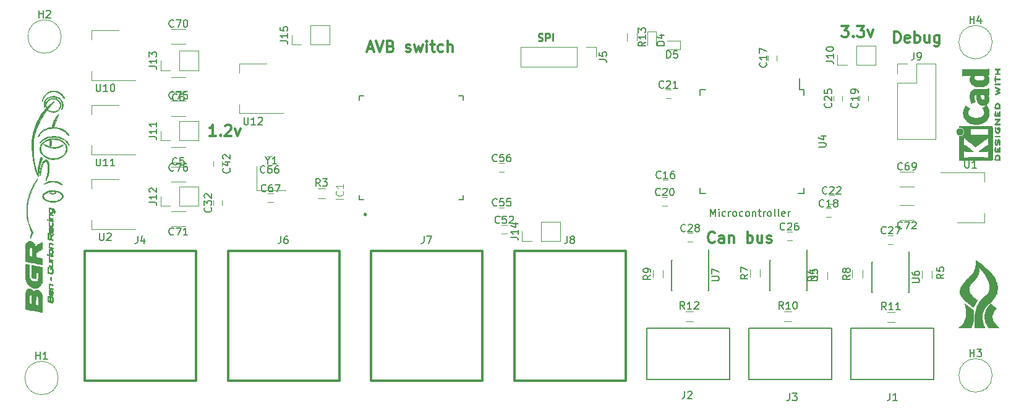
<source format=gbr>
G04 #@! TF.GenerationSoftware,KiCad,Pcbnew,(5.0.2)-1*
G04 #@! TF.CreationDate,2019-03-21T22:25:16+02:00*
G04 #@! TF.ProjectId,AVB switch with Can gateway,41564220-7377-4697-9463-682077697468,v01*
G04 #@! TF.SameCoordinates,Original*
G04 #@! TF.FileFunction,Legend,Top*
G04 #@! TF.FilePolarity,Positive*
%FSLAX46Y46*%
G04 Gerber Fmt 4.6, Leading zero omitted, Abs format (unit mm)*
G04 Created by KiCad (PCBNEW (5.0.2)-1) date 3/21/2019 10:25:16 PM*
%MOMM*%
%LPD*%
G01*
G04 APERTURE LIST*
%ADD10C,0.300000*%
%ADD11C,0.250000*%
%ADD12C,0.200000*%
%ADD13C,0.120000*%
%ADD14C,0.150000*%
%ADD15C,0.127000*%
%ADD16C,0.010000*%
%ADD17C,0.050000*%
G04 APERTURE END LIST*
D10*
X191059428Y-77384714D02*
X190988000Y-77456142D01*
X190773714Y-77527571D01*
X190630857Y-77527571D01*
X190416571Y-77456142D01*
X190273714Y-77313285D01*
X190202285Y-77170428D01*
X190130857Y-76884714D01*
X190130857Y-76670428D01*
X190202285Y-76384714D01*
X190273714Y-76241857D01*
X190416571Y-76099000D01*
X190630857Y-76027571D01*
X190773714Y-76027571D01*
X190988000Y-76099000D01*
X191059428Y-76170428D01*
X192345142Y-77527571D02*
X192345142Y-76741857D01*
X192273714Y-76599000D01*
X192130857Y-76527571D01*
X191845142Y-76527571D01*
X191702285Y-76599000D01*
X192345142Y-77456142D02*
X192202285Y-77527571D01*
X191845142Y-77527571D01*
X191702285Y-77456142D01*
X191630857Y-77313285D01*
X191630857Y-77170428D01*
X191702285Y-77027571D01*
X191845142Y-76956142D01*
X192202285Y-76956142D01*
X192345142Y-76884714D01*
X193059428Y-76527571D02*
X193059428Y-77527571D01*
X193059428Y-76670428D02*
X193130857Y-76599000D01*
X193273714Y-76527571D01*
X193488000Y-76527571D01*
X193630857Y-76599000D01*
X193702285Y-76741857D01*
X193702285Y-77527571D01*
X195559428Y-77527571D02*
X195559428Y-76027571D01*
X195559428Y-76599000D02*
X195702285Y-76527571D01*
X195988000Y-76527571D01*
X196130857Y-76599000D01*
X196202285Y-76670428D01*
X196273714Y-76813285D01*
X196273714Y-77241857D01*
X196202285Y-77384714D01*
X196130857Y-77456142D01*
X195988000Y-77527571D01*
X195702285Y-77527571D01*
X195559428Y-77456142D01*
X197559428Y-76527571D02*
X197559428Y-77527571D01*
X196916571Y-76527571D02*
X196916571Y-77313285D01*
X196988000Y-77456142D01*
X197130857Y-77527571D01*
X197345142Y-77527571D01*
X197488000Y-77456142D01*
X197559428Y-77384714D01*
X198202285Y-77456142D02*
X198345142Y-77527571D01*
X198630857Y-77527571D01*
X198773714Y-77456142D01*
X198845142Y-77313285D01*
X198845142Y-77241857D01*
X198773714Y-77099000D01*
X198630857Y-77027571D01*
X198416571Y-77027571D01*
X198273714Y-76956142D01*
X198202285Y-76813285D01*
X198202285Y-76741857D01*
X198273714Y-76599000D01*
X198416571Y-76527571D01*
X198630857Y-76527571D01*
X198773714Y-76599000D01*
X215673571Y-50095571D02*
X215673571Y-48595571D01*
X216030714Y-48595571D01*
X216245000Y-48667000D01*
X216387857Y-48809857D01*
X216459285Y-48952714D01*
X216530714Y-49238428D01*
X216530714Y-49452714D01*
X216459285Y-49738428D01*
X216387857Y-49881285D01*
X216245000Y-50024142D01*
X216030714Y-50095571D01*
X215673571Y-50095571D01*
X217745000Y-50024142D02*
X217602142Y-50095571D01*
X217316428Y-50095571D01*
X217173571Y-50024142D01*
X217102142Y-49881285D01*
X217102142Y-49309857D01*
X217173571Y-49167000D01*
X217316428Y-49095571D01*
X217602142Y-49095571D01*
X217745000Y-49167000D01*
X217816428Y-49309857D01*
X217816428Y-49452714D01*
X217102142Y-49595571D01*
X218459285Y-50095571D02*
X218459285Y-48595571D01*
X218459285Y-49167000D02*
X218602142Y-49095571D01*
X218887857Y-49095571D01*
X219030714Y-49167000D01*
X219102142Y-49238428D01*
X219173571Y-49381285D01*
X219173571Y-49809857D01*
X219102142Y-49952714D01*
X219030714Y-50024142D01*
X218887857Y-50095571D01*
X218602142Y-50095571D01*
X218459285Y-50024142D01*
X220459285Y-49095571D02*
X220459285Y-50095571D01*
X219816428Y-49095571D02*
X219816428Y-49881285D01*
X219887857Y-50024142D01*
X220030714Y-50095571D01*
X220245000Y-50095571D01*
X220387857Y-50024142D01*
X220459285Y-49952714D01*
X221816428Y-49095571D02*
X221816428Y-50309857D01*
X221745000Y-50452714D01*
X221673571Y-50524142D01*
X221530714Y-50595571D01*
X221316428Y-50595571D01*
X221173571Y-50524142D01*
X221816428Y-50024142D02*
X221673571Y-50095571D01*
X221387857Y-50095571D01*
X221245000Y-50024142D01*
X221173571Y-49952714D01*
X221102142Y-49809857D01*
X221102142Y-49381285D01*
X221173571Y-49238428D01*
X221245000Y-49167000D01*
X221387857Y-49095571D01*
X221673571Y-49095571D01*
X221816428Y-49167000D01*
X122760714Y-62903571D02*
X121903571Y-62903571D01*
X122332142Y-62903571D02*
X122332142Y-61403571D01*
X122189285Y-61617857D01*
X122046428Y-61760714D01*
X121903571Y-61832142D01*
X123403571Y-62760714D02*
X123475000Y-62832142D01*
X123403571Y-62903571D01*
X123332142Y-62832142D01*
X123403571Y-62760714D01*
X123403571Y-62903571D01*
X124046428Y-61546428D02*
X124117857Y-61475000D01*
X124260714Y-61403571D01*
X124617857Y-61403571D01*
X124760714Y-61475000D01*
X124832142Y-61546428D01*
X124903571Y-61689285D01*
X124903571Y-61832142D01*
X124832142Y-62046428D01*
X123975000Y-62903571D01*
X124903571Y-62903571D01*
X125403571Y-61903571D02*
X125760714Y-62903571D01*
X126117857Y-61903571D01*
X208457142Y-47828571D02*
X209385714Y-47828571D01*
X208885714Y-48400000D01*
X209100000Y-48400000D01*
X209242857Y-48471428D01*
X209314285Y-48542857D01*
X209385714Y-48685714D01*
X209385714Y-49042857D01*
X209314285Y-49185714D01*
X209242857Y-49257142D01*
X209100000Y-49328571D01*
X208671428Y-49328571D01*
X208528571Y-49257142D01*
X208457142Y-49185714D01*
X210028571Y-49185714D02*
X210100000Y-49257142D01*
X210028571Y-49328571D01*
X209957142Y-49257142D01*
X210028571Y-49185714D01*
X210028571Y-49328571D01*
X210600000Y-47828571D02*
X211528571Y-47828571D01*
X211028571Y-48400000D01*
X211242857Y-48400000D01*
X211385714Y-48471428D01*
X211457142Y-48542857D01*
X211528571Y-48685714D01*
X211528571Y-49042857D01*
X211457142Y-49185714D01*
X211385714Y-49257142D01*
X211242857Y-49328571D01*
X210814285Y-49328571D01*
X210671428Y-49257142D01*
X210600000Y-49185714D01*
X212028571Y-48328571D02*
X212385714Y-49328571D01*
X212742857Y-48328571D01*
D11*
X166920238Y-49829761D02*
X167063095Y-49877380D01*
X167301190Y-49877380D01*
X167396428Y-49829761D01*
X167444047Y-49782142D01*
X167491666Y-49686904D01*
X167491666Y-49591666D01*
X167444047Y-49496428D01*
X167396428Y-49448809D01*
X167301190Y-49401190D01*
X167110714Y-49353571D01*
X167015476Y-49305952D01*
X166967857Y-49258333D01*
X166920238Y-49163095D01*
X166920238Y-49067857D01*
X166967857Y-48972619D01*
X167015476Y-48925000D01*
X167110714Y-48877380D01*
X167348809Y-48877380D01*
X167491666Y-48925000D01*
X167920238Y-49877380D02*
X167920238Y-48877380D01*
X168301190Y-48877380D01*
X168396428Y-48925000D01*
X168444047Y-48972619D01*
X168491666Y-49067857D01*
X168491666Y-49210714D01*
X168444047Y-49305952D01*
X168396428Y-49353571D01*
X168301190Y-49401190D01*
X167920238Y-49401190D01*
X168920238Y-49877380D02*
X168920238Y-48877380D01*
D12*
X190495238Y-73902380D02*
X190495238Y-72902380D01*
X190828571Y-73616666D01*
X191161904Y-72902380D01*
X191161904Y-73902380D01*
X191638095Y-73902380D02*
X191638095Y-73235714D01*
X191638095Y-72902380D02*
X191590476Y-72950000D01*
X191638095Y-72997619D01*
X191685714Y-72950000D01*
X191638095Y-72902380D01*
X191638095Y-72997619D01*
X192542857Y-73854761D02*
X192447619Y-73902380D01*
X192257142Y-73902380D01*
X192161904Y-73854761D01*
X192114285Y-73807142D01*
X192066666Y-73711904D01*
X192066666Y-73426190D01*
X192114285Y-73330952D01*
X192161904Y-73283333D01*
X192257142Y-73235714D01*
X192447619Y-73235714D01*
X192542857Y-73283333D01*
X192971428Y-73902380D02*
X192971428Y-73235714D01*
X192971428Y-73426190D02*
X193019047Y-73330952D01*
X193066666Y-73283333D01*
X193161904Y-73235714D01*
X193257142Y-73235714D01*
X193733333Y-73902380D02*
X193638095Y-73854761D01*
X193590476Y-73807142D01*
X193542857Y-73711904D01*
X193542857Y-73426190D01*
X193590476Y-73330952D01*
X193638095Y-73283333D01*
X193733333Y-73235714D01*
X193876190Y-73235714D01*
X193971428Y-73283333D01*
X194019047Y-73330952D01*
X194066666Y-73426190D01*
X194066666Y-73711904D01*
X194019047Y-73807142D01*
X193971428Y-73854761D01*
X193876190Y-73902380D01*
X193733333Y-73902380D01*
X194923809Y-73854761D02*
X194828571Y-73902380D01*
X194638095Y-73902380D01*
X194542857Y-73854761D01*
X194495238Y-73807142D01*
X194447619Y-73711904D01*
X194447619Y-73426190D01*
X194495238Y-73330952D01*
X194542857Y-73283333D01*
X194638095Y-73235714D01*
X194828571Y-73235714D01*
X194923809Y-73283333D01*
X195495238Y-73902380D02*
X195400000Y-73854761D01*
X195352380Y-73807142D01*
X195304761Y-73711904D01*
X195304761Y-73426190D01*
X195352380Y-73330952D01*
X195400000Y-73283333D01*
X195495238Y-73235714D01*
X195638095Y-73235714D01*
X195733333Y-73283333D01*
X195780952Y-73330952D01*
X195828571Y-73426190D01*
X195828571Y-73711904D01*
X195780952Y-73807142D01*
X195733333Y-73854761D01*
X195638095Y-73902380D01*
X195495238Y-73902380D01*
X196257142Y-73235714D02*
X196257142Y-73902380D01*
X196257142Y-73330952D02*
X196304761Y-73283333D01*
X196400000Y-73235714D01*
X196542857Y-73235714D01*
X196638095Y-73283333D01*
X196685714Y-73378571D01*
X196685714Y-73902380D01*
X197019047Y-73235714D02*
X197400000Y-73235714D01*
X197161904Y-72902380D02*
X197161904Y-73759523D01*
X197209523Y-73854761D01*
X197304761Y-73902380D01*
X197400000Y-73902380D01*
X197733333Y-73902380D02*
X197733333Y-73235714D01*
X197733333Y-73426190D02*
X197780952Y-73330952D01*
X197828571Y-73283333D01*
X197923809Y-73235714D01*
X198019047Y-73235714D01*
X198495238Y-73902380D02*
X198400000Y-73854761D01*
X198352380Y-73807142D01*
X198304761Y-73711904D01*
X198304761Y-73426190D01*
X198352380Y-73330952D01*
X198400000Y-73283333D01*
X198495238Y-73235714D01*
X198638095Y-73235714D01*
X198733333Y-73283333D01*
X198780952Y-73330952D01*
X198828571Y-73426190D01*
X198828571Y-73711904D01*
X198780952Y-73807142D01*
X198733333Y-73854761D01*
X198638095Y-73902380D01*
X198495238Y-73902380D01*
X199400000Y-73902380D02*
X199304761Y-73854761D01*
X199257142Y-73759523D01*
X199257142Y-72902380D01*
X199923809Y-73902380D02*
X199828571Y-73854761D01*
X199780952Y-73759523D01*
X199780952Y-72902380D01*
X200685714Y-73854761D02*
X200590476Y-73902380D01*
X200400000Y-73902380D01*
X200304761Y-73854761D01*
X200257142Y-73759523D01*
X200257142Y-73378571D01*
X200304761Y-73283333D01*
X200400000Y-73235714D01*
X200590476Y-73235714D01*
X200685714Y-73283333D01*
X200733333Y-73378571D01*
X200733333Y-73473809D01*
X200257142Y-73569047D01*
X201161904Y-73902380D02*
X201161904Y-73235714D01*
X201161904Y-73426190D02*
X201209523Y-73330952D01*
X201257142Y-73283333D01*
X201352380Y-73235714D01*
X201447619Y-73235714D01*
D10*
X143581571Y-50937000D02*
X144295857Y-50937000D01*
X143438714Y-51365571D02*
X143938714Y-49865571D01*
X144438714Y-51365571D01*
X144724428Y-49865571D02*
X145224428Y-51365571D01*
X145724428Y-49865571D01*
X146724428Y-50579857D02*
X146938714Y-50651285D01*
X147010142Y-50722714D01*
X147081571Y-50865571D01*
X147081571Y-51079857D01*
X147010142Y-51222714D01*
X146938714Y-51294142D01*
X146795857Y-51365571D01*
X146224428Y-51365571D01*
X146224428Y-49865571D01*
X146724428Y-49865571D01*
X146867285Y-49937000D01*
X146938714Y-50008428D01*
X147010142Y-50151285D01*
X147010142Y-50294142D01*
X146938714Y-50437000D01*
X146867285Y-50508428D01*
X146724428Y-50579857D01*
X146224428Y-50579857D01*
X148795857Y-51294142D02*
X148938714Y-51365571D01*
X149224428Y-51365571D01*
X149367285Y-51294142D01*
X149438714Y-51151285D01*
X149438714Y-51079857D01*
X149367285Y-50937000D01*
X149224428Y-50865571D01*
X149010142Y-50865571D01*
X148867285Y-50794142D01*
X148795857Y-50651285D01*
X148795857Y-50579857D01*
X148867285Y-50437000D01*
X149010142Y-50365571D01*
X149224428Y-50365571D01*
X149367285Y-50437000D01*
X149938714Y-50365571D02*
X150224428Y-51365571D01*
X150510142Y-50651285D01*
X150795857Y-51365571D01*
X151081571Y-50365571D01*
X151653000Y-51365571D02*
X151653000Y-50365571D01*
X151653000Y-49865571D02*
X151581571Y-49937000D01*
X151653000Y-50008428D01*
X151724428Y-49937000D01*
X151653000Y-49865571D01*
X151653000Y-50008428D01*
X152153000Y-50365571D02*
X152724428Y-50365571D01*
X152367285Y-49865571D02*
X152367285Y-51151285D01*
X152438714Y-51294142D01*
X152581571Y-51365571D01*
X152724428Y-51365571D01*
X153867285Y-51294142D02*
X153724428Y-51365571D01*
X153438714Y-51365571D01*
X153295857Y-51294142D01*
X153224428Y-51222714D01*
X153153000Y-51079857D01*
X153153000Y-50651285D01*
X153224428Y-50508428D01*
X153295857Y-50437000D01*
X153438714Y-50365571D01*
X153724428Y-50365571D01*
X153867285Y-50437000D01*
X154510142Y-51365571D02*
X154510142Y-49865571D01*
X155153000Y-51365571D02*
X155153000Y-50579857D01*
X155081571Y-50437000D01*
X154938714Y-50365571D01*
X154724428Y-50365571D01*
X154581571Y-50437000D01*
X154510142Y-50508428D01*
D13*
G04 #@! TO.C,J13*
X115195000Y-53880000D02*
X115195000Y-52550000D01*
X116525000Y-53880000D02*
X115195000Y-53880000D01*
X117795000Y-53880000D02*
X117795000Y-51220000D01*
X117795000Y-51220000D02*
X120395000Y-51220000D01*
X117795000Y-53880000D02*
X120395000Y-53880000D01*
X120395000Y-53880000D02*
X120395000Y-51220000D01*
G04 #@! TO.C,J10*
X213090000Y-53160000D02*
X213090000Y-50500000D01*
X210490000Y-53160000D02*
X213090000Y-53160000D01*
X210490000Y-50500000D02*
X213090000Y-50500000D01*
X210490000Y-53160000D02*
X210490000Y-50500000D01*
X209220000Y-53160000D02*
X207890000Y-53160000D01*
X207890000Y-53160000D02*
X207890000Y-51830000D01*
G04 #@! TO.C,J11*
X115195000Y-63505000D02*
X115195000Y-62175000D01*
X116525000Y-63505000D02*
X115195000Y-63505000D01*
X117795000Y-63505000D02*
X117795000Y-60845000D01*
X117795000Y-60845000D02*
X120395000Y-60845000D01*
X117795000Y-63505000D02*
X120395000Y-63505000D01*
X120395000Y-63505000D02*
X120395000Y-60845000D01*
G04 #@! TO.C,J14*
X169910000Y-77290000D02*
X169910000Y-74630000D01*
X167310000Y-77290000D02*
X169910000Y-77290000D01*
X167310000Y-74630000D02*
X169910000Y-74630000D01*
X167310000Y-77290000D02*
X167310000Y-74630000D01*
X166040000Y-77290000D02*
X164710000Y-77290000D01*
X164710000Y-77290000D02*
X164710000Y-75960000D01*
G04 #@! TO.C,J15*
X133145000Y-50380000D02*
X133145000Y-49050000D01*
X134475000Y-50380000D02*
X133145000Y-50380000D01*
X135745000Y-50380000D02*
X135745000Y-47720000D01*
X135745000Y-47720000D02*
X138345000Y-47720000D01*
X135745000Y-50380000D02*
X138345000Y-50380000D01*
X138345000Y-50380000D02*
X138345000Y-47720000D01*
G04 #@! TO.C,J12*
X115195000Y-72480000D02*
X115195000Y-71150000D01*
X116525000Y-72480000D02*
X115195000Y-72480000D01*
X117795000Y-72480000D02*
X117795000Y-69820000D01*
X117795000Y-69820000D02*
X120395000Y-69820000D01*
X117795000Y-72480000D02*
X120395000Y-72480000D01*
X120395000Y-72480000D02*
X120395000Y-69820000D01*
G04 #@! TO.C,J5*
X174812000Y-50740000D02*
X174812000Y-52070000D01*
X173482000Y-50740000D02*
X174812000Y-50740000D01*
X172212000Y-50740000D02*
X172212000Y-53400000D01*
X172212000Y-53400000D02*
X164532000Y-53400000D01*
X172212000Y-50740000D02*
X164532000Y-50740000D01*
X164532000Y-50740000D02*
X164532000Y-53400000D01*
G04 #@! TO.C,U12*
X131964000Y-59798000D02*
X125954000Y-59798000D01*
X129714000Y-52978000D02*
X125954000Y-52978000D01*
X125954000Y-59798000D02*
X125954000Y-58538000D01*
X125954000Y-52978000D02*
X125954000Y-54238000D01*
G04 #@! TO.C,C6*
X116625000Y-56920000D02*
X118625000Y-56920000D01*
X118625000Y-54880000D02*
X116625000Y-54880000D01*
G04 #@! TO.C,C5*
X116625000Y-69170000D02*
X118625000Y-69170000D01*
X118625000Y-67130000D02*
X116625000Y-67130000D01*
G04 #@! TO.C,C75*
X118625000Y-58105000D02*
X116625000Y-58105000D01*
X116625000Y-60145000D02*
X118625000Y-60145000D01*
G04 #@! TO.C,C76*
X118625000Y-64455000D02*
X116625000Y-64455000D01*
X116625000Y-66495000D02*
X118625000Y-66495000D01*
G04 #@! TO.C,U10*
X105710000Y-48420000D02*
X105710000Y-49680000D01*
X105710000Y-55240000D02*
X105710000Y-53980000D01*
X109470000Y-48420000D02*
X105710000Y-48420000D01*
X111720000Y-55240000D02*
X105710000Y-55240000D01*
G04 #@! TO.C,U11*
X111720000Y-65450000D02*
X105710000Y-65450000D01*
X109470000Y-58630000D02*
X105710000Y-58630000D01*
X105710000Y-65450000D02*
X105710000Y-64190000D01*
X105710000Y-58630000D02*
X105710000Y-59890000D01*
D14*
G04 #@! TO.C,U4*
X203313000Y-56505000D02*
X202663000Y-56505000D01*
X203313000Y-70755000D02*
X202553000Y-70755000D01*
X189063000Y-70755000D02*
X189823000Y-70755000D01*
X189063000Y-56505000D02*
X189823000Y-56505000D01*
X203313000Y-56505000D02*
X203313000Y-57265000D01*
X189063000Y-56505000D02*
X189063000Y-57265000D01*
X189063000Y-70755000D02*
X189063000Y-69995000D01*
X203313000Y-70755000D02*
X203313000Y-69995000D01*
X202663000Y-56505000D02*
X202663000Y-54980000D01*
D13*
G04 #@! TO.C,Y1*
X128364000Y-70364000D02*
X132364000Y-70364000D01*
X128364000Y-67064000D02*
X128364000Y-70364000D01*
G04 #@! TO.C,D5*
X186374000Y-51074000D02*
X186374000Y-49874000D01*
X184524000Y-51074000D02*
X186374000Y-51074000D01*
X184524000Y-49874000D02*
X186374000Y-49874000D01*
G04 #@! TO.C,D4*
X181824000Y-50464000D02*
X181824000Y-48614000D01*
X183024000Y-50464000D02*
X183024000Y-48614000D01*
X183024000Y-48614000D02*
X181824000Y-48614000D01*
G04 #@! TO.C,R13*
X180384000Y-48854000D02*
X180384000Y-49854000D01*
X179024000Y-49854000D02*
X179024000Y-48854000D01*
G04 #@! TO.C,H4*
X229066000Y-50038000D02*
G75*
G03X229066000Y-50038000I-2286000J0D01*
G01*
G04 #@! TO.C,H3*
X229066000Y-95690000D02*
G75*
G03X229066000Y-95690000I-2286000J0D01*
G01*
G04 #@! TO.C,H2*
X101600000Y-49276000D02*
G75*
G03X101600000Y-49276000I-2286000J0D01*
G01*
G04 #@! TO.C,H1*
X101182999Y-96050000D02*
G75*
G03X101182999Y-96050000I-2286000J0D01*
G01*
D10*
G04 #@! TO.C,J8*
X178880000Y-95180000D02*
X178880000Y-78670000D01*
X178880000Y-78670000D02*
X163640000Y-78670000D01*
X163640000Y-78670000D02*
X163640000Y-96450000D01*
X163640000Y-96450000D02*
X178880000Y-96450000D01*
X178880000Y-96450000D02*
X178880000Y-95180000D01*
G04 #@! TO.C,J7*
X159276666Y-95180000D02*
X159276666Y-78670000D01*
X159276666Y-78670000D02*
X144036666Y-78670000D01*
X144036666Y-78670000D02*
X144036666Y-96450000D01*
X144036666Y-96450000D02*
X159276666Y-96450000D01*
X159276666Y-96450000D02*
X159276666Y-95180000D01*
D13*
G04 #@! TO.C,J9*
X216094000Y-63306000D02*
X221294000Y-63306000D01*
X216094000Y-55626000D02*
X216094000Y-63306000D01*
X221294000Y-53026000D02*
X221294000Y-63306000D01*
X216094000Y-55626000D02*
X218694000Y-55626000D01*
X218694000Y-55626000D02*
X218694000Y-53026000D01*
X218694000Y-53026000D02*
X221294000Y-53026000D01*
X216094000Y-54356000D02*
X216094000Y-53026000D01*
X216094000Y-53026000D02*
X217424000Y-53026000D01*
D15*
G04 #@! TO.C,IC1*
X142400000Y-57400000D02*
X143000000Y-57400000D01*
X156600000Y-57400000D02*
X156000000Y-57400000D01*
X142400000Y-71600000D02*
X143000000Y-71600000D01*
X156600000Y-71600000D02*
X156000000Y-71600000D01*
X142400000Y-57400000D02*
X142400000Y-58000000D01*
X156600000Y-57400000D02*
X156600000Y-58000000D01*
X142400000Y-71600000D02*
X142400000Y-71000000D01*
X156600000Y-71600000D02*
X156600000Y-71000000D01*
D10*
X143310000Y-73640000D02*
G75*
G03X143310000Y-73640000I-100000J0D01*
G01*
G04 #@! TO.C,J6*
X139673333Y-95180000D02*
X139673333Y-78670000D01*
X139673333Y-78670000D02*
X124433333Y-78670000D01*
X124433333Y-78670000D02*
X124433333Y-96450000D01*
X124433333Y-96450000D02*
X139673333Y-96450000D01*
X139673333Y-96450000D02*
X139673333Y-95180000D01*
G04 #@! TO.C,J4*
X120070000Y-95180000D02*
X120070000Y-78670000D01*
X120070000Y-78670000D02*
X104830000Y-78670000D01*
X104830000Y-78670000D02*
X104830000Y-96450000D01*
X104830000Y-96450000D02*
X120070000Y-96450000D01*
X120070000Y-96450000D02*
X120070000Y-95180000D01*
D13*
G04 #@! TO.C,C16*
X183980000Y-68900000D02*
X184680000Y-68900000D01*
X184680000Y-70100000D02*
X183980000Y-70100000D01*
G04 #@! TO.C,C17*
X198390000Y-52550000D02*
X198390000Y-51850000D01*
X199590000Y-51850000D02*
X199590000Y-52550000D01*
G04 #@! TO.C,C18*
X206300000Y-72810000D02*
X207000000Y-72810000D01*
X207000000Y-74010000D02*
X206300000Y-74010000D01*
G04 #@! TO.C,C19*
X210900000Y-58100000D02*
X210900000Y-57400000D01*
X212100000Y-57400000D02*
X212100000Y-58100000D01*
G04 #@! TO.C,C20*
X183890000Y-71250000D02*
X184590000Y-71250000D01*
X184590000Y-72450000D02*
X183890000Y-72450000D01*
G04 #@! TO.C,C21*
X184370000Y-56530000D02*
X185070000Y-56530000D01*
X185070000Y-57730000D02*
X184370000Y-57730000D01*
G04 #@! TO.C,C22*
X207426000Y-72228000D02*
X206726000Y-72228000D01*
X206726000Y-71028000D02*
X207426000Y-71028000D01*
G04 #@! TO.C,C25*
X207300000Y-58100000D02*
X207300000Y-57400000D01*
X208500000Y-57400000D02*
X208500000Y-58100000D01*
G04 #@! TO.C,C26*
X200950000Y-76000000D02*
X201650000Y-76000000D01*
X201650000Y-77200000D02*
X200950000Y-77200000D01*
G04 #@! TO.C,C27*
X214800000Y-76500000D02*
X215500000Y-76500000D01*
X215500000Y-77700000D02*
X214800000Y-77700000D01*
G04 #@! TO.C,C28*
X187350000Y-76200000D02*
X188050000Y-76200000D01*
X188050000Y-77400000D02*
X187350000Y-77400000D01*
G04 #@! TO.C,C32*
X122380000Y-72410000D02*
X122380000Y-71710000D01*
X123580000Y-71710000D02*
X123580000Y-72410000D01*
G04 #@! TO.C,C42*
X123610000Y-66340000D02*
X123610000Y-67040000D01*
X122410000Y-67040000D02*
X122410000Y-66340000D01*
G04 #@! TO.C,C52*
X161900000Y-75060000D02*
X162600000Y-75060000D01*
X162600000Y-76260000D02*
X161900000Y-76260000D01*
G04 #@! TO.C,C55*
X161550000Y-72675000D02*
X162250000Y-72675000D01*
X162250000Y-73875000D02*
X161550000Y-73875000D01*
G04 #@! TO.C,C56*
X161550000Y-66600000D02*
X162250000Y-66600000D01*
X162250000Y-67800000D02*
X161550000Y-67800000D01*
G04 #@! TO.C,C66*
X130478000Y-66862000D02*
X129778000Y-66862000D01*
X129778000Y-65662000D02*
X130478000Y-65662000D01*
G04 #@! TO.C,C67*
X129910000Y-70742000D02*
X130610000Y-70742000D01*
X130610000Y-71942000D02*
X129910000Y-71942000D01*
D14*
G04 #@! TO.C,J1*
X209692000Y-96210000D02*
X209692000Y-89210000D01*
X221092000Y-96210000D02*
X209692000Y-96210000D01*
X221092000Y-89210000D02*
X221092000Y-96210000D01*
X209692000Y-89210000D02*
X221092000Y-89210000D01*
G04 #@! TO.C,J2*
X181752000Y-96210000D02*
X181752000Y-89210000D01*
X193152000Y-96210000D02*
X181752000Y-96210000D01*
X193152000Y-89210000D02*
X193152000Y-96210000D01*
X181752000Y-89210000D02*
X193152000Y-89210000D01*
G04 #@! TO.C,J3*
X195722000Y-96210000D02*
X195722000Y-89210000D01*
X207122000Y-96210000D02*
X195722000Y-96210000D01*
X207122000Y-89210000D02*
X207122000Y-96210000D01*
X195722000Y-89210000D02*
X207122000Y-89210000D01*
D13*
G04 #@! TO.C,R3*
X137710000Y-71450000D02*
X136710000Y-71450000D01*
X136710000Y-70090000D02*
X137710000Y-70090000D01*
G04 #@! TO.C,R4*
X206480000Y-81500000D02*
X206480000Y-82500000D01*
X205120000Y-82500000D02*
X205120000Y-81500000D01*
G04 #@! TO.C,R5*
X220780000Y-81350000D02*
X220780000Y-82350000D01*
X219420000Y-82350000D02*
X219420000Y-81350000D01*
G04 #@! TO.C,R7*
X197280000Y-81200000D02*
X197280000Y-82200000D01*
X195920000Y-82200000D02*
X195920000Y-81200000D01*
G04 #@! TO.C,R8*
X211280000Y-81300000D02*
X211280000Y-82300000D01*
X209920000Y-82300000D02*
X209920000Y-81300000D01*
G04 #@! TO.C,R9*
X183980000Y-81300000D02*
X183980000Y-82300000D01*
X182620000Y-82300000D02*
X182620000Y-81300000D01*
D14*
G04 #@! TO.C,U5*
X203743000Y-79883000D02*
X203693000Y-79883000D01*
X203743000Y-84033000D02*
X203598000Y-84033000D01*
X198593000Y-84033000D02*
X198738000Y-84033000D01*
X198593000Y-79883000D02*
X198738000Y-79883000D01*
X203743000Y-79883000D02*
X203743000Y-84033000D01*
X198593000Y-79883000D02*
X198593000Y-84033000D01*
X203693000Y-79883000D02*
X203693000Y-78483000D01*
G04 #@! TO.C,U6*
X217713000Y-80137000D02*
X217663000Y-80137000D01*
X217713000Y-84287000D02*
X217568000Y-84287000D01*
X212563000Y-84287000D02*
X212708000Y-84287000D01*
X212563000Y-80137000D02*
X212708000Y-80137000D01*
X217713000Y-80137000D02*
X217713000Y-84287000D01*
X212563000Y-80137000D02*
X212563000Y-84287000D01*
X217663000Y-80137000D02*
X217663000Y-78737000D01*
G04 #@! TO.C,U7*
X190281000Y-79883000D02*
X190231000Y-79883000D01*
X190281000Y-84033000D02*
X190136000Y-84033000D01*
X185131000Y-84033000D02*
X185276000Y-84033000D01*
X185131000Y-79883000D02*
X185276000Y-79883000D01*
X190281000Y-79883000D02*
X190281000Y-84033000D01*
X185131000Y-79883000D02*
X185131000Y-84033000D01*
X190231000Y-79883000D02*
X190231000Y-78483000D01*
D13*
G04 #@! TO.C,C69*
X218385000Y-67830000D02*
X216385000Y-67830000D01*
X216385000Y-69870000D02*
X218385000Y-69870000D01*
G04 #@! TO.C,C70*
X118625000Y-48270000D02*
X116625000Y-48270000D01*
X116625000Y-50310000D02*
X118625000Y-50310000D01*
G04 #@! TO.C,C71*
X116625000Y-75295000D02*
X118625000Y-75295000D01*
X118625000Y-73255000D02*
X116625000Y-73255000D01*
G04 #@! TO.C,C72*
X216385000Y-74442000D02*
X218385000Y-74442000D01*
X218385000Y-72402000D02*
X216385000Y-72402000D01*
G04 #@! TO.C,U1*
X228000000Y-74710000D02*
X228000000Y-73450000D01*
X228000000Y-67890000D02*
X228000000Y-69150000D01*
X224240000Y-74710000D02*
X228000000Y-74710000D01*
X221990000Y-67890000D02*
X228000000Y-67890000D01*
G04 #@! TO.C,U2*
X105710000Y-68840000D02*
X105710000Y-70100000D01*
X105710000Y-75660000D02*
X105710000Y-74400000D01*
X109470000Y-68840000D02*
X105710000Y-68840000D01*
X111720000Y-75660000D02*
X105710000Y-75660000D01*
G04 #@! TO.C,R10*
X201600000Y-88280000D02*
X200600000Y-88280000D01*
X200600000Y-86920000D02*
X201600000Y-86920000D01*
G04 #@! TO.C,R11*
X215700000Y-88380000D02*
X214700000Y-88380000D01*
X214700000Y-87020000D02*
X215700000Y-87020000D01*
G04 #@! TO.C,R12*
X188100000Y-88280000D02*
X187100000Y-88280000D01*
X187100000Y-86920000D02*
X188100000Y-86920000D01*
D16*
G04 #@! TO.C,G\002A\002A\002A*
G36*
X229206057Y-86198691D02*
X229573411Y-86523623D01*
X229547501Y-86553238D01*
X229458207Y-86659283D01*
X229378140Y-86762847D01*
X229307001Y-86864413D01*
X229244488Y-86964467D01*
X229190301Y-87063491D01*
X229144141Y-87161971D01*
X229105707Y-87260391D01*
X229101434Y-87272704D01*
X229084174Y-87328275D01*
X229068263Y-87389311D01*
X229054804Y-87451302D01*
X229046976Y-87495736D01*
X229042635Y-87532338D01*
X229039658Y-87575922D01*
X229038050Y-87623783D01*
X229037814Y-87673220D01*
X229038955Y-87721529D01*
X229041476Y-87766008D01*
X229045381Y-87803953D01*
X229046518Y-87811742D01*
X229064410Y-87904118D01*
X229089152Y-87995476D01*
X229121043Y-88086394D01*
X229160380Y-88177449D01*
X229207464Y-88269217D01*
X229262593Y-88362275D01*
X229326066Y-88457200D01*
X229398182Y-88554570D01*
X229479240Y-88654961D01*
X229490143Y-88667902D01*
X229519508Y-88702249D01*
X229548793Y-88735736D01*
X229578940Y-88769368D01*
X229610889Y-88804149D01*
X229645580Y-88841084D01*
X229683954Y-88881175D01*
X229726951Y-88925428D01*
X229775513Y-88974846D01*
X229815435Y-89015181D01*
X229970124Y-89171094D01*
X228571828Y-89171094D01*
X228542299Y-89129933D01*
X228478999Y-89038396D01*
X228417523Y-88943063D01*
X228359147Y-88846098D01*
X228305145Y-88749669D01*
X228256791Y-88655942D01*
X228228922Y-88597336D01*
X228167941Y-88454138D01*
X228116812Y-88312209D01*
X228075516Y-88171366D01*
X228044031Y-88031427D01*
X228022339Y-87892211D01*
X228010419Y-87753535D01*
X228008252Y-87615217D01*
X228015816Y-87477077D01*
X228033092Y-87338930D01*
X228060061Y-87200597D01*
X228070309Y-87157953D01*
X228107641Y-87028110D01*
X228154629Y-86897283D01*
X228211046Y-86765860D01*
X228276665Y-86634228D01*
X228351258Y-86502774D01*
X228434598Y-86371885D01*
X228526457Y-86241950D01*
X228626609Y-86113354D01*
X228734825Y-85986486D01*
X228799792Y-85915347D01*
X228838703Y-85873758D01*
X229206057Y-86198691D01*
X229206057Y-86198691D01*
G37*
X229206057Y-86198691D02*
X229573411Y-86523623D01*
X229547501Y-86553238D01*
X229458207Y-86659283D01*
X229378140Y-86762847D01*
X229307001Y-86864413D01*
X229244488Y-86964467D01*
X229190301Y-87063491D01*
X229144141Y-87161971D01*
X229105707Y-87260391D01*
X229101434Y-87272704D01*
X229084174Y-87328275D01*
X229068263Y-87389311D01*
X229054804Y-87451302D01*
X229046976Y-87495736D01*
X229042635Y-87532338D01*
X229039658Y-87575922D01*
X229038050Y-87623783D01*
X229037814Y-87673220D01*
X229038955Y-87721529D01*
X229041476Y-87766008D01*
X229045381Y-87803953D01*
X229046518Y-87811742D01*
X229064410Y-87904118D01*
X229089152Y-87995476D01*
X229121043Y-88086394D01*
X229160380Y-88177449D01*
X229207464Y-88269217D01*
X229262593Y-88362275D01*
X229326066Y-88457200D01*
X229398182Y-88554570D01*
X229479240Y-88654961D01*
X229490143Y-88667902D01*
X229519508Y-88702249D01*
X229548793Y-88735736D01*
X229578940Y-88769368D01*
X229610889Y-88804149D01*
X229645580Y-88841084D01*
X229683954Y-88881175D01*
X229726951Y-88925428D01*
X229775513Y-88974846D01*
X229815435Y-89015181D01*
X229970124Y-89171094D01*
X228571828Y-89171094D01*
X228542299Y-89129933D01*
X228478999Y-89038396D01*
X228417523Y-88943063D01*
X228359147Y-88846098D01*
X228305145Y-88749669D01*
X228256791Y-88655942D01*
X228228922Y-88597336D01*
X228167941Y-88454138D01*
X228116812Y-88312209D01*
X228075516Y-88171366D01*
X228044031Y-88031427D01*
X228022339Y-87892211D01*
X228010419Y-87753535D01*
X228008252Y-87615217D01*
X228015816Y-87477077D01*
X228033092Y-87338930D01*
X228060061Y-87200597D01*
X228070309Y-87157953D01*
X228107641Y-87028110D01*
X228154629Y-86897283D01*
X228211046Y-86765860D01*
X228276665Y-86634228D01*
X228351258Y-86502774D01*
X228434598Y-86371885D01*
X228526457Y-86241950D01*
X228626609Y-86113354D01*
X228734825Y-85986486D01*
X228799792Y-85915347D01*
X228838703Y-85873758D01*
X229206057Y-86198691D01*
G36*
X226788812Y-79913846D02*
X226801137Y-79921526D01*
X226819796Y-79933547D01*
X226843834Y-79949271D01*
X226872293Y-79968061D01*
X226904216Y-79989279D01*
X226938647Y-80012288D01*
X226974629Y-80036451D01*
X227011206Y-80061130D01*
X227047420Y-80085687D01*
X227082315Y-80109485D01*
X227111013Y-80129184D01*
X227331478Y-80284347D01*
X227542578Y-80439632D01*
X227744281Y-80594999D01*
X227936555Y-80750412D01*
X228119367Y-80905833D01*
X228292684Y-81061223D01*
X228456475Y-81216545D01*
X228610706Y-81371761D01*
X228755346Y-81526834D01*
X228890361Y-81681726D01*
X229015720Y-81836399D01*
X229131390Y-81990815D01*
X229237339Y-82144936D01*
X229333534Y-82298725D01*
X229419942Y-82452145D01*
X229496532Y-82605156D01*
X229563271Y-82757722D01*
X229620127Y-82909805D01*
X229667066Y-83061367D01*
X229683648Y-83124187D01*
X229707067Y-83224525D01*
X229725502Y-83319553D01*
X229739376Y-83412346D01*
X229749113Y-83505979D01*
X229755137Y-83603528D01*
X229756910Y-83655537D01*
X229755813Y-83804799D01*
X229744805Y-83952989D01*
X229723900Y-84100073D01*
X229693112Y-84246016D01*
X229652454Y-84390785D01*
X229601941Y-84534344D01*
X229541586Y-84676660D01*
X229471403Y-84817697D01*
X229391406Y-84957422D01*
X229301607Y-85095800D01*
X229202022Y-85232796D01*
X229092664Y-85368377D01*
X229055367Y-85411734D01*
X229029294Y-85440717D01*
X228997303Y-85474885D01*
X228960893Y-85512744D01*
X228921561Y-85552800D01*
X228880803Y-85593559D01*
X228840118Y-85633527D01*
X228801002Y-85671212D01*
X228764953Y-85705118D01*
X228733468Y-85733753D01*
X228725813Y-85740501D01*
X228702777Y-85760315D01*
X228673896Y-85784652D01*
X228641164Y-85811863D01*
X228606573Y-85840298D01*
X228572117Y-85868305D01*
X228548697Y-85887131D01*
X228499887Y-85926373D01*
X228457707Y-85960831D01*
X228420804Y-85991705D01*
X228387821Y-86020195D01*
X228357406Y-86047501D01*
X228328203Y-86074824D01*
X228298858Y-86103363D01*
X228268016Y-86134319D01*
X228256783Y-86145777D01*
X228158861Y-86252822D01*
X228069734Y-86364532D01*
X227989365Y-86480981D01*
X227917714Y-86602241D01*
X227854744Y-86728385D01*
X227800416Y-86859488D01*
X227754692Y-86995621D01*
X227717533Y-87136858D01*
X227703446Y-87202855D01*
X227680922Y-87339069D01*
X227666274Y-87480418D01*
X227659519Y-87625891D01*
X227660675Y-87774475D01*
X227669758Y-87925157D01*
X227686787Y-88076924D01*
X227688401Y-88088438D01*
X227711103Y-88224809D01*
X227740590Y-88363790D01*
X227776279Y-88503472D01*
X227817585Y-88641947D01*
X227863927Y-88777307D01*
X227914721Y-88907644D01*
X227969384Y-89031050D01*
X227988770Y-89071136D01*
X228002600Y-89099092D01*
X228014928Y-89124020D01*
X228025068Y-89144531D01*
X228032332Y-89159236D01*
X228036035Y-89166748D01*
X228036330Y-89167352D01*
X228031654Y-89167797D01*
X228017565Y-89168228D01*
X227994632Y-89168640D01*
X227963419Y-89169031D01*
X227924495Y-89169398D01*
X227878425Y-89169737D01*
X227825776Y-89170045D01*
X227767115Y-89170320D01*
X227703008Y-89170558D01*
X227634021Y-89170757D01*
X227560723Y-89170912D01*
X227483677Y-89171022D01*
X227403453Y-89171082D01*
X227349517Y-89171094D01*
X226660897Y-89171094D01*
X226658145Y-89149889D01*
X226657002Y-89137524D01*
X226655570Y-89116304D01*
X226653898Y-89087348D01*
X226652036Y-89051773D01*
X226650033Y-89010698D01*
X226647939Y-88965240D01*
X226645803Y-88916518D01*
X226643675Y-88865650D01*
X226641604Y-88813754D01*
X226639639Y-88761947D01*
X226637830Y-88711349D01*
X226636227Y-88663076D01*
X226635357Y-88634755D01*
X226630846Y-88401570D01*
X226631435Y-88176722D01*
X226637185Y-87959936D01*
X226648155Y-87750934D01*
X226664406Y-87549444D01*
X226685997Y-87355188D01*
X226712990Y-87167891D01*
X226745443Y-86987279D01*
X226783418Y-86813075D01*
X226826974Y-86645005D01*
X226876172Y-86482793D01*
X226931071Y-86326163D01*
X226991731Y-86174840D01*
X227058214Y-86028549D01*
X227130578Y-85887014D01*
X227208885Y-85749960D01*
X227293194Y-85617111D01*
X227294718Y-85614829D01*
X227349701Y-85534869D01*
X227404439Y-85460122D01*
X227460504Y-85388690D01*
X227519468Y-85318676D01*
X227582905Y-85248184D01*
X227652386Y-85175315D01*
X227692688Y-85134594D01*
X227758717Y-85069782D01*
X227820929Y-85011277D01*
X227881386Y-84957320D01*
X227942150Y-84906157D01*
X228005283Y-84856031D01*
X228072847Y-84805184D01*
X228117045Y-84773117D01*
X228164369Y-84738798D01*
X228204691Y-84708613D01*
X228239448Y-84681375D01*
X228270080Y-84655895D01*
X228298025Y-84630989D01*
X228324722Y-84605468D01*
X228344505Y-84585506D01*
X228414947Y-84505902D01*
X228477610Y-84420091D01*
X228532502Y-84328060D01*
X228579627Y-84229793D01*
X228618992Y-84125279D01*
X228650603Y-84014502D01*
X228674465Y-83897451D01*
X228688793Y-83791766D01*
X228692067Y-83750730D01*
X228694175Y-83702056D01*
X228695153Y-83648013D01*
X228695041Y-83590868D01*
X228693876Y-83532889D01*
X228691696Y-83476344D01*
X228688540Y-83423501D01*
X228684445Y-83376628D01*
X228681401Y-83351196D01*
X228655225Y-83194080D01*
X228619421Y-83036281D01*
X228573951Y-82877689D01*
X228518775Y-82718194D01*
X228453854Y-82557688D01*
X228379148Y-82396060D01*
X228294620Y-82233201D01*
X228252292Y-82157608D01*
X228159361Y-82001929D01*
X228059740Y-81847857D01*
X227953009Y-81694855D01*
X227838751Y-81542388D01*
X227716546Y-81389920D01*
X227585975Y-81236914D01*
X227446620Y-81082834D01*
X227298061Y-80927145D01*
X227263048Y-80891559D01*
X227114936Y-80741846D01*
X227131511Y-80796727D01*
X227145643Y-80846931D01*
X227159820Y-80903502D01*
X227173236Y-80962864D01*
X227185086Y-81021441D01*
X227194564Y-81075658D01*
X227195028Y-81078617D01*
X227199425Y-81114294D01*
X227202864Y-81157320D01*
X227205334Y-81205631D01*
X227206822Y-81257167D01*
X227207317Y-81309867D01*
X227206807Y-81361669D01*
X227205280Y-81410512D01*
X227202723Y-81454335D01*
X227199124Y-81491076D01*
X227197490Y-81502698D01*
X227176659Y-81612122D01*
X227148586Y-81719475D01*
X227112967Y-81825390D01*
X227069498Y-81930501D01*
X227017874Y-82035444D01*
X226957792Y-82140852D01*
X226888948Y-82247359D01*
X226811038Y-82355600D01*
X226752587Y-82430689D01*
X226721148Y-82469379D01*
X226689724Y-82506849D01*
X226657222Y-82544303D01*
X226622551Y-82582946D01*
X226584618Y-82623982D01*
X226542332Y-82668615D01*
X226494599Y-82718050D01*
X226458509Y-82754987D01*
X226373971Y-82843589D01*
X226297849Y-82928569D01*
X226229590Y-83010682D01*
X226168641Y-83090681D01*
X226114451Y-83169321D01*
X226066467Y-83247357D01*
X226024136Y-83325541D01*
X225993382Y-83390011D01*
X225954696Y-83484063D01*
X225924620Y-83575304D01*
X225902801Y-83665306D01*
X225888882Y-83755639D01*
X225882511Y-83847875D01*
X225881994Y-83883537D01*
X225885319Y-83977611D01*
X225895638Y-84067144D01*
X225913395Y-84154053D01*
X225939035Y-84240255D01*
X225973000Y-84327666D01*
X225996912Y-84380140D01*
X226050552Y-84481685D01*
X226113815Y-84582336D01*
X226186740Y-84682134D01*
X226269368Y-84781120D01*
X226361739Y-84879336D01*
X226463892Y-84976823D01*
X226575867Y-85073622D01*
X226697705Y-85169775D01*
X226829446Y-85265323D01*
X226902467Y-85315177D01*
X226984447Y-85370034D01*
X226958322Y-85418614D01*
X226952190Y-85430020D01*
X226941709Y-85449522D01*
X226927253Y-85476422D01*
X226909196Y-85510025D01*
X226887911Y-85549636D01*
X226863772Y-85594559D01*
X226837154Y-85644098D01*
X226808429Y-85697558D01*
X226777972Y-85754243D01*
X226746156Y-85813458D01*
X226713356Y-85874507D01*
X226705189Y-85889707D01*
X226672839Y-85949850D01*
X226641792Y-86007438D01*
X226612376Y-86061869D01*
X226584918Y-86112543D01*
X226559748Y-86158860D01*
X226537192Y-86200218D01*
X226517579Y-86236017D01*
X226501237Y-86265654D01*
X226488494Y-86288531D01*
X226479677Y-86304045D01*
X226475115Y-86311596D01*
X226474561Y-86312253D01*
X226469818Y-86309386D01*
X226458078Y-86301247D01*
X226440332Y-86288551D01*
X226417564Y-86272013D01*
X226390764Y-86252348D01*
X226360918Y-86230271D01*
X226344842Y-86218313D01*
X226312934Y-86194635D01*
X226274579Y-86166337D01*
X226231429Y-86134629D01*
X226185135Y-86100720D01*
X226137350Y-86065820D01*
X226089725Y-86031137D01*
X226043914Y-85997882D01*
X226026658Y-85985389D01*
X225928072Y-85913781D01*
X225837312Y-85847238D01*
X225753855Y-85785357D01*
X225677179Y-85727737D01*
X225606762Y-85673975D01*
X225542083Y-85623669D01*
X225482618Y-85576419D01*
X225427845Y-85531820D01*
X225377243Y-85489472D01*
X225333160Y-85451486D01*
X225302885Y-85424320D01*
X225268493Y-85392295D01*
X225231253Y-85356686D01*
X225192431Y-85318765D01*
X225153294Y-85279808D01*
X225115110Y-85241089D01*
X225079147Y-85203881D01*
X225046671Y-85169459D01*
X225018950Y-85139097D01*
X224997251Y-85114069D01*
X224995852Y-85112382D01*
X224920569Y-85016396D01*
X224854679Y-84921966D01*
X224797824Y-84828512D01*
X224749652Y-84735454D01*
X224713159Y-84650881D01*
X224678272Y-84548937D01*
X224652815Y-84445592D01*
X224636805Y-84340786D01*
X224630261Y-84234457D01*
X224633204Y-84126545D01*
X224645650Y-84016990D01*
X224667621Y-83905730D01*
X224699133Y-83792704D01*
X224740207Y-83677852D01*
X224790861Y-83561114D01*
X224851115Y-83442427D01*
X224920986Y-83321732D01*
X225000495Y-83198968D01*
X225089659Y-83074074D01*
X225188498Y-82946989D01*
X225276887Y-82840977D01*
X225343320Y-82765499D01*
X225416969Y-82685351D01*
X225496844Y-82601538D01*
X225581957Y-82515067D01*
X225671318Y-82426946D01*
X225763938Y-82338180D01*
X225849542Y-82258316D01*
X225883686Y-82226679D01*
X225918889Y-82193714D01*
X225953608Y-82160894D01*
X225986297Y-82129689D01*
X226015412Y-82101569D01*
X226039408Y-82078004D01*
X226048415Y-82068984D01*
X226162865Y-81947883D01*
X226267517Y-81825617D01*
X226362514Y-81701895D01*
X226447998Y-81576425D01*
X226524112Y-81448916D01*
X226590998Y-81319078D01*
X226648798Y-81186619D01*
X226697655Y-81051248D01*
X226737711Y-80912673D01*
X226769108Y-80770604D01*
X226791990Y-80624750D01*
X226802398Y-80527389D01*
X226806926Y-80467424D01*
X226810266Y-80405057D01*
X226812440Y-80341570D01*
X226813468Y-80278240D01*
X226813373Y-80216350D01*
X226812176Y-80157177D01*
X226809898Y-80102003D01*
X226806560Y-80052107D01*
X226802184Y-80008768D01*
X226796792Y-79973267D01*
X226792850Y-79955379D01*
X226788081Y-79936080D01*
X226784830Y-79921046D01*
X226783534Y-79912406D01*
X226783779Y-79911145D01*
X226788812Y-79913846D01*
X226788812Y-79913846D01*
G37*
X226788812Y-79913846D02*
X226801137Y-79921526D01*
X226819796Y-79933547D01*
X226843834Y-79949271D01*
X226872293Y-79968061D01*
X226904216Y-79989279D01*
X226938647Y-80012288D01*
X226974629Y-80036451D01*
X227011206Y-80061130D01*
X227047420Y-80085687D01*
X227082315Y-80109485D01*
X227111013Y-80129184D01*
X227331478Y-80284347D01*
X227542578Y-80439632D01*
X227744281Y-80594999D01*
X227936555Y-80750412D01*
X228119367Y-80905833D01*
X228292684Y-81061223D01*
X228456475Y-81216545D01*
X228610706Y-81371761D01*
X228755346Y-81526834D01*
X228890361Y-81681726D01*
X229015720Y-81836399D01*
X229131390Y-81990815D01*
X229237339Y-82144936D01*
X229333534Y-82298725D01*
X229419942Y-82452145D01*
X229496532Y-82605156D01*
X229563271Y-82757722D01*
X229620127Y-82909805D01*
X229667066Y-83061367D01*
X229683648Y-83124187D01*
X229707067Y-83224525D01*
X229725502Y-83319553D01*
X229739376Y-83412346D01*
X229749113Y-83505979D01*
X229755137Y-83603528D01*
X229756910Y-83655537D01*
X229755813Y-83804799D01*
X229744805Y-83952989D01*
X229723900Y-84100073D01*
X229693112Y-84246016D01*
X229652454Y-84390785D01*
X229601941Y-84534344D01*
X229541586Y-84676660D01*
X229471403Y-84817697D01*
X229391406Y-84957422D01*
X229301607Y-85095800D01*
X229202022Y-85232796D01*
X229092664Y-85368377D01*
X229055367Y-85411734D01*
X229029294Y-85440717D01*
X228997303Y-85474885D01*
X228960893Y-85512744D01*
X228921561Y-85552800D01*
X228880803Y-85593559D01*
X228840118Y-85633527D01*
X228801002Y-85671212D01*
X228764953Y-85705118D01*
X228733468Y-85733753D01*
X228725813Y-85740501D01*
X228702777Y-85760315D01*
X228673896Y-85784652D01*
X228641164Y-85811863D01*
X228606573Y-85840298D01*
X228572117Y-85868305D01*
X228548697Y-85887131D01*
X228499887Y-85926373D01*
X228457707Y-85960831D01*
X228420804Y-85991705D01*
X228387821Y-86020195D01*
X228357406Y-86047501D01*
X228328203Y-86074824D01*
X228298858Y-86103363D01*
X228268016Y-86134319D01*
X228256783Y-86145777D01*
X228158861Y-86252822D01*
X228069734Y-86364532D01*
X227989365Y-86480981D01*
X227917714Y-86602241D01*
X227854744Y-86728385D01*
X227800416Y-86859488D01*
X227754692Y-86995621D01*
X227717533Y-87136858D01*
X227703446Y-87202855D01*
X227680922Y-87339069D01*
X227666274Y-87480418D01*
X227659519Y-87625891D01*
X227660675Y-87774475D01*
X227669758Y-87925157D01*
X227686787Y-88076924D01*
X227688401Y-88088438D01*
X227711103Y-88224809D01*
X227740590Y-88363790D01*
X227776279Y-88503472D01*
X227817585Y-88641947D01*
X227863927Y-88777307D01*
X227914721Y-88907644D01*
X227969384Y-89031050D01*
X227988770Y-89071136D01*
X228002600Y-89099092D01*
X228014928Y-89124020D01*
X228025068Y-89144531D01*
X228032332Y-89159236D01*
X228036035Y-89166748D01*
X228036330Y-89167352D01*
X228031654Y-89167797D01*
X228017565Y-89168228D01*
X227994632Y-89168640D01*
X227963419Y-89169031D01*
X227924495Y-89169398D01*
X227878425Y-89169737D01*
X227825776Y-89170045D01*
X227767115Y-89170320D01*
X227703008Y-89170558D01*
X227634021Y-89170757D01*
X227560723Y-89170912D01*
X227483677Y-89171022D01*
X227403453Y-89171082D01*
X227349517Y-89171094D01*
X226660897Y-89171094D01*
X226658145Y-89149889D01*
X226657002Y-89137524D01*
X226655570Y-89116304D01*
X226653898Y-89087348D01*
X226652036Y-89051773D01*
X226650033Y-89010698D01*
X226647939Y-88965240D01*
X226645803Y-88916518D01*
X226643675Y-88865650D01*
X226641604Y-88813754D01*
X226639639Y-88761947D01*
X226637830Y-88711349D01*
X226636227Y-88663076D01*
X226635357Y-88634755D01*
X226630846Y-88401570D01*
X226631435Y-88176722D01*
X226637185Y-87959936D01*
X226648155Y-87750934D01*
X226664406Y-87549444D01*
X226685997Y-87355188D01*
X226712990Y-87167891D01*
X226745443Y-86987279D01*
X226783418Y-86813075D01*
X226826974Y-86645005D01*
X226876172Y-86482793D01*
X226931071Y-86326163D01*
X226991731Y-86174840D01*
X227058214Y-86028549D01*
X227130578Y-85887014D01*
X227208885Y-85749960D01*
X227293194Y-85617111D01*
X227294718Y-85614829D01*
X227349701Y-85534869D01*
X227404439Y-85460122D01*
X227460504Y-85388690D01*
X227519468Y-85318676D01*
X227582905Y-85248184D01*
X227652386Y-85175315D01*
X227692688Y-85134594D01*
X227758717Y-85069782D01*
X227820929Y-85011277D01*
X227881386Y-84957320D01*
X227942150Y-84906157D01*
X228005283Y-84856031D01*
X228072847Y-84805184D01*
X228117045Y-84773117D01*
X228164369Y-84738798D01*
X228204691Y-84708613D01*
X228239448Y-84681375D01*
X228270080Y-84655895D01*
X228298025Y-84630989D01*
X228324722Y-84605468D01*
X228344505Y-84585506D01*
X228414947Y-84505902D01*
X228477610Y-84420091D01*
X228532502Y-84328060D01*
X228579627Y-84229793D01*
X228618992Y-84125279D01*
X228650603Y-84014502D01*
X228674465Y-83897451D01*
X228688793Y-83791766D01*
X228692067Y-83750730D01*
X228694175Y-83702056D01*
X228695153Y-83648013D01*
X228695041Y-83590868D01*
X228693876Y-83532889D01*
X228691696Y-83476344D01*
X228688540Y-83423501D01*
X228684445Y-83376628D01*
X228681401Y-83351196D01*
X228655225Y-83194080D01*
X228619421Y-83036281D01*
X228573951Y-82877689D01*
X228518775Y-82718194D01*
X228453854Y-82557688D01*
X228379148Y-82396060D01*
X228294620Y-82233201D01*
X228252292Y-82157608D01*
X228159361Y-82001929D01*
X228059740Y-81847857D01*
X227953009Y-81694855D01*
X227838751Y-81542388D01*
X227716546Y-81389920D01*
X227585975Y-81236914D01*
X227446620Y-81082834D01*
X227298061Y-80927145D01*
X227263048Y-80891559D01*
X227114936Y-80741846D01*
X227131511Y-80796727D01*
X227145643Y-80846931D01*
X227159820Y-80903502D01*
X227173236Y-80962864D01*
X227185086Y-81021441D01*
X227194564Y-81075658D01*
X227195028Y-81078617D01*
X227199425Y-81114294D01*
X227202864Y-81157320D01*
X227205334Y-81205631D01*
X227206822Y-81257167D01*
X227207317Y-81309867D01*
X227206807Y-81361669D01*
X227205280Y-81410512D01*
X227202723Y-81454335D01*
X227199124Y-81491076D01*
X227197490Y-81502698D01*
X227176659Y-81612122D01*
X227148586Y-81719475D01*
X227112967Y-81825390D01*
X227069498Y-81930501D01*
X227017874Y-82035444D01*
X226957792Y-82140852D01*
X226888948Y-82247359D01*
X226811038Y-82355600D01*
X226752587Y-82430689D01*
X226721148Y-82469379D01*
X226689724Y-82506849D01*
X226657222Y-82544303D01*
X226622551Y-82582946D01*
X226584618Y-82623982D01*
X226542332Y-82668615D01*
X226494599Y-82718050D01*
X226458509Y-82754987D01*
X226373971Y-82843589D01*
X226297849Y-82928569D01*
X226229590Y-83010682D01*
X226168641Y-83090681D01*
X226114451Y-83169321D01*
X226066467Y-83247357D01*
X226024136Y-83325541D01*
X225993382Y-83390011D01*
X225954696Y-83484063D01*
X225924620Y-83575304D01*
X225902801Y-83665306D01*
X225888882Y-83755639D01*
X225882511Y-83847875D01*
X225881994Y-83883537D01*
X225885319Y-83977611D01*
X225895638Y-84067144D01*
X225913395Y-84154053D01*
X225939035Y-84240255D01*
X225973000Y-84327666D01*
X225996912Y-84380140D01*
X226050552Y-84481685D01*
X226113815Y-84582336D01*
X226186740Y-84682134D01*
X226269368Y-84781120D01*
X226361739Y-84879336D01*
X226463892Y-84976823D01*
X226575867Y-85073622D01*
X226697705Y-85169775D01*
X226829446Y-85265323D01*
X226902467Y-85315177D01*
X226984447Y-85370034D01*
X226958322Y-85418614D01*
X226952190Y-85430020D01*
X226941709Y-85449522D01*
X226927253Y-85476422D01*
X226909196Y-85510025D01*
X226887911Y-85549636D01*
X226863772Y-85594559D01*
X226837154Y-85644098D01*
X226808429Y-85697558D01*
X226777972Y-85754243D01*
X226746156Y-85813458D01*
X226713356Y-85874507D01*
X226705189Y-85889707D01*
X226672839Y-85949850D01*
X226641792Y-86007438D01*
X226612376Y-86061869D01*
X226584918Y-86112543D01*
X226559748Y-86158860D01*
X226537192Y-86200218D01*
X226517579Y-86236017D01*
X226501237Y-86265654D01*
X226488494Y-86288531D01*
X226479677Y-86304045D01*
X226475115Y-86311596D01*
X226474561Y-86312253D01*
X226469818Y-86309386D01*
X226458078Y-86301247D01*
X226440332Y-86288551D01*
X226417564Y-86272013D01*
X226390764Y-86252348D01*
X226360918Y-86230271D01*
X226344842Y-86218313D01*
X226312934Y-86194635D01*
X226274579Y-86166337D01*
X226231429Y-86134629D01*
X226185135Y-86100720D01*
X226137350Y-86065820D01*
X226089725Y-86031137D01*
X226043914Y-85997882D01*
X226026658Y-85985389D01*
X225928072Y-85913781D01*
X225837312Y-85847238D01*
X225753855Y-85785357D01*
X225677179Y-85727737D01*
X225606762Y-85673975D01*
X225542083Y-85623669D01*
X225482618Y-85576419D01*
X225427845Y-85531820D01*
X225377243Y-85489472D01*
X225333160Y-85451486D01*
X225302885Y-85424320D01*
X225268493Y-85392295D01*
X225231253Y-85356686D01*
X225192431Y-85318765D01*
X225153294Y-85279808D01*
X225115110Y-85241089D01*
X225079147Y-85203881D01*
X225046671Y-85169459D01*
X225018950Y-85139097D01*
X224997251Y-85114069D01*
X224995852Y-85112382D01*
X224920569Y-85016396D01*
X224854679Y-84921966D01*
X224797824Y-84828512D01*
X224749652Y-84735454D01*
X224713159Y-84650881D01*
X224678272Y-84548937D01*
X224652815Y-84445592D01*
X224636805Y-84340786D01*
X224630261Y-84234457D01*
X224633204Y-84126545D01*
X224645650Y-84016990D01*
X224667621Y-83905730D01*
X224699133Y-83792704D01*
X224740207Y-83677852D01*
X224790861Y-83561114D01*
X224851115Y-83442427D01*
X224920986Y-83321732D01*
X225000495Y-83198968D01*
X225089659Y-83074074D01*
X225188498Y-82946989D01*
X225276887Y-82840977D01*
X225343320Y-82765499D01*
X225416969Y-82685351D01*
X225496844Y-82601538D01*
X225581957Y-82515067D01*
X225671318Y-82426946D01*
X225763938Y-82338180D01*
X225849542Y-82258316D01*
X225883686Y-82226679D01*
X225918889Y-82193714D01*
X225953608Y-82160894D01*
X225986297Y-82129689D01*
X226015412Y-82101569D01*
X226039408Y-82078004D01*
X226048415Y-82068984D01*
X226162865Y-81947883D01*
X226267517Y-81825617D01*
X226362514Y-81701895D01*
X226447998Y-81576425D01*
X226524112Y-81448916D01*
X226590998Y-81319078D01*
X226648798Y-81186619D01*
X226697655Y-81051248D01*
X226737711Y-80912673D01*
X226769108Y-80770604D01*
X226791990Y-80624750D01*
X226802398Y-80527389D01*
X226806926Y-80467424D01*
X226810266Y-80405057D01*
X226812440Y-80341570D01*
X226813468Y-80278240D01*
X226813373Y-80216350D01*
X226812176Y-80157177D01*
X226809898Y-80102003D01*
X226806560Y-80052107D01*
X226802184Y-80008768D01*
X226796792Y-79973267D01*
X226792850Y-79955379D01*
X226788081Y-79936080D01*
X226784830Y-79921046D01*
X226783534Y-79912406D01*
X226783779Y-79911145D01*
X226788812Y-79913846D01*
G36*
X225283406Y-85870896D02*
X225294952Y-85879191D01*
X225313547Y-85892881D01*
X225338750Y-85911635D01*
X225370122Y-85935122D01*
X225407224Y-85963008D01*
X225449615Y-85994963D01*
X225496856Y-86030655D01*
X225548508Y-86069751D01*
X225604130Y-86111920D01*
X225663283Y-86156829D01*
X225725528Y-86204148D01*
X225790424Y-86253544D01*
X225857532Y-86304686D01*
X225862015Y-86308104D01*
X225929421Y-86359504D01*
X225994733Y-86409300D01*
X226057501Y-86457150D01*
X226117278Y-86502713D01*
X226173616Y-86545648D01*
X226226068Y-86585614D01*
X226274186Y-86622270D01*
X226317522Y-86655276D01*
X226355629Y-86684290D01*
X226388059Y-86708971D01*
X226414364Y-86728978D01*
X226434096Y-86743970D01*
X226446808Y-86753606D01*
X226452052Y-86757545D01*
X226452101Y-86757580D01*
X226454973Y-86760737D01*
X226457456Y-86766587D01*
X226459716Y-86776286D01*
X226461918Y-86790993D01*
X226464225Y-86811864D01*
X226466803Y-86840058D01*
X226469817Y-86876731D01*
X226470751Y-86888536D01*
X226480040Y-87013013D01*
X226487596Y-87128566D01*
X226493430Y-87236094D01*
X226497552Y-87336497D01*
X226499974Y-87430677D01*
X226500706Y-87519533D01*
X226499759Y-87603965D01*
X226497144Y-87684873D01*
X226492872Y-87763158D01*
X226486954Y-87839720D01*
X226482752Y-87883881D01*
X226463443Y-88040119D01*
X226437074Y-88197481D01*
X226403459Y-88356688D01*
X226362410Y-88518466D01*
X226313740Y-88683538D01*
X226257260Y-88852627D01*
X226192785Y-89026457D01*
X226175664Y-89070062D01*
X226135574Y-89171094D01*
X225290328Y-89171094D01*
X225199306Y-89171072D01*
X225111015Y-89171008D01*
X225025969Y-89170905D01*
X224944682Y-89170764D01*
X224867666Y-89170589D01*
X224795434Y-89170380D01*
X224728500Y-89170141D01*
X224667376Y-89169874D01*
X224612576Y-89169581D01*
X224564613Y-89169264D01*
X224523999Y-89168925D01*
X224491248Y-89168567D01*
X224466873Y-89168193D01*
X224451386Y-89167804D01*
X224445302Y-89167402D01*
X224445228Y-89167352D01*
X224449062Y-89162847D01*
X224459078Y-89154317D01*
X224473275Y-89143442D01*
X224476406Y-89141158D01*
X224505042Y-89119804D01*
X224539005Y-89093439D01*
X224576216Y-89063744D01*
X224614600Y-89032398D01*
X224652079Y-89001082D01*
X224686575Y-88971475D01*
X224690840Y-88967744D01*
X224806380Y-88860977D01*
X224912385Y-88751609D01*
X225009012Y-88639430D01*
X225096412Y-88524234D01*
X225174740Y-88405810D01*
X225244149Y-88283951D01*
X225304794Y-88158449D01*
X225328176Y-88103405D01*
X225375476Y-87975573D01*
X225414864Y-87843353D01*
X225446355Y-87706541D01*
X225469964Y-87564933D01*
X225485706Y-87418325D01*
X225493597Y-87266513D01*
X225493652Y-87109293D01*
X225485886Y-86946461D01*
X225470315Y-86777813D01*
X225446953Y-86603144D01*
X225442428Y-86574217D01*
X225430256Y-86503495D01*
X225415233Y-86425478D01*
X225397835Y-86342279D01*
X225378542Y-86256007D01*
X225357831Y-86168776D01*
X225336180Y-86082696D01*
X225314068Y-85999880D01*
X225305320Y-85968561D01*
X225297066Y-85939005D01*
X225289950Y-85912747D01*
X225284361Y-85891285D01*
X225280686Y-85876116D01*
X225279313Y-85868737D01*
X225279349Y-85868329D01*
X225283406Y-85870896D01*
X225283406Y-85870896D01*
G37*
X225283406Y-85870896D02*
X225294952Y-85879191D01*
X225313547Y-85892881D01*
X225338750Y-85911635D01*
X225370122Y-85935122D01*
X225407224Y-85963008D01*
X225449615Y-85994963D01*
X225496856Y-86030655D01*
X225548508Y-86069751D01*
X225604130Y-86111920D01*
X225663283Y-86156829D01*
X225725528Y-86204148D01*
X225790424Y-86253544D01*
X225857532Y-86304686D01*
X225862015Y-86308104D01*
X225929421Y-86359504D01*
X225994733Y-86409300D01*
X226057501Y-86457150D01*
X226117278Y-86502713D01*
X226173616Y-86545648D01*
X226226068Y-86585614D01*
X226274186Y-86622270D01*
X226317522Y-86655276D01*
X226355629Y-86684290D01*
X226388059Y-86708971D01*
X226414364Y-86728978D01*
X226434096Y-86743970D01*
X226446808Y-86753606D01*
X226452052Y-86757545D01*
X226452101Y-86757580D01*
X226454973Y-86760737D01*
X226457456Y-86766587D01*
X226459716Y-86776286D01*
X226461918Y-86790993D01*
X226464225Y-86811864D01*
X226466803Y-86840058D01*
X226469817Y-86876731D01*
X226470751Y-86888536D01*
X226480040Y-87013013D01*
X226487596Y-87128566D01*
X226493430Y-87236094D01*
X226497552Y-87336497D01*
X226499974Y-87430677D01*
X226500706Y-87519533D01*
X226499759Y-87603965D01*
X226497144Y-87684873D01*
X226492872Y-87763158D01*
X226486954Y-87839720D01*
X226482752Y-87883881D01*
X226463443Y-88040119D01*
X226437074Y-88197481D01*
X226403459Y-88356688D01*
X226362410Y-88518466D01*
X226313740Y-88683538D01*
X226257260Y-88852627D01*
X226192785Y-89026457D01*
X226175664Y-89070062D01*
X226135574Y-89171094D01*
X225290328Y-89171094D01*
X225199306Y-89171072D01*
X225111015Y-89171008D01*
X225025969Y-89170905D01*
X224944682Y-89170764D01*
X224867666Y-89170589D01*
X224795434Y-89170380D01*
X224728500Y-89170141D01*
X224667376Y-89169874D01*
X224612576Y-89169581D01*
X224564613Y-89169264D01*
X224523999Y-89168925D01*
X224491248Y-89168567D01*
X224466873Y-89168193D01*
X224451386Y-89167804D01*
X224445302Y-89167402D01*
X224445228Y-89167352D01*
X224449062Y-89162847D01*
X224459078Y-89154317D01*
X224473275Y-89143442D01*
X224476406Y-89141158D01*
X224505042Y-89119804D01*
X224539005Y-89093439D01*
X224576216Y-89063744D01*
X224614600Y-89032398D01*
X224652079Y-89001082D01*
X224686575Y-88971475D01*
X224690840Y-88967744D01*
X224806380Y-88860977D01*
X224912385Y-88751609D01*
X225009012Y-88639430D01*
X225096412Y-88524234D01*
X225174740Y-88405810D01*
X225244149Y-88283951D01*
X225304794Y-88158449D01*
X225328176Y-88103405D01*
X225375476Y-87975573D01*
X225414864Y-87843353D01*
X225446355Y-87706541D01*
X225469964Y-87564933D01*
X225485706Y-87418325D01*
X225493597Y-87266513D01*
X225493652Y-87109293D01*
X225485886Y-86946461D01*
X225470315Y-86777813D01*
X225446953Y-86603144D01*
X225442428Y-86574217D01*
X225430256Y-86503495D01*
X225415233Y-86425478D01*
X225397835Y-86342279D01*
X225378542Y-86256007D01*
X225357831Y-86168776D01*
X225336180Y-86082696D01*
X225314068Y-85999880D01*
X225305320Y-85968561D01*
X225297066Y-85939005D01*
X225289950Y-85912747D01*
X225284361Y-85891285D01*
X225280686Y-85876116D01*
X225279313Y-85868737D01*
X225279349Y-85868329D01*
X225283406Y-85870896D01*
G36*
X99942373Y-70611451D02*
X99960652Y-70601093D01*
X100011025Y-70616703D01*
X100109780Y-70660275D01*
X100128867Y-70668935D01*
X100317993Y-70731078D01*
X100487519Y-70731200D01*
X100647482Y-70674436D01*
X100735767Y-70635958D01*
X100793837Y-70622700D01*
X100802287Y-70625425D01*
X100819880Y-70672472D01*
X100774743Y-70724030D01*
X100702635Y-70766951D01*
X100587719Y-70807444D01*
X100450818Y-70830504D01*
X100416698Y-70832222D01*
X100292724Y-70820889D01*
X100162838Y-70788146D01*
X100047304Y-70741916D01*
X99966385Y-70690125D01*
X99939900Y-70645781D01*
X99942373Y-70611451D01*
X99942373Y-70611451D01*
G37*
X99942373Y-70611451D02*
X99960652Y-70601093D01*
X100011025Y-70616703D01*
X100109780Y-70660275D01*
X100128867Y-70668935D01*
X100317993Y-70731078D01*
X100487519Y-70731200D01*
X100647482Y-70674436D01*
X100735767Y-70635958D01*
X100793837Y-70622700D01*
X100802287Y-70625425D01*
X100819880Y-70672472D01*
X100774743Y-70724030D01*
X100702635Y-70766951D01*
X100587719Y-70807444D01*
X100450818Y-70830504D01*
X100416698Y-70832222D01*
X100292724Y-70820889D01*
X100162838Y-70788146D01*
X100047304Y-70741916D01*
X99966385Y-70690125D01*
X99939900Y-70645781D01*
X99942373Y-70611451D01*
G36*
X99980430Y-63880994D02*
X99985858Y-63741243D01*
X99993946Y-63615512D01*
X100003917Y-63524599D01*
X100013417Y-63490108D01*
X100059563Y-63473571D01*
X100142071Y-63459497D01*
X100193074Y-63455020D01*
X100227189Y-63463244D01*
X100247023Y-63495707D01*
X100255184Y-63563947D01*
X100254279Y-63679503D01*
X100246916Y-63853912D01*
X100244213Y-63911445D01*
X100231017Y-64192367D01*
X100118812Y-64208835D01*
X100023974Y-64206431D01*
X99987845Y-64176411D01*
X99980648Y-64119374D01*
X99978435Y-64013970D01*
X99980430Y-63880994D01*
X99980430Y-63880994D01*
G37*
X99980430Y-63880994D02*
X99985858Y-63741243D01*
X99993946Y-63615512D01*
X100003917Y-63524599D01*
X100013417Y-63490108D01*
X100059563Y-63473571D01*
X100142071Y-63459497D01*
X100193074Y-63455020D01*
X100227189Y-63463244D01*
X100247023Y-63495707D01*
X100255184Y-63563947D01*
X100254279Y-63679503D01*
X100246916Y-63853912D01*
X100244213Y-63911445D01*
X100231017Y-64192367D01*
X100118812Y-64208835D01*
X100023974Y-64206431D01*
X99987845Y-64176411D01*
X99980648Y-64119374D01*
X99978435Y-64013970D01*
X99980430Y-63880994D01*
G36*
X99168648Y-63973981D02*
X99234635Y-63991623D01*
X99339397Y-64044093D01*
X99434147Y-64103336D01*
X99703208Y-64261288D01*
X99967070Y-64364864D01*
X100249484Y-64421071D01*
X100564792Y-64436959D01*
X100890241Y-64417775D01*
X101170635Y-64358725D01*
X101425952Y-64254220D01*
X101610120Y-64144585D01*
X101737373Y-64068096D01*
X101816050Y-64042727D01*
X101849570Y-64067624D01*
X101851333Y-64084314D01*
X101822917Y-64116485D01*
X101748415Y-64175150D01*
X101643945Y-64247621D01*
X101643742Y-64247754D01*
X101342146Y-64404986D01*
X101005440Y-64508392D01*
X100651950Y-64554638D01*
X100300000Y-64540390D01*
X100163908Y-64517037D01*
X99893553Y-64441024D01*
X99626336Y-64332780D01*
X99389294Y-64204282D01*
X99272300Y-64122048D01*
X99180584Y-64039991D01*
X99148332Y-63990370D01*
X99168648Y-63973981D01*
X99168648Y-63973981D01*
G37*
X99168648Y-63973981D02*
X99234635Y-63991623D01*
X99339397Y-64044093D01*
X99434147Y-64103336D01*
X99703208Y-64261288D01*
X99967070Y-64364864D01*
X100249484Y-64421071D01*
X100564792Y-64436959D01*
X100890241Y-64417775D01*
X101170635Y-64358725D01*
X101425952Y-64254220D01*
X101610120Y-64144585D01*
X101737373Y-64068096D01*
X101816050Y-64042727D01*
X101849570Y-64067624D01*
X101851333Y-64084314D01*
X101822917Y-64116485D01*
X101748415Y-64175150D01*
X101643945Y-64247621D01*
X101643742Y-64247754D01*
X101342146Y-64404986D01*
X101005440Y-64508392D01*
X100651950Y-64554638D01*
X100300000Y-64540390D01*
X100163908Y-64517037D01*
X99893553Y-64441024D01*
X99626336Y-64332780D01*
X99389294Y-64204282D01*
X99272300Y-64122048D01*
X99180584Y-64039991D01*
X99148332Y-63990370D01*
X99168648Y-63973981D01*
G36*
X96829695Y-72618543D02*
X96857546Y-72306035D01*
X96905268Y-71995877D01*
X96975294Y-71664706D01*
X97016187Y-71496805D01*
X97199948Y-70882391D01*
X97447456Y-70248258D01*
X97697629Y-69713375D01*
X97796851Y-69521014D01*
X97901086Y-69328977D01*
X98003781Y-69148262D01*
X98098385Y-68989866D01*
X98178346Y-68864787D01*
X98237109Y-68784023D01*
X98266655Y-68758310D01*
X98283719Y-68778811D01*
X98265449Y-68843647D01*
X98209698Y-68957815D01*
X98114317Y-69126314D01*
X98092861Y-69162651D01*
X97854674Y-69601589D01*
X97627489Y-70091801D01*
X97419889Y-70611082D01*
X97240457Y-71137230D01*
X97097779Y-71648041D01*
X97048397Y-71864388D01*
X97014090Y-72033248D01*
X96988525Y-72179173D01*
X96970425Y-72318169D01*
X96958511Y-72466248D01*
X96951504Y-72639417D01*
X96948124Y-72853687D01*
X96947094Y-73125065D01*
X96947087Y-73132550D01*
X96947826Y-73411809D01*
X96951252Y-73632332D01*
X96958389Y-73808880D01*
X96970264Y-73956215D01*
X96987901Y-74089097D01*
X97012327Y-74222288D01*
X97027898Y-74295869D01*
X97139072Y-74724745D01*
X97283985Y-75160822D01*
X97451295Y-75571652D01*
X97536417Y-75750727D01*
X97700887Y-76078206D01*
X97591384Y-76297340D01*
X97523486Y-76453299D01*
X97464377Y-76623315D01*
X97436912Y-76726755D01*
X97399358Y-76878796D01*
X97368632Y-76958918D01*
X97347010Y-76967186D01*
X97336768Y-76903665D01*
X97340184Y-76768420D01*
X97343385Y-76724076D01*
X97367617Y-76540618D01*
X97407206Y-76365217D01*
X97444813Y-76254744D01*
X97523475Y-76071889D01*
X97393937Y-75787675D01*
X97162945Y-75210131D01*
X96980089Y-74593562D01*
X96941966Y-74434580D01*
X96901283Y-74244400D01*
X96871607Y-74069203D01*
X96850701Y-73888319D01*
X96836326Y-73681079D01*
X96826245Y-73426815D01*
X96823878Y-73344052D01*
X96819283Y-72956762D01*
X96829695Y-72618543D01*
X96829695Y-72618543D01*
G37*
X96829695Y-72618543D02*
X96857546Y-72306035D01*
X96905268Y-71995877D01*
X96975294Y-71664706D01*
X97016187Y-71496805D01*
X97199948Y-70882391D01*
X97447456Y-70248258D01*
X97697629Y-69713375D01*
X97796851Y-69521014D01*
X97901086Y-69328977D01*
X98003781Y-69148262D01*
X98098385Y-68989866D01*
X98178346Y-68864787D01*
X98237109Y-68784023D01*
X98266655Y-68758310D01*
X98283719Y-68778811D01*
X98265449Y-68843647D01*
X98209698Y-68957815D01*
X98114317Y-69126314D01*
X98092861Y-69162651D01*
X97854674Y-69601589D01*
X97627489Y-70091801D01*
X97419889Y-70611082D01*
X97240457Y-71137230D01*
X97097779Y-71648041D01*
X97048397Y-71864388D01*
X97014090Y-72033248D01*
X96988525Y-72179173D01*
X96970425Y-72318169D01*
X96958511Y-72466248D01*
X96951504Y-72639417D01*
X96948124Y-72853687D01*
X96947094Y-73125065D01*
X96947087Y-73132550D01*
X96947826Y-73411809D01*
X96951252Y-73632332D01*
X96958389Y-73808880D01*
X96970264Y-73956215D01*
X96987901Y-74089097D01*
X97012327Y-74222288D01*
X97027898Y-74295869D01*
X97139072Y-74724745D01*
X97283985Y-75160822D01*
X97451295Y-75571652D01*
X97536417Y-75750727D01*
X97700887Y-76078206D01*
X97591384Y-76297340D01*
X97523486Y-76453299D01*
X97464377Y-76623315D01*
X97436912Y-76726755D01*
X97399358Y-76878796D01*
X97368632Y-76958918D01*
X97347010Y-76967186D01*
X97336768Y-76903665D01*
X97340184Y-76768420D01*
X97343385Y-76724076D01*
X97367617Y-76540618D01*
X97407206Y-76365217D01*
X97444813Y-76254744D01*
X97523475Y-76071889D01*
X97393937Y-75787675D01*
X97162945Y-75210131D01*
X96980089Y-74593562D01*
X96941966Y-74434580D01*
X96901283Y-74244400D01*
X96871607Y-74069203D01*
X96850701Y-73888319D01*
X96836326Y-73681079D01*
X96826245Y-73426815D01*
X96823878Y-73344052D01*
X96819283Y-72956762D01*
X96829695Y-72618543D01*
G36*
X98377759Y-67809904D02*
X98380142Y-67553730D01*
X98388501Y-67349122D01*
X98404778Y-67174240D01*
X98430913Y-67007245D01*
X98462869Y-66852778D01*
X98503021Y-66684108D01*
X98552220Y-66493695D01*
X98606089Y-66296714D01*
X98660249Y-66108342D01*
X98710321Y-65943754D01*
X98751928Y-65818127D01*
X98780691Y-65746638D01*
X98783310Y-65742029D01*
X98824013Y-65732516D01*
X98886353Y-65762831D01*
X98946160Y-65815303D01*
X98979264Y-65872259D01*
X98980483Y-65886199D01*
X98968051Y-65941748D01*
X98936529Y-66052353D01*
X98890299Y-66203400D01*
X98833746Y-66380275D01*
X98816449Y-66433073D01*
X98633329Y-67080153D01*
X98518857Y-67701077D01*
X98481579Y-68085332D01*
X98468111Y-68264708D01*
X98453261Y-68376766D01*
X98435875Y-68427704D01*
X98417932Y-68427270D01*
X98400810Y-68372042D01*
X98388206Y-68248042D01*
X98380422Y-68059892D01*
X98377758Y-67812217D01*
X98377759Y-67809904D01*
X98377759Y-67809904D01*
G37*
X98377759Y-67809904D02*
X98380142Y-67553730D01*
X98388501Y-67349122D01*
X98404778Y-67174240D01*
X98430913Y-67007245D01*
X98462869Y-66852778D01*
X98503021Y-66684108D01*
X98552220Y-66493695D01*
X98606089Y-66296714D01*
X98660249Y-66108342D01*
X98710321Y-65943754D01*
X98751928Y-65818127D01*
X98780691Y-65746638D01*
X98783310Y-65742029D01*
X98824013Y-65732516D01*
X98886353Y-65762831D01*
X98946160Y-65815303D01*
X98979264Y-65872259D01*
X98980483Y-65886199D01*
X98968051Y-65941748D01*
X98936529Y-66052353D01*
X98890299Y-66203400D01*
X98833746Y-66380275D01*
X98816449Y-66433073D01*
X98633329Y-67080153D01*
X98518857Y-67701077D01*
X98481579Y-68085332D01*
X98468111Y-68264708D01*
X98453261Y-68376766D01*
X98435875Y-68427704D01*
X98417932Y-68427270D01*
X98400810Y-68372042D01*
X98388206Y-68248042D01*
X98380422Y-68059892D01*
X98377758Y-67812217D01*
X98377759Y-67809904D01*
G36*
X96675076Y-78358502D02*
X96679174Y-78136093D01*
X96687902Y-77961731D01*
X96702192Y-77826935D01*
X96722978Y-77723223D01*
X96751193Y-77642111D01*
X96787768Y-77575119D01*
X96833638Y-77513763D01*
X96839167Y-77507141D01*
X96994621Y-77370081D01*
X97167250Y-77299250D01*
X97348139Y-77292144D01*
X97528370Y-77346261D01*
X97699027Y-77459100D01*
X97851194Y-77628157D01*
X97963269Y-77822621D01*
X98049742Y-78009798D01*
X98489394Y-77722289D01*
X98648460Y-77619417D01*
X98785860Y-77532721D01*
X98889841Y-77469451D01*
X98948651Y-77436859D01*
X98956615Y-77434027D01*
X98967089Y-77468156D01*
X98975734Y-77561862D01*
X98981707Y-77701210D01*
X98984164Y-77872268D01*
X98984184Y-77889673D01*
X98984184Y-78346073D01*
X98157122Y-78855207D01*
X98136168Y-79514531D01*
X98495849Y-79579762D01*
X98656351Y-79609462D01*
X98794326Y-79636074D01*
X98890520Y-79655831D01*
X98919857Y-79662740D01*
X98948041Y-79678599D01*
X98966660Y-79716184D01*
X98977619Y-79788320D01*
X98982824Y-79907829D01*
X98984182Y-80087535D01*
X98984184Y-80095469D01*
X98984184Y-80510452D01*
X98533894Y-80424265D01*
X98344735Y-80387698D01*
X98106240Y-80341048D01*
X97841134Y-80288791D01*
X97572142Y-80235401D01*
X97541420Y-80229263D01*
X97541420Y-79381060D01*
X97560211Y-79362355D01*
X97573524Y-79300521D01*
X97582030Y-79187553D01*
X97586399Y-79015445D01*
X97587368Y-78832758D01*
X97587368Y-78284051D01*
X97490515Y-78207866D01*
X97405905Y-78148625D01*
X97349057Y-78137779D01*
X97294402Y-78173116D01*
X97277547Y-78189445D01*
X97254315Y-78225151D01*
X97238028Y-78285760D01*
X97227589Y-78382722D01*
X97221897Y-78527488D01*
X97219854Y-78731509D01*
X97219784Y-78791148D01*
X97219784Y-79335087D01*
X97357628Y-79357871D01*
X97460015Y-79372998D01*
X97533936Y-79380796D01*
X97541420Y-79381060D01*
X97541420Y-80229263D01*
X97385197Y-80198046D01*
X96686789Y-80058013D01*
X96677039Y-78981391D01*
X96674675Y-78637441D01*
X96675076Y-78358502D01*
X96675076Y-78358502D01*
G37*
X96675076Y-78358502D02*
X96679174Y-78136093D01*
X96687902Y-77961731D01*
X96702192Y-77826935D01*
X96722978Y-77723223D01*
X96751193Y-77642111D01*
X96787768Y-77575119D01*
X96833638Y-77513763D01*
X96839167Y-77507141D01*
X96994621Y-77370081D01*
X97167250Y-77299250D01*
X97348139Y-77292144D01*
X97528370Y-77346261D01*
X97699027Y-77459100D01*
X97851194Y-77628157D01*
X97963269Y-77822621D01*
X98049742Y-78009798D01*
X98489394Y-77722289D01*
X98648460Y-77619417D01*
X98785860Y-77532721D01*
X98889841Y-77469451D01*
X98948651Y-77436859D01*
X98956615Y-77434027D01*
X98967089Y-77468156D01*
X98975734Y-77561862D01*
X98981707Y-77701210D01*
X98984164Y-77872268D01*
X98984184Y-77889673D01*
X98984184Y-78346073D01*
X98157122Y-78855207D01*
X98136168Y-79514531D01*
X98495849Y-79579762D01*
X98656351Y-79609462D01*
X98794326Y-79636074D01*
X98890520Y-79655831D01*
X98919857Y-79662740D01*
X98948041Y-79678599D01*
X98966660Y-79716184D01*
X98977619Y-79788320D01*
X98982824Y-79907829D01*
X98984182Y-80087535D01*
X98984184Y-80095469D01*
X98984184Y-80510452D01*
X98533894Y-80424265D01*
X98344735Y-80387698D01*
X98106240Y-80341048D01*
X97841134Y-80288791D01*
X97572142Y-80235401D01*
X97541420Y-80229263D01*
X97541420Y-79381060D01*
X97560211Y-79362355D01*
X97573524Y-79300521D01*
X97582030Y-79187553D01*
X97586399Y-79015445D01*
X97587368Y-78832758D01*
X97587368Y-78284051D01*
X97490515Y-78207866D01*
X97405905Y-78148625D01*
X97349057Y-78137779D01*
X97294402Y-78173116D01*
X97277547Y-78189445D01*
X97254315Y-78225151D01*
X97238028Y-78285760D01*
X97227589Y-78382722D01*
X97221897Y-78527488D01*
X97219854Y-78731509D01*
X97219784Y-78791148D01*
X97219784Y-79335087D01*
X97357628Y-79357871D01*
X97460015Y-79372998D01*
X97533936Y-79380796D01*
X97541420Y-79381060D01*
X97541420Y-80229263D01*
X97385197Y-80198046D01*
X96686789Y-80058013D01*
X96677039Y-78981391D01*
X96674675Y-78637441D01*
X96675076Y-78358502D01*
G36*
X96667983Y-80862341D02*
X96671666Y-80693113D01*
X96681696Y-80574408D01*
X96700885Y-80498571D01*
X96732045Y-80457947D01*
X96777987Y-80444881D01*
X96841523Y-80451719D01*
X96925464Y-80470806D01*
X96997425Y-80487260D01*
X97183026Y-80527065D01*
X97183026Y-81380050D01*
X97183364Y-81653765D01*
X97184955Y-81864589D01*
X97188662Y-82023148D01*
X97195350Y-82140070D01*
X97205882Y-82225978D01*
X97221124Y-82291499D01*
X97241938Y-82347258D01*
X97265732Y-82397048D01*
X97379374Y-82551256D01*
X97541344Y-82678989D01*
X97732232Y-82771725D01*
X97932626Y-82820945D01*
X98123115Y-82818129D01*
X98188113Y-82801892D01*
X98279362Y-82764027D01*
X98344991Y-82712264D01*
X98389074Y-82634977D01*
X98415683Y-82520543D01*
X98428893Y-82357336D01*
X98432776Y-82133732D01*
X98432809Y-82103574D01*
X98432809Y-81625123D01*
X98331724Y-81602627D01*
X98231847Y-81579292D01*
X98166311Y-81562691D01*
X98139276Y-81561228D01*
X98121054Y-81581817D01*
X98109933Y-81635890D01*
X98104205Y-81734879D01*
X98102160Y-81890217D01*
X98101984Y-81992813D01*
X98101595Y-82180138D01*
X98098917Y-82305541D01*
X98091687Y-82380615D01*
X98077638Y-82416954D01*
X98054506Y-82426153D01*
X98020027Y-82419805D01*
X98018639Y-82419457D01*
X97934619Y-82399675D01*
X97813405Y-82372581D01*
X97742952Y-82357289D01*
X97550609Y-82316038D01*
X97550609Y-80585300D01*
X97651695Y-80605259D01*
X97720756Y-80618883D01*
X97847562Y-80643886D01*
X98017730Y-80677432D01*
X98216873Y-80716686D01*
X98368482Y-80746567D01*
X98984184Y-80867916D01*
X98982984Y-81879900D01*
X98982043Y-82190030D01*
X98979691Y-82436236D01*
X98975402Y-82628108D01*
X98968651Y-82775233D01*
X98958913Y-82887200D01*
X98945663Y-82973596D01*
X98928376Y-83044010D01*
X98917368Y-83078213D01*
X98799148Y-83318550D01*
X98632621Y-83507339D01*
X98425256Y-83640926D01*
X98184521Y-83715656D01*
X97917885Y-83727875D01*
X97675184Y-83686039D01*
X97428884Y-83582893D01*
X97204676Y-83416724D01*
X97009981Y-83196550D01*
X96852218Y-82931386D01*
X96738810Y-82630247D01*
X96709956Y-82513302D01*
X96696847Y-82412512D01*
X96685788Y-82248154D01*
X96677143Y-82030158D01*
X96671278Y-81768453D01*
X96668558Y-81472968D01*
X96668410Y-81382984D01*
X96667835Y-81089746D01*
X96667983Y-80862341D01*
X96667983Y-80862341D01*
G37*
X96667983Y-80862341D02*
X96671666Y-80693113D01*
X96681696Y-80574408D01*
X96700885Y-80498571D01*
X96732045Y-80457947D01*
X96777987Y-80444881D01*
X96841523Y-80451719D01*
X96925464Y-80470806D01*
X96997425Y-80487260D01*
X97183026Y-80527065D01*
X97183026Y-81380050D01*
X97183364Y-81653765D01*
X97184955Y-81864589D01*
X97188662Y-82023148D01*
X97195350Y-82140070D01*
X97205882Y-82225978D01*
X97221124Y-82291499D01*
X97241938Y-82347258D01*
X97265732Y-82397048D01*
X97379374Y-82551256D01*
X97541344Y-82678989D01*
X97732232Y-82771725D01*
X97932626Y-82820945D01*
X98123115Y-82818129D01*
X98188113Y-82801892D01*
X98279362Y-82764027D01*
X98344991Y-82712264D01*
X98389074Y-82634977D01*
X98415683Y-82520543D01*
X98428893Y-82357336D01*
X98432776Y-82133732D01*
X98432809Y-82103574D01*
X98432809Y-81625123D01*
X98331724Y-81602627D01*
X98231847Y-81579292D01*
X98166311Y-81562691D01*
X98139276Y-81561228D01*
X98121054Y-81581817D01*
X98109933Y-81635890D01*
X98104205Y-81734879D01*
X98102160Y-81890217D01*
X98101984Y-81992813D01*
X98101595Y-82180138D01*
X98098917Y-82305541D01*
X98091687Y-82380615D01*
X98077638Y-82416954D01*
X98054506Y-82426153D01*
X98020027Y-82419805D01*
X98018639Y-82419457D01*
X97934619Y-82399675D01*
X97813405Y-82372581D01*
X97742952Y-82357289D01*
X97550609Y-82316038D01*
X97550609Y-80585300D01*
X97651695Y-80605259D01*
X97720756Y-80618883D01*
X97847562Y-80643886D01*
X98017730Y-80677432D01*
X98216873Y-80716686D01*
X98368482Y-80746567D01*
X98984184Y-80867916D01*
X98982984Y-81879900D01*
X98982043Y-82190030D01*
X98979691Y-82436236D01*
X98975402Y-82628108D01*
X98968651Y-82775233D01*
X98958913Y-82887200D01*
X98945663Y-82973596D01*
X98928376Y-83044010D01*
X98917368Y-83078213D01*
X98799148Y-83318550D01*
X98632621Y-83507339D01*
X98425256Y-83640926D01*
X98184521Y-83715656D01*
X97917885Y-83727875D01*
X97675184Y-83686039D01*
X97428884Y-83582893D01*
X97204676Y-83416724D01*
X97009981Y-83196550D01*
X96852218Y-82931386D01*
X96738810Y-82630247D01*
X96709956Y-82513302D01*
X96696847Y-82412512D01*
X96685788Y-82248154D01*
X96677143Y-82030158D01*
X96671278Y-81768453D01*
X96668558Y-81472968D01*
X96668410Y-81382984D01*
X96667835Y-81089746D01*
X96667983Y-80862341D01*
G36*
X96687368Y-85102624D02*
X96689816Y-84823634D01*
X96695200Y-84601079D01*
X96704588Y-84426422D01*
X96719047Y-84291122D01*
X96739643Y-84186642D01*
X96767443Y-84104443D01*
X96803515Y-84035987D01*
X96848926Y-83972735D01*
X96874942Y-83941016D01*
X97012697Y-83827241D01*
X97173533Y-83777376D01*
X97327268Y-83791663D01*
X97469953Y-83851138D01*
X97610634Y-83939955D01*
X97723505Y-84039927D01*
X97770814Y-84104264D01*
X97818468Y-84193306D01*
X97888680Y-84104046D01*
X97970349Y-84036180D01*
X98082535Y-83982349D01*
X98106348Y-83975080D01*
X98293021Y-83959806D01*
X98469868Y-84012092D01*
X98630467Y-84126058D01*
X98768394Y-84295826D01*
X98877229Y-84515516D01*
X98942853Y-84740799D01*
X98955616Y-84840691D01*
X98966359Y-85006019D01*
X98974814Y-85228725D01*
X98980713Y-85500749D01*
X98983789Y-85814033D01*
X98984184Y-85983058D01*
X98984184Y-87030527D01*
X98864719Y-87007665D01*
X98798284Y-86994553D01*
X98670273Y-86968930D01*
X98491160Y-86932908D01*
X98432809Y-86921141D01*
X98432809Y-86077941D01*
X98432809Y-85517040D01*
X98431641Y-85294725D01*
X98427378Y-85134145D01*
X98418881Y-85023544D01*
X98405012Y-84951167D01*
X98384632Y-84905257D01*
X98371974Y-84888918D01*
X98281158Y-84829199D01*
X98188964Y-84837853D01*
X98134054Y-84882417D01*
X98115144Y-84939212D01*
X98098272Y-85051196D01*
X98084098Y-85201933D01*
X98073285Y-85374989D01*
X98066494Y-85553928D01*
X98064384Y-85722315D01*
X98067618Y-85863713D01*
X98076856Y-85961687D01*
X98089185Y-85997921D01*
X98142487Y-86021583D01*
X98238435Y-86045648D01*
X98276586Y-86052548D01*
X98432809Y-86077941D01*
X98432809Y-86921141D01*
X98271418Y-86888594D01*
X98021518Y-86838101D01*
X97751935Y-86783536D01*
X97716022Y-86776260D01*
X97475900Y-86727607D01*
X97475900Y-85884581D01*
X97514156Y-85865346D01*
X97536504Y-85813215D01*
X97547194Y-85718100D01*
X97550479Y-85569910D01*
X97550610Y-85358559D01*
X97550609Y-85352275D01*
X97548236Y-85156451D01*
X97541713Y-84983124D01*
X97531940Y-84847417D01*
X97519813Y-84764456D01*
X97514872Y-84750088D01*
X97439353Y-84671609D01*
X97341232Y-84657690D01*
X97290638Y-84676088D01*
X97263510Y-84695890D01*
X97244321Y-84729213D01*
X97231714Y-84787585D01*
X97224330Y-84882536D01*
X97220813Y-85025595D01*
X97219804Y-85228290D01*
X97219784Y-85277874D01*
X97219784Y-85841740D01*
X97334654Y-85864714D01*
X97417483Y-85881007D01*
X97475900Y-85884581D01*
X97475900Y-86727607D01*
X96686789Y-86567716D01*
X96686789Y-85446588D01*
X96687368Y-85102624D01*
X96687368Y-85102624D01*
G37*
X96687368Y-85102624D02*
X96689816Y-84823634D01*
X96695200Y-84601079D01*
X96704588Y-84426422D01*
X96719047Y-84291122D01*
X96739643Y-84186642D01*
X96767443Y-84104443D01*
X96803515Y-84035987D01*
X96848926Y-83972735D01*
X96874942Y-83941016D01*
X97012697Y-83827241D01*
X97173533Y-83777376D01*
X97327268Y-83791663D01*
X97469953Y-83851138D01*
X97610634Y-83939955D01*
X97723505Y-84039927D01*
X97770814Y-84104264D01*
X97818468Y-84193306D01*
X97888680Y-84104046D01*
X97970349Y-84036180D01*
X98082535Y-83982349D01*
X98106348Y-83975080D01*
X98293021Y-83959806D01*
X98469868Y-84012092D01*
X98630467Y-84126058D01*
X98768394Y-84295826D01*
X98877229Y-84515516D01*
X98942853Y-84740799D01*
X98955616Y-84840691D01*
X98966359Y-85006019D01*
X98974814Y-85228725D01*
X98980713Y-85500749D01*
X98983789Y-85814033D01*
X98984184Y-85983058D01*
X98984184Y-87030527D01*
X98864719Y-87007665D01*
X98798284Y-86994553D01*
X98670273Y-86968930D01*
X98491160Y-86932908D01*
X98432809Y-86921141D01*
X98432809Y-86077941D01*
X98432809Y-85517040D01*
X98431641Y-85294725D01*
X98427378Y-85134145D01*
X98418881Y-85023544D01*
X98405012Y-84951167D01*
X98384632Y-84905257D01*
X98371974Y-84888918D01*
X98281158Y-84829199D01*
X98188964Y-84837853D01*
X98134054Y-84882417D01*
X98115144Y-84939212D01*
X98098272Y-85051196D01*
X98084098Y-85201933D01*
X98073285Y-85374989D01*
X98066494Y-85553928D01*
X98064384Y-85722315D01*
X98067618Y-85863713D01*
X98076856Y-85961687D01*
X98089185Y-85997921D01*
X98142487Y-86021583D01*
X98238435Y-86045648D01*
X98276586Y-86052548D01*
X98432809Y-86077941D01*
X98432809Y-86921141D01*
X98271418Y-86888594D01*
X98021518Y-86838101D01*
X97751935Y-86783536D01*
X97716022Y-86776260D01*
X97475900Y-86727607D01*
X97475900Y-85884581D01*
X97514156Y-85865346D01*
X97536504Y-85813215D01*
X97547194Y-85718100D01*
X97550479Y-85569910D01*
X97550610Y-85358559D01*
X97550609Y-85352275D01*
X97548236Y-85156451D01*
X97541713Y-84983124D01*
X97531940Y-84847417D01*
X97519813Y-84764456D01*
X97514872Y-84750088D01*
X97439353Y-84671609D01*
X97341232Y-84657690D01*
X97290638Y-84676088D01*
X97263510Y-84695890D01*
X97244321Y-84729213D01*
X97231714Y-84787585D01*
X97224330Y-84882536D01*
X97220813Y-85025595D01*
X97219804Y-85228290D01*
X97219784Y-85277874D01*
X97219784Y-85841740D01*
X97334654Y-85864714D01*
X97417483Y-85881007D01*
X97475900Y-85884581D01*
X97475900Y-86727607D01*
X96686789Y-86567716D01*
X96686789Y-85446588D01*
X96687368Y-85102624D01*
G36*
X99666421Y-74286334D02*
X99712565Y-74278659D01*
X99760832Y-74313906D01*
X99786912Y-74378693D01*
X99786060Y-74440669D01*
X99749952Y-74446813D01*
X99737958Y-74442644D01*
X99677841Y-74422449D01*
X99661206Y-74419091D01*
X99648846Y-74388058D01*
X99645834Y-74342879D01*
X99666421Y-74286334D01*
X99666421Y-74286334D01*
G37*
X99666421Y-74286334D02*
X99712565Y-74278659D01*
X99760832Y-74313906D01*
X99786912Y-74378693D01*
X99786060Y-74440669D01*
X99749952Y-74446813D01*
X99737958Y-74442644D01*
X99677841Y-74422449D01*
X99661206Y-74419091D01*
X99648846Y-74388058D01*
X99645834Y-74342879D01*
X99666421Y-74286334D01*
G36*
X99652640Y-79102579D02*
X99688748Y-79096435D01*
X99700743Y-79100603D01*
X99760859Y-79120799D01*
X99777494Y-79124156D01*
X99789854Y-79155190D01*
X99792867Y-79200368D01*
X99773095Y-79258940D01*
X99728540Y-79264320D01*
X99674095Y-79222461D01*
X99651789Y-79164555D01*
X99652640Y-79102579D01*
X99652640Y-79102579D01*
G37*
X99652640Y-79102579D02*
X99688748Y-79096435D01*
X99700743Y-79100603D01*
X99760859Y-79120799D01*
X99777494Y-79124156D01*
X99789854Y-79155190D01*
X99792867Y-79200368D01*
X99773095Y-79258940D01*
X99728540Y-79264320D01*
X99674095Y-79222461D01*
X99651789Y-79164555D01*
X99652640Y-79102579D01*
G36*
X98657932Y-68034654D02*
X98663771Y-67876110D01*
X98696591Y-67509979D01*
X98757705Y-67167385D01*
X98843796Y-66858580D01*
X98951547Y-66593818D01*
X99077638Y-66383351D01*
X99185273Y-66264625D01*
X99334995Y-66169600D01*
X99481279Y-66146296D01*
X99619037Y-66192934D01*
X99743179Y-66307738D01*
X99848616Y-66488928D01*
X99852434Y-66497673D01*
X99891332Y-66635845D01*
X99917286Y-66828463D01*
X99930103Y-67057570D01*
X99929594Y-67305210D01*
X99915567Y-67553426D01*
X99887831Y-67784262D01*
X99867277Y-67894489D01*
X99824271Y-68075841D01*
X99774220Y-68261016D01*
X99726406Y-68416165D01*
X99716046Y-68445864D01*
X99658202Y-68595271D01*
X99595442Y-68740238D01*
X99534853Y-68866392D01*
X99483526Y-68959359D01*
X99448546Y-69004767D01*
X99439933Y-69005762D01*
X99442317Y-68965612D01*
X99461986Y-68870041D01*
X99495519Y-68734168D01*
X99531325Y-68601987D01*
X99634933Y-68185355D01*
X99706908Y-67790468D01*
X99746812Y-67425477D01*
X99754206Y-67098537D01*
X99728650Y-66817800D01*
X99669705Y-66591420D01*
X99642893Y-66530115D01*
X99557206Y-66400565D01*
X99465536Y-66341618D01*
X99369604Y-66350766D01*
X99271131Y-66425500D01*
X99171838Y-66563313D01*
X99073446Y-66761695D01*
X98977677Y-67018138D01*
X98886251Y-67330135D01*
X98800889Y-67695175D01*
X98782847Y-67783596D01*
X98746154Y-67961407D01*
X98712585Y-68112059D01*
X98685472Y-68221422D01*
X98668146Y-68275365D01*
X98666245Y-68278173D01*
X98659106Y-68252331D01*
X98656307Y-68166643D01*
X98657932Y-68034654D01*
X98657932Y-68034654D01*
G37*
X98657932Y-68034654D02*
X98663771Y-67876110D01*
X98696591Y-67509979D01*
X98757705Y-67167385D01*
X98843796Y-66858580D01*
X98951547Y-66593818D01*
X99077638Y-66383351D01*
X99185273Y-66264625D01*
X99334995Y-66169600D01*
X99481279Y-66146296D01*
X99619037Y-66192934D01*
X99743179Y-66307738D01*
X99848616Y-66488928D01*
X99852434Y-66497673D01*
X99891332Y-66635845D01*
X99917286Y-66828463D01*
X99930103Y-67057570D01*
X99929594Y-67305210D01*
X99915567Y-67553426D01*
X99887831Y-67784262D01*
X99867277Y-67894489D01*
X99824271Y-68075841D01*
X99774220Y-68261016D01*
X99726406Y-68416165D01*
X99716046Y-68445864D01*
X99658202Y-68595271D01*
X99595442Y-68740238D01*
X99534853Y-68866392D01*
X99483526Y-68959359D01*
X99448546Y-69004767D01*
X99439933Y-69005762D01*
X99442317Y-68965612D01*
X99461986Y-68870041D01*
X99495519Y-68734168D01*
X99531325Y-68601987D01*
X99634933Y-68185355D01*
X99706908Y-67790468D01*
X99746812Y-67425477D01*
X99754206Y-67098537D01*
X99728650Y-66817800D01*
X99669705Y-66591420D01*
X99642893Y-66530115D01*
X99557206Y-66400565D01*
X99465536Y-66341618D01*
X99369604Y-66350766D01*
X99271131Y-66425500D01*
X99171838Y-66563313D01*
X99073446Y-66761695D01*
X98977677Y-67018138D01*
X98886251Y-67330135D01*
X98800889Y-67695175D01*
X98782847Y-67783596D01*
X98746154Y-67961407D01*
X98712585Y-68112059D01*
X98685472Y-68221422D01*
X98668146Y-68275365D01*
X98666245Y-68278173D01*
X98659106Y-68252331D01*
X98656307Y-68166643D01*
X98657932Y-68034654D01*
G36*
X100095977Y-82253482D02*
X100115064Y-82220183D01*
X100151937Y-82211929D01*
X100158771Y-82211855D01*
X100198084Y-82218332D01*
X100220687Y-82248228D01*
X100231119Y-82317244D01*
X100233922Y-82441082D01*
X100233967Y-82471859D01*
X100231856Y-82607857D01*
X100223020Y-82684857D01*
X100203706Y-82717317D01*
X100170158Y-82719696D01*
X100169640Y-82719598D01*
X100133678Y-82699298D01*
X100111609Y-82644961D01*
X100098933Y-82541034D01*
X100094443Y-82459594D01*
X100090496Y-82327921D01*
X100095977Y-82253482D01*
X100095977Y-82253482D01*
G37*
X100095977Y-82253482D02*
X100115064Y-82220183D01*
X100151937Y-82211929D01*
X100158771Y-82211855D01*
X100198084Y-82218332D01*
X100220687Y-82248228D01*
X100231119Y-82317244D01*
X100233922Y-82441082D01*
X100233967Y-82471859D01*
X100231856Y-82607857D01*
X100223020Y-82684857D01*
X100203706Y-82717317D01*
X100170158Y-82719696D01*
X100169640Y-82719598D01*
X100133678Y-82699298D01*
X100111609Y-82644961D01*
X100098933Y-82541034D01*
X100094443Y-82459594D01*
X100090496Y-82327921D01*
X100095977Y-82253482D01*
G36*
X99870478Y-73750523D02*
X99881598Y-73630814D01*
X99897993Y-73562896D01*
X99904609Y-73554364D01*
X99957677Y-73548710D01*
X100060887Y-73556251D01*
X100192376Y-73575344D01*
X100198675Y-73576461D01*
X100332817Y-73602693D01*
X100409757Y-73626817D01*
X100445087Y-73657011D01*
X100454399Y-73701456D01*
X100454517Y-73710668D01*
X100441650Y-73774769D01*
X100395147Y-73781438D01*
X100390190Y-73780043D01*
X100307140Y-73758359D01*
X100215588Y-73737391D01*
X100112826Y-73714183D01*
X100039059Y-73695799D01*
X100002148Y-73693388D01*
X99983992Y-73722421D01*
X99980220Y-73798273D01*
X99983921Y-73889806D01*
X99995038Y-74101864D01*
X100224777Y-74152743D01*
X100354176Y-74185759D01*
X100425228Y-74217580D01*
X100452554Y-74255963D01*
X100454517Y-74274599D01*
X100434775Y-74332427D01*
X100408569Y-74344676D01*
X100340229Y-74335669D01*
X100207902Y-74309684D01*
X100008386Y-74266080D01*
X99949090Y-74252681D01*
X99909673Y-74239099D01*
X99885277Y-74210197D01*
X99872320Y-74150955D01*
X99867219Y-74046356D01*
X99866383Y-73905944D01*
X99870478Y-73750523D01*
X99870478Y-73750523D01*
G37*
X99870478Y-73750523D02*
X99881598Y-73630814D01*
X99897993Y-73562896D01*
X99904609Y-73554364D01*
X99957677Y-73548710D01*
X100060887Y-73556251D01*
X100192376Y-73575344D01*
X100198675Y-73576461D01*
X100332817Y-73602693D01*
X100409757Y-73626817D01*
X100445087Y-73657011D01*
X100454399Y-73701456D01*
X100454517Y-73710668D01*
X100441650Y-73774769D01*
X100395147Y-73781438D01*
X100390190Y-73780043D01*
X100307140Y-73758359D01*
X100215588Y-73737391D01*
X100112826Y-73714183D01*
X100039059Y-73695799D01*
X100002148Y-73693388D01*
X99983992Y-73722421D01*
X99980220Y-73798273D01*
X99983921Y-73889806D01*
X99995038Y-74101864D01*
X100224777Y-74152743D01*
X100354176Y-74185759D01*
X100425228Y-74217580D01*
X100452554Y-74255963D01*
X100454517Y-74274599D01*
X100434775Y-74332427D01*
X100408569Y-74344676D01*
X100340229Y-74335669D01*
X100207902Y-74309684D01*
X100008386Y-74266080D01*
X99949090Y-74252681D01*
X99909673Y-74239099D01*
X99885277Y-74210197D01*
X99872320Y-74150955D01*
X99867219Y-74046356D01*
X99866383Y-73905944D01*
X99870478Y-73750523D01*
G36*
X99874323Y-74326144D02*
X99914353Y-74318181D01*
X99927704Y-74321669D01*
X99998519Y-74338789D01*
X100114177Y-74363268D01*
X100224777Y-74385020D01*
X100351180Y-74412200D01*
X100420802Y-74438813D01*
X100449769Y-74473732D01*
X100454517Y-74511433D01*
X100454517Y-74594209D01*
X100169640Y-74534219D01*
X100024922Y-74501286D01*
X99937584Y-74472671D01*
X99892436Y-74440905D01*
X99874293Y-74398517D01*
X99872567Y-74388091D01*
X99874323Y-74326144D01*
X99874323Y-74326144D01*
G37*
X99874323Y-74326144D02*
X99914353Y-74318181D01*
X99927704Y-74321669D01*
X99998519Y-74338789D01*
X100114177Y-74363268D01*
X100224777Y-74385020D01*
X100351180Y-74412200D01*
X100420802Y-74438813D01*
X100449769Y-74473732D01*
X100454517Y-74511433D01*
X100454517Y-74594209D01*
X100169640Y-74534219D01*
X100024922Y-74501286D01*
X99937584Y-74472671D01*
X99892436Y-74440905D01*
X99874293Y-74398517D01*
X99872567Y-74388091D01*
X99874323Y-74326144D01*
G36*
X99866650Y-74727557D02*
X99879078Y-74629680D01*
X99899857Y-74578247D01*
X99912331Y-74575201D01*
X99940880Y-74622063D01*
X99960495Y-74738862D01*
X99968979Y-74870333D01*
X99975463Y-75014755D01*
X99990049Y-75103251D01*
X100025870Y-75153239D01*
X100096060Y-75182135D01*
X100213753Y-75207359D01*
X100224777Y-75209572D01*
X100344242Y-75233616D01*
X100344242Y-74955008D01*
X100347080Y-74808712D01*
X100357344Y-74722518D01*
X100377657Y-74683170D01*
X100399379Y-74676400D01*
X100426354Y-74689342D01*
X100443124Y-74736563D01*
X100451800Y-74830655D01*
X100454495Y-74984210D01*
X100454517Y-75005055D01*
X100450201Y-75168109D01*
X100438274Y-75288484D01*
X100420263Y-75352530D01*
X100414977Y-75358147D01*
X100347037Y-75370690D01*
X100236708Y-75364849D01*
X100111475Y-75345107D01*
X99998819Y-75315949D01*
X99926222Y-75281857D01*
X99921499Y-75277639D01*
X99895721Y-75220097D01*
X99877111Y-75118147D01*
X99865904Y-74989961D01*
X99862338Y-74853707D01*
X99866650Y-74727557D01*
X99866650Y-74727557D01*
G37*
X99866650Y-74727557D02*
X99879078Y-74629680D01*
X99899857Y-74578247D01*
X99912331Y-74575201D01*
X99940880Y-74622063D01*
X99960495Y-74738862D01*
X99968979Y-74870333D01*
X99975463Y-75014755D01*
X99990049Y-75103251D01*
X100025870Y-75153239D01*
X100096060Y-75182135D01*
X100213753Y-75207359D01*
X100224777Y-75209572D01*
X100344242Y-75233616D01*
X100344242Y-74955008D01*
X100347080Y-74808712D01*
X100357344Y-74722518D01*
X100377657Y-74683170D01*
X100399379Y-74676400D01*
X100426354Y-74689342D01*
X100443124Y-74736563D01*
X100451800Y-74830655D01*
X100454495Y-74984210D01*
X100454517Y-75005055D01*
X100450201Y-75168109D01*
X100438274Y-75288484D01*
X100420263Y-75352530D01*
X100414977Y-75358147D01*
X100347037Y-75370690D01*
X100236708Y-75364849D01*
X100111475Y-75345107D01*
X99998819Y-75315949D01*
X99926222Y-75281857D01*
X99921499Y-75277639D01*
X99895721Y-75220097D01*
X99877111Y-75118147D01*
X99865904Y-74989961D01*
X99862338Y-74853707D01*
X99866650Y-74727557D01*
G36*
X99872564Y-75594090D02*
X99892391Y-75468151D01*
X99927791Y-75402576D01*
X99980693Y-75391261D01*
X99990327Y-75393889D01*
X100047064Y-75407858D01*
X100150462Y-75430061D01*
X100243156Y-75448760D01*
X100454517Y-75490295D01*
X100454517Y-75819667D01*
X100451850Y-75985202D01*
X100442483Y-76090364D01*
X100424359Y-76148151D01*
X100399102Y-76170304D01*
X100326786Y-76178298D01*
X100289104Y-76174938D01*
X100289104Y-76036457D01*
X100322642Y-76018011D01*
X100339734Y-75953447D01*
X100344242Y-75838219D01*
X100336768Y-75707224D01*
X100312388Y-75636709D01*
X100289104Y-75618823D01*
X100257963Y-75619401D01*
X100241012Y-75660441D01*
X100234496Y-75755446D01*
X100233967Y-75817061D01*
X100238241Y-75944745D01*
X100253383Y-76013134D01*
X100282875Y-76036078D01*
X100289104Y-76036457D01*
X100289104Y-76174938D01*
X100225052Y-76169224D01*
X100215311Y-76167485D01*
X100086933Y-76143401D01*
X100086933Y-75851000D01*
X100084312Y-75700606D01*
X100074805Y-75610521D01*
X100055945Y-75567667D01*
X100031796Y-75558599D01*
X100002712Y-75573041D01*
X99985641Y-75625228D01*
X99977922Y-75728457D01*
X99976658Y-75834287D01*
X99973770Y-75979704D01*
X99963333Y-76065063D01*
X99942687Y-76103657D01*
X99921521Y-76109974D01*
X99894361Y-76096910D01*
X99877559Y-76049277D01*
X99868955Y-75954414D01*
X99866392Y-75799661D01*
X99866383Y-75786501D01*
X99872564Y-75594090D01*
X99872564Y-75594090D01*
G37*
X99872564Y-75594090D02*
X99892391Y-75468151D01*
X99927791Y-75402576D01*
X99980693Y-75391261D01*
X99990327Y-75393889D01*
X100047064Y-75407858D01*
X100150462Y-75430061D01*
X100243156Y-75448760D01*
X100454517Y-75490295D01*
X100454517Y-75819667D01*
X100451850Y-75985202D01*
X100442483Y-76090364D01*
X100424359Y-76148151D01*
X100399102Y-76170304D01*
X100326786Y-76178298D01*
X100289104Y-76174938D01*
X100289104Y-76036457D01*
X100322642Y-76018011D01*
X100339734Y-75953447D01*
X100344242Y-75838219D01*
X100336768Y-75707224D01*
X100312388Y-75636709D01*
X100289104Y-75618823D01*
X100257963Y-75619401D01*
X100241012Y-75660441D01*
X100234496Y-75755446D01*
X100233967Y-75817061D01*
X100238241Y-75944745D01*
X100253383Y-76013134D01*
X100282875Y-76036078D01*
X100289104Y-76036457D01*
X100289104Y-76174938D01*
X100225052Y-76169224D01*
X100215311Y-76167485D01*
X100086933Y-76143401D01*
X100086933Y-75851000D01*
X100084312Y-75700606D01*
X100074805Y-75610521D01*
X100055945Y-75567667D01*
X100031796Y-75558599D01*
X100002712Y-75573041D01*
X99985641Y-75625228D01*
X99977922Y-75728457D01*
X99976658Y-75834287D01*
X99973770Y-75979704D01*
X99963333Y-76065063D01*
X99942687Y-76103657D01*
X99921521Y-76109974D01*
X99894361Y-76096910D01*
X99877559Y-76049277D01*
X99868955Y-75954414D01*
X99866392Y-75799661D01*
X99866383Y-75786501D01*
X99872564Y-75594090D01*
G36*
X99739017Y-76428682D02*
X99747391Y-76298203D01*
X99769619Y-76221357D01*
X99812465Y-76188199D01*
X99882696Y-76188788D01*
X99987080Y-76213182D01*
X100011919Y-76219846D01*
X100113505Y-76256404D01*
X100164800Y-76306993D01*
X100184844Y-76369786D01*
X100206696Y-76479047D01*
X100330606Y-76384535D01*
X100454517Y-76290024D01*
X100454516Y-76392980D01*
X100429116Y-76488468D01*
X100345541Y-76582390D01*
X100325861Y-76598589D01*
X100240976Y-76678642D01*
X100203990Y-76757855D01*
X100197208Y-76842617D01*
X100202952Y-76935978D01*
X100233418Y-76981520D01*
X100308454Y-77004779D01*
X100325862Y-77008128D01*
X100418772Y-77038153D01*
X100453296Y-77087852D01*
X100454517Y-77104114D01*
X100428185Y-77164324D01*
X100390190Y-77174818D01*
X100325377Y-77166563D01*
X100210931Y-77145688D01*
X100068813Y-77116279D01*
X100031796Y-77108131D01*
X100020988Y-77105723D01*
X100020988Y-76942813D01*
X100038516Y-76912501D01*
X100047320Y-76837215D01*
X100050103Y-76704139D01*
X100050175Y-76665282D01*
X100049227Y-76518256D01*
X100043320Y-76429845D01*
X100027858Y-76385147D01*
X99998246Y-76369262D01*
X99958279Y-76367282D01*
X99911537Y-76370718D01*
X99884138Y-76391349D01*
X99870920Y-76444661D01*
X99866721Y-76546139D01*
X99866383Y-76642970D01*
X99870516Y-76774741D01*
X99881446Y-76872221D01*
X99896976Y-76917451D01*
X99900135Y-76918657D01*
X99961737Y-76930782D01*
X99992031Y-76940969D01*
X100020988Y-76942813D01*
X100020988Y-77105723D01*
X99737729Y-77042591D01*
X99737729Y-76622734D01*
X99739017Y-76428682D01*
X99739017Y-76428682D01*
G37*
X99739017Y-76428682D02*
X99747391Y-76298203D01*
X99769619Y-76221357D01*
X99812465Y-76188199D01*
X99882696Y-76188788D01*
X99987080Y-76213182D01*
X100011919Y-76219846D01*
X100113505Y-76256404D01*
X100164800Y-76306993D01*
X100184844Y-76369786D01*
X100206696Y-76479047D01*
X100330606Y-76384535D01*
X100454517Y-76290024D01*
X100454516Y-76392980D01*
X100429116Y-76488468D01*
X100345541Y-76582390D01*
X100325861Y-76598589D01*
X100240976Y-76678642D01*
X100203990Y-76757855D01*
X100197208Y-76842617D01*
X100202952Y-76935978D01*
X100233418Y-76981520D01*
X100308454Y-77004779D01*
X100325862Y-77008128D01*
X100418772Y-77038153D01*
X100453296Y-77087852D01*
X100454517Y-77104114D01*
X100428185Y-77164324D01*
X100390190Y-77174818D01*
X100325377Y-77166563D01*
X100210931Y-77145688D01*
X100068813Y-77116279D01*
X100031796Y-77108131D01*
X100020988Y-77105723D01*
X100020988Y-76942813D01*
X100038516Y-76912501D01*
X100047320Y-76837215D01*
X100050103Y-76704139D01*
X100050175Y-76665282D01*
X100049227Y-76518256D01*
X100043320Y-76429845D01*
X100027858Y-76385147D01*
X99998246Y-76369262D01*
X99958279Y-76367282D01*
X99911537Y-76370718D01*
X99884138Y-76391349D01*
X99870920Y-76444661D01*
X99866721Y-76546139D01*
X99866383Y-76642970D01*
X99870516Y-76774741D01*
X99881446Y-76872221D01*
X99896976Y-76917451D01*
X99900135Y-76918657D01*
X99961737Y-76930782D01*
X99992031Y-76940969D01*
X100020988Y-76942813D01*
X100020988Y-77105723D01*
X99737729Y-77042591D01*
X99737729Y-76622734D01*
X99739017Y-76428682D01*
G36*
X99868703Y-77734121D02*
X99883346Y-77623954D01*
X99921837Y-77565762D01*
X99995703Y-77548776D01*
X100116468Y-77562228D01*
X100215988Y-77580383D01*
X100345099Y-77607629D01*
X100417269Y-77633631D01*
X100448412Y-77666983D01*
X100454517Y-77709216D01*
X100452746Y-77747415D01*
X100439141Y-77769686D01*
X100401260Y-77775974D01*
X100326662Y-77766227D01*
X100202906Y-77740389D01*
X100057495Y-77707494D01*
X100010194Y-77700986D01*
X99986229Y-77719851D01*
X99979493Y-77780016D01*
X99983881Y-77897408D01*
X99983979Y-77899276D01*
X99995038Y-78110308D01*
X100142071Y-78139216D01*
X100292802Y-78170086D01*
X100385283Y-78194342D01*
X100433632Y-78218321D01*
X100451968Y-78248358D01*
X100454517Y-78279415D01*
X100438184Y-78338752D01*
X100415825Y-78352232D01*
X100362745Y-78344526D01*
X100259840Y-78324269D01*
X100128845Y-78295756D01*
X100121758Y-78294148D01*
X99866383Y-78236064D01*
X99866383Y-77907032D01*
X99868703Y-77734121D01*
X99868703Y-77734121D01*
G37*
X99868703Y-77734121D02*
X99883346Y-77623954D01*
X99921837Y-77565762D01*
X99995703Y-77548776D01*
X100116468Y-77562228D01*
X100215988Y-77580383D01*
X100345099Y-77607629D01*
X100417269Y-77633631D01*
X100448412Y-77666983D01*
X100454517Y-77709216D01*
X100452746Y-77747415D01*
X100439141Y-77769686D01*
X100401260Y-77775974D01*
X100326662Y-77766227D01*
X100202906Y-77740389D01*
X100057495Y-77707494D01*
X100010194Y-77700986D01*
X99986229Y-77719851D01*
X99979493Y-77780016D01*
X99983881Y-77897408D01*
X99983979Y-77899276D01*
X99995038Y-78110308D01*
X100142071Y-78139216D01*
X100292802Y-78170086D01*
X100385283Y-78194342D01*
X100433632Y-78218321D01*
X100451968Y-78248358D01*
X100454517Y-78279415D01*
X100438184Y-78338752D01*
X100415825Y-78352232D01*
X100362745Y-78344526D01*
X100259840Y-78324269D01*
X100128845Y-78295756D01*
X100121758Y-78294148D01*
X99866383Y-78236064D01*
X99866383Y-77907032D01*
X99868703Y-77734121D01*
G36*
X99874152Y-78669820D02*
X99884763Y-78370611D01*
X100083127Y-78379100D01*
X100213512Y-78394450D01*
X100325870Y-78424177D01*
X100368004Y-78444275D01*
X100411676Y-78479521D01*
X100437585Y-78526593D01*
X100450280Y-78603778D01*
X100454310Y-78729362D01*
X100454517Y-78792010D01*
X100449720Y-78940035D01*
X100436723Y-79050027D01*
X100417617Y-79105309D01*
X100414977Y-79107496D01*
X100346593Y-79120181D01*
X100344242Y-79120054D01*
X100344242Y-78982964D01*
X100344242Y-78780350D01*
X100339318Y-78657496D01*
X100321150Y-78590231D01*
X100284647Y-78561081D01*
X100279915Y-78559624D01*
X100198528Y-78539571D01*
X100096123Y-78517468D01*
X99976658Y-78493424D01*
X99976658Y-78696038D01*
X99978582Y-78808209D01*
X99994866Y-78875158D01*
X100041278Y-78913591D01*
X100133587Y-78940214D01*
X100224777Y-78958920D01*
X100344242Y-78982964D01*
X100344242Y-79120054D01*
X100235910Y-79114195D01*
X100110383Y-79094081D01*
X99997469Y-79064386D01*
X99924622Y-79029654D01*
X99920078Y-79025566D01*
X99890509Y-78976456D01*
X99875092Y-78893384D01*
X99871818Y-78760793D01*
X99874152Y-78669820D01*
X99874152Y-78669820D01*
G37*
X99874152Y-78669820D02*
X99884763Y-78370611D01*
X100083127Y-78379100D01*
X100213512Y-78394450D01*
X100325870Y-78424177D01*
X100368004Y-78444275D01*
X100411676Y-78479521D01*
X100437585Y-78526593D01*
X100450280Y-78603778D01*
X100454310Y-78729362D01*
X100454517Y-78792010D01*
X100449720Y-78940035D01*
X100436723Y-79050027D01*
X100417617Y-79105309D01*
X100414977Y-79107496D01*
X100346593Y-79120181D01*
X100344242Y-79120054D01*
X100344242Y-78982964D01*
X100344242Y-78780350D01*
X100339318Y-78657496D01*
X100321150Y-78590231D01*
X100284647Y-78561081D01*
X100279915Y-78559624D01*
X100198528Y-78539571D01*
X100096123Y-78517468D01*
X99976658Y-78493424D01*
X99976658Y-78696038D01*
X99978582Y-78808209D01*
X99994866Y-78875158D01*
X100041278Y-78913591D01*
X100133587Y-78940214D01*
X100224777Y-78958920D01*
X100344242Y-78982964D01*
X100344242Y-79120054D01*
X100235910Y-79114195D01*
X100110383Y-79094081D01*
X99997469Y-79064386D01*
X99924622Y-79029654D01*
X99920078Y-79025566D01*
X99890509Y-78976456D01*
X99875092Y-78893384D01*
X99871818Y-78760793D01*
X99874152Y-78669820D01*
G36*
X100160450Y-79192423D02*
X100306268Y-79222021D01*
X100394010Y-79247038D01*
X100438189Y-79274551D01*
X100453314Y-79311635D01*
X100454517Y-79335823D01*
X100441242Y-79399327D01*
X100393610Y-79405377D01*
X100390190Y-79404416D01*
X100321121Y-79387836D01*
X100206807Y-79363751D01*
X100096123Y-79342019D01*
X99969468Y-79314683D01*
X99899722Y-79287828D01*
X99870856Y-79252757D01*
X99866383Y-79217380D01*
X99866383Y-79136377D01*
X100160450Y-79192423D01*
X100160450Y-79192423D01*
G37*
X100160450Y-79192423D02*
X100306268Y-79222021D01*
X100394010Y-79247038D01*
X100438189Y-79274551D01*
X100453314Y-79311635D01*
X100454517Y-79335823D01*
X100441242Y-79399327D01*
X100393610Y-79405377D01*
X100390190Y-79404416D01*
X100321121Y-79387836D01*
X100206807Y-79363751D01*
X100096123Y-79342019D01*
X99969468Y-79314683D01*
X99899722Y-79287828D01*
X99870856Y-79252757D01*
X99866383Y-79217380D01*
X99866383Y-79136377D01*
X100160450Y-79192423D01*
G36*
X99868585Y-79497064D02*
X99883906Y-79400879D01*
X99909139Y-79348612D01*
X99919687Y-79344706D01*
X99953360Y-79367437D01*
X99974099Y-79442999D01*
X99984014Y-79555820D01*
X99995038Y-79766934D01*
X100224777Y-79816315D01*
X100354312Y-79848526D01*
X100425403Y-79879886D01*
X100452634Y-79917997D01*
X100454517Y-79936026D01*
X100441148Y-79994044D01*
X100423889Y-80006356D01*
X100346033Y-79997848D01*
X100231849Y-79976267D01*
X100106509Y-79947532D01*
X99995186Y-79917560D01*
X99923053Y-79892266D01*
X99912331Y-79886107D01*
X99885050Y-79831687D01*
X99868862Y-79734211D01*
X99863472Y-79615422D01*
X99868585Y-79497064D01*
X99868585Y-79497064D01*
G37*
X99868585Y-79497064D02*
X99883906Y-79400879D01*
X99909139Y-79348612D01*
X99919687Y-79344706D01*
X99953360Y-79367437D01*
X99974099Y-79442999D01*
X99984014Y-79555820D01*
X99995038Y-79766934D01*
X100224777Y-79816315D01*
X100354312Y-79848526D01*
X100425403Y-79879886D01*
X100452634Y-79917997D01*
X100454517Y-79936026D01*
X100441148Y-79994044D01*
X100423889Y-80006356D01*
X100346033Y-79997848D01*
X100231849Y-79976267D01*
X100106509Y-79947532D01*
X99995186Y-79917560D01*
X99923053Y-79892266D01*
X99912331Y-79886107D01*
X99885050Y-79831687D01*
X99868862Y-79734211D01*
X99863472Y-79615422D01*
X99868585Y-79497064D01*
G36*
X99874037Y-80028917D02*
X99909945Y-80013278D01*
X99993529Y-80021192D01*
X100022606Y-80025891D01*
X100158282Y-80053553D01*
X100289408Y-80087874D01*
X100307483Y-80093514D01*
X100436137Y-80135139D01*
X100446714Y-80453684D01*
X100447706Y-80625258D01*
X100438186Y-80742309D01*
X100418914Y-80795843D01*
X100417678Y-80796710D01*
X100363878Y-80802789D01*
X100260088Y-80795542D01*
X100128308Y-80776548D01*
X100122225Y-80775470D01*
X99987932Y-80749134D01*
X99910909Y-80724846D01*
X99875602Y-80694555D01*
X99866461Y-80650212D01*
X99866383Y-80643039D01*
X99876077Y-80582908D01*
X99920012Y-80570398D01*
X99967469Y-80578826D01*
X100101953Y-80609196D01*
X100192389Y-80631008D01*
X100266635Y-80651008D01*
X100272652Y-80652715D01*
X100314692Y-80659257D01*
X100335808Y-80637658D01*
X100341241Y-80572398D01*
X100336979Y-80462125D01*
X100325862Y-80250067D01*
X100096123Y-80199188D01*
X99967785Y-80166734D01*
X99897177Y-80135741D01*
X99869156Y-80097965D01*
X99866383Y-80074101D01*
X99874037Y-80028917D01*
X99874037Y-80028917D01*
G37*
X99874037Y-80028917D02*
X99909945Y-80013278D01*
X99993529Y-80021192D01*
X100022606Y-80025891D01*
X100158282Y-80053553D01*
X100289408Y-80087874D01*
X100307483Y-80093514D01*
X100436137Y-80135139D01*
X100446714Y-80453684D01*
X100447706Y-80625258D01*
X100438186Y-80742309D01*
X100418914Y-80795843D01*
X100417678Y-80796710D01*
X100363878Y-80802789D01*
X100260088Y-80795542D01*
X100128308Y-80776548D01*
X100122225Y-80775470D01*
X99987932Y-80749134D01*
X99910909Y-80724846D01*
X99875602Y-80694555D01*
X99866461Y-80650212D01*
X99866383Y-80643039D01*
X99876077Y-80582908D01*
X99920012Y-80570398D01*
X99967469Y-80578826D01*
X100101953Y-80609196D01*
X100192389Y-80631008D01*
X100266635Y-80651008D01*
X100272652Y-80652715D01*
X100314692Y-80659257D01*
X100335808Y-80637658D01*
X100341241Y-80572398D01*
X100336979Y-80462125D01*
X100325862Y-80250067D01*
X100096123Y-80199188D01*
X99967785Y-80166734D01*
X99897177Y-80135741D01*
X99869156Y-80097965D01*
X99866383Y-80074101D01*
X99874037Y-80028917D01*
G36*
X99727352Y-81223084D02*
X99732798Y-81049951D01*
X99740149Y-80936914D01*
X99752515Y-80870564D01*
X99773005Y-80837489D01*
X99804729Y-80824281D01*
X99820436Y-80821672D01*
X99882213Y-80826603D01*
X99902400Y-80879057D01*
X99903142Y-80904378D01*
X99890870Y-80974672D01*
X99866383Y-80998831D01*
X99847544Y-81032840D01*
X99834521Y-81124041D01*
X99829625Y-81256190D01*
X99829625Y-81257049D01*
X99832785Y-81396023D01*
X99851400Y-81485958D01*
X99899174Y-81540796D01*
X99989813Y-81574480D01*
X100137021Y-81600953D01*
X100172998Y-81606390D01*
X100344242Y-81632070D01*
X100344242Y-81356496D01*
X100342131Y-81213945D01*
X100333084Y-81128520D01*
X100313026Y-81083887D01*
X100277885Y-81063711D01*
X100270725Y-81061697D01*
X100214915Y-81061840D01*
X100197528Y-81114717D01*
X100197208Y-81130926D01*
X100178543Y-81201222D01*
X100123692Y-81219381D01*
X100079510Y-81209654D01*
X100057528Y-81168407D01*
X100050470Y-81077545D01*
X100050175Y-81036508D01*
X100050175Y-80853635D01*
X100169640Y-80875575D01*
X100289003Y-80902412D01*
X100369460Y-80940015D01*
X100418617Y-81001897D01*
X100444078Y-81101570D01*
X100453450Y-81252547D01*
X100454517Y-81381708D01*
X100452515Y-81559866D01*
X100445341Y-81677124D01*
X100431247Y-81746021D01*
X100408481Y-81779092D01*
X100398288Y-81784467D01*
X100331720Y-81788106D01*
X100218349Y-81775144D01*
X100081689Y-81750436D01*
X99945254Y-81718833D01*
X99832556Y-81685189D01*
X99767111Y-81654357D01*
X99766851Y-81654143D01*
X99743338Y-81613628D01*
X99729690Y-81532425D01*
X99724883Y-81399376D01*
X99727352Y-81223084D01*
X99727352Y-81223084D01*
G37*
X99727352Y-81223084D02*
X99732798Y-81049951D01*
X99740149Y-80936914D01*
X99752515Y-80870564D01*
X99773005Y-80837489D01*
X99804729Y-80824281D01*
X99820436Y-80821672D01*
X99882213Y-80826603D01*
X99902400Y-80879057D01*
X99903142Y-80904378D01*
X99890870Y-80974672D01*
X99866383Y-80998831D01*
X99847544Y-81032840D01*
X99834521Y-81124041D01*
X99829625Y-81256190D01*
X99829625Y-81257049D01*
X99832785Y-81396023D01*
X99851400Y-81485958D01*
X99899174Y-81540796D01*
X99989813Y-81574480D01*
X100137021Y-81600953D01*
X100172998Y-81606390D01*
X100344242Y-81632070D01*
X100344242Y-81356496D01*
X100342131Y-81213945D01*
X100333084Y-81128520D01*
X100313026Y-81083887D01*
X100277885Y-81063711D01*
X100270725Y-81061697D01*
X100214915Y-81061840D01*
X100197528Y-81114717D01*
X100197208Y-81130926D01*
X100178543Y-81201222D01*
X100123692Y-81219381D01*
X100079510Y-81209654D01*
X100057528Y-81168407D01*
X100050470Y-81077545D01*
X100050175Y-81036508D01*
X100050175Y-80853635D01*
X100169640Y-80875575D01*
X100289003Y-80902412D01*
X100369460Y-80940015D01*
X100418617Y-81001897D01*
X100444078Y-81101570D01*
X100453450Y-81252547D01*
X100454517Y-81381708D01*
X100452515Y-81559866D01*
X100445341Y-81677124D01*
X100431247Y-81746021D01*
X100408481Y-81779092D01*
X100398288Y-81784467D01*
X100331720Y-81788106D01*
X100218349Y-81775144D01*
X100081689Y-81750436D01*
X99945254Y-81718833D01*
X99832556Y-81685189D01*
X99767111Y-81654357D01*
X99766851Y-81654143D01*
X99743338Y-81613628D01*
X99729690Y-81532425D01*
X99724883Y-81399376D01*
X99727352Y-81223084D01*
G36*
X99868683Y-83322873D02*
X99883171Y-83212086D01*
X99921227Y-83153553D01*
X99994235Y-83136646D01*
X100113577Y-83150734D01*
X100215685Y-83170345D01*
X100345275Y-83199190D01*
X100417762Y-83226422D01*
X100448865Y-83260514D01*
X100454517Y-83299062D01*
X100452571Y-83336092D01*
X100438442Y-83357503D01*
X100399692Y-83363160D01*
X100323882Y-83352928D01*
X100198577Y-83326672D01*
X100057495Y-83294759D01*
X100010194Y-83288251D01*
X99986229Y-83307116D01*
X99979493Y-83367281D01*
X99983881Y-83484673D01*
X99983979Y-83486540D01*
X99995038Y-83697573D01*
X100142071Y-83726481D01*
X100292802Y-83757350D01*
X100385283Y-83781607D01*
X100433632Y-83805586D01*
X100451968Y-83835623D01*
X100454517Y-83866680D01*
X100435217Y-83925530D01*
X100408569Y-83938598D01*
X100340229Y-83929591D01*
X100207902Y-83903606D01*
X100008386Y-83860001D01*
X99949090Y-83846603D01*
X99909835Y-83833112D01*
X99885466Y-83804427D01*
X99872455Y-83745611D01*
X99867272Y-83641729D01*
X99866383Y-83496543D01*
X99868683Y-83322873D01*
X99868683Y-83322873D01*
G37*
X99868683Y-83322873D02*
X99883171Y-83212086D01*
X99921227Y-83153553D01*
X99994235Y-83136646D01*
X100113577Y-83150734D01*
X100215685Y-83170345D01*
X100345275Y-83199190D01*
X100417762Y-83226422D01*
X100448865Y-83260514D01*
X100454517Y-83299062D01*
X100452571Y-83336092D01*
X100438442Y-83357503D01*
X100399692Y-83363160D01*
X100323882Y-83352928D01*
X100198577Y-83326672D01*
X100057495Y-83294759D01*
X100010194Y-83288251D01*
X99986229Y-83307116D01*
X99979493Y-83367281D01*
X99983881Y-83484673D01*
X99983979Y-83486540D01*
X99995038Y-83697573D01*
X100142071Y-83726481D01*
X100292802Y-83757350D01*
X100385283Y-83781607D01*
X100433632Y-83805586D01*
X100451968Y-83835623D01*
X100454517Y-83866680D01*
X100435217Y-83925530D01*
X100408569Y-83938598D01*
X100340229Y-83929591D01*
X100207902Y-83903606D01*
X100008386Y-83860001D01*
X99949090Y-83846603D01*
X99909835Y-83833112D01*
X99885466Y-83804427D01*
X99872455Y-83745611D01*
X99867272Y-83641729D01*
X99866383Y-83496543D01*
X99868683Y-83322873D01*
G36*
X99870795Y-84117959D02*
X99889194Y-84012228D01*
X99929330Y-83959220D01*
X99998951Y-83948671D01*
X100105313Y-83970183D01*
X100161267Y-83988166D01*
X100194861Y-84016342D01*
X100212779Y-84071767D01*
X100221708Y-84171493D01*
X100226263Y-84278684D01*
X100236931Y-84436769D01*
X100255686Y-84532159D01*
X100284800Y-84575445D01*
X100290590Y-84578251D01*
X100317789Y-84576765D01*
X100334173Y-84538450D01*
X100342178Y-84450994D01*
X100344242Y-84307080D01*
X100346316Y-84160516D01*
X100354243Y-84074839D01*
X100370581Y-84037494D01*
X100397890Y-84035924D01*
X100399379Y-84036479D01*
X100428318Y-84082380D01*
X100447862Y-84180533D01*
X100457966Y-84310314D01*
X100458587Y-84451102D01*
X100449681Y-84582273D01*
X100431204Y-84683207D01*
X100403112Y-84733280D01*
X100400862Y-84734318D01*
X100330071Y-84738800D01*
X100217933Y-84724879D01*
X100092489Y-84698437D01*
X100031796Y-84680302D01*
X100031796Y-84527630D01*
X100065047Y-84509479D01*
X100082166Y-84445790D01*
X100086933Y-84325459D01*
X100081983Y-84203538D01*
X100064614Y-84140768D01*
X100031796Y-84123288D01*
X99998545Y-84141439D01*
X99981426Y-84205127D01*
X99976658Y-84325459D01*
X99981609Y-84447380D01*
X99998978Y-84510150D01*
X100031796Y-84527630D01*
X100031796Y-84680302D01*
X99981781Y-84665357D01*
X99914838Y-84632359D01*
X99886420Y-84571944D01*
X99870497Y-84445978D01*
X99866383Y-84286677D01*
X99870795Y-84117959D01*
X99870795Y-84117959D01*
G37*
X99870795Y-84117959D02*
X99889194Y-84012228D01*
X99929330Y-83959220D01*
X99998951Y-83948671D01*
X100105313Y-83970183D01*
X100161267Y-83988166D01*
X100194861Y-84016342D01*
X100212779Y-84071767D01*
X100221708Y-84171493D01*
X100226263Y-84278684D01*
X100236931Y-84436769D01*
X100255686Y-84532159D01*
X100284800Y-84575445D01*
X100290590Y-84578251D01*
X100317789Y-84576765D01*
X100334173Y-84538450D01*
X100342178Y-84450994D01*
X100344242Y-84307080D01*
X100346316Y-84160516D01*
X100354243Y-84074839D01*
X100370581Y-84037494D01*
X100397890Y-84035924D01*
X100399379Y-84036479D01*
X100428318Y-84082380D01*
X100447862Y-84180533D01*
X100457966Y-84310314D01*
X100458587Y-84451102D01*
X100449681Y-84582273D01*
X100431204Y-84683207D01*
X100403112Y-84733280D01*
X100400862Y-84734318D01*
X100330071Y-84738800D01*
X100217933Y-84724879D01*
X100092489Y-84698437D01*
X100031796Y-84680302D01*
X100031796Y-84527630D01*
X100065047Y-84509479D01*
X100082166Y-84445790D01*
X100086933Y-84325459D01*
X100081983Y-84203538D01*
X100064614Y-84140768D01*
X100031796Y-84123288D01*
X99998545Y-84141439D01*
X99981426Y-84205127D01*
X99976658Y-84325459D01*
X99981609Y-84447380D01*
X99998978Y-84510150D01*
X100031796Y-84527630D01*
X100031796Y-84680302D01*
X99981781Y-84665357D01*
X99914838Y-84632359D01*
X99886420Y-84571944D01*
X99870497Y-84445978D01*
X99866383Y-84286677D01*
X99870795Y-84117959D01*
G36*
X100013417Y-84815362D02*
X100189644Y-84826272D01*
X100311355Y-84848871D01*
X100388622Y-84895071D01*
X100431515Y-84976788D01*
X100450106Y-85105933D01*
X100454466Y-85294422D01*
X100454517Y-85337160D01*
X100452124Y-85526485D01*
X100444298Y-85650908D01*
X100430071Y-85718910D01*
X100408569Y-85738973D01*
X100353378Y-85731157D01*
X100303684Y-85722190D01*
X100303684Y-85552062D01*
X100328367Y-85532807D01*
X100340245Y-85477675D01*
X100343975Y-85371877D01*
X100344242Y-85287665D01*
X100340825Y-85138849D01*
X100328669Y-85048732D01*
X100304916Y-85002733D01*
X100286098Y-84991041D01*
X100223641Y-84973456D01*
X100186158Y-84987302D01*
X100168426Y-85044200D01*
X100165222Y-85155773D01*
X100168093Y-85253607D01*
X100175183Y-85397617D01*
X100186343Y-85483903D01*
X100206544Y-85528250D01*
X100240760Y-85546443D01*
X100261535Y-85550230D01*
X100303684Y-85552062D01*
X100303684Y-85722190D01*
X100245953Y-85711771D01*
X100105991Y-85684435D01*
X100050175Y-85673087D01*
X99974028Y-85657440D01*
X99974028Y-85478378D01*
X99998785Y-85457779D01*
X100010151Y-85399669D01*
X100013299Y-85288802D01*
X100013417Y-85232882D01*
X100011060Y-85096680D01*
X100000850Y-85016811D01*
X99978077Y-84976153D01*
X99938032Y-84957591D01*
X99937652Y-84957491D01*
X99881394Y-84953831D01*
X99848105Y-84986477D01*
X99833880Y-85066700D01*
X99834815Y-85205771D01*
X99836829Y-85248533D01*
X99846246Y-85371107D01*
X99863331Y-85438300D01*
X99895545Y-85468250D01*
X99930711Y-85476713D01*
X99974028Y-85478378D01*
X99974028Y-85657440D01*
X99737729Y-85608881D01*
X99737729Y-84803317D01*
X100013417Y-84815362D01*
X100013417Y-84815362D01*
G37*
X100013417Y-84815362D02*
X100189644Y-84826272D01*
X100311355Y-84848871D01*
X100388622Y-84895071D01*
X100431515Y-84976788D01*
X100450106Y-85105933D01*
X100454466Y-85294422D01*
X100454517Y-85337160D01*
X100452124Y-85526485D01*
X100444298Y-85650908D01*
X100430071Y-85718910D01*
X100408569Y-85738973D01*
X100353378Y-85731157D01*
X100303684Y-85722190D01*
X100303684Y-85552062D01*
X100328367Y-85532807D01*
X100340245Y-85477675D01*
X100343975Y-85371877D01*
X100344242Y-85287665D01*
X100340825Y-85138849D01*
X100328669Y-85048732D01*
X100304916Y-85002733D01*
X100286098Y-84991041D01*
X100223641Y-84973456D01*
X100186158Y-84987302D01*
X100168426Y-85044200D01*
X100165222Y-85155773D01*
X100168093Y-85253607D01*
X100175183Y-85397617D01*
X100186343Y-85483903D01*
X100206544Y-85528250D01*
X100240760Y-85546443D01*
X100261535Y-85550230D01*
X100303684Y-85552062D01*
X100303684Y-85722190D01*
X100245953Y-85711771D01*
X100105991Y-85684435D01*
X100050175Y-85673087D01*
X99974028Y-85657440D01*
X99974028Y-85478378D01*
X99998785Y-85457779D01*
X100010151Y-85399669D01*
X100013299Y-85288802D01*
X100013417Y-85232882D01*
X100011060Y-85096680D01*
X100000850Y-85016811D01*
X99978077Y-84976153D01*
X99938032Y-84957591D01*
X99937652Y-84957491D01*
X99881394Y-84953831D01*
X99848105Y-84986477D01*
X99833880Y-85066700D01*
X99834815Y-85205771D01*
X99836829Y-85248533D01*
X99846246Y-85371107D01*
X99863331Y-85438300D01*
X99895545Y-85468250D01*
X99930711Y-85476713D01*
X99974028Y-85478378D01*
X99974028Y-85657440D01*
X99737729Y-85608881D01*
X99737729Y-84803317D01*
X100013417Y-84815362D01*
G36*
X99866086Y-72994467D02*
X99876894Y-72869437D01*
X99895860Y-72778167D01*
X99918948Y-72742489D01*
X99977504Y-72740038D01*
X100087392Y-72751159D01*
X100228161Y-72773545D01*
X100277341Y-72782901D01*
X100462904Y-72825573D01*
X100587144Y-72874517D01*
X100662009Y-72941990D01*
X100699448Y-73040245D01*
X100711412Y-73181538D01*
X100711825Y-73228518D01*
X100709455Y-73356484D01*
X100698930Y-73427363D01*
X100675127Y-73457521D01*
X100638308Y-73463375D01*
X100598522Y-73455928D01*
X100576340Y-73422758D01*
X100566765Y-73347621D01*
X100564792Y-73224446D01*
X100561111Y-73090427D01*
X100547958Y-73015939D01*
X100522168Y-72987266D01*
X100509654Y-72985517D01*
X100479498Y-73000812D01*
X100462340Y-73055743D01*
X100455229Y-73163874D01*
X100454517Y-73238892D01*
X100449407Y-73388608D01*
X100432726Y-73476152D01*
X100402888Y-73512080D01*
X100344242Y-73514216D01*
X100344242Y-73359562D01*
X100344242Y-73157081D01*
X100342072Y-73040852D01*
X100328431Y-72977850D01*
X100292621Y-72947791D01*
X100224777Y-72930556D01*
X100120648Y-72908056D01*
X100040985Y-72888400D01*
X100003939Y-72887416D01*
X99984495Y-72921484D01*
X99977316Y-73005899D01*
X99976658Y-73072766D01*
X99981264Y-73187184D01*
X99993125Y-73267739D01*
X100004227Y-73291553D01*
X100054969Y-73307215D01*
X100149094Y-73326915D01*
X100188019Y-73333712D01*
X100344242Y-73359562D01*
X100344242Y-73514216D01*
X100340666Y-73514347D01*
X100234520Y-73500564D01*
X100110864Y-73476068D01*
X99996112Y-73446197D01*
X99916677Y-73416287D01*
X99910031Y-73412495D01*
X99885410Y-73362271D01*
X99870065Y-73261869D01*
X99863717Y-73132272D01*
X99866086Y-72994467D01*
X99866086Y-72994467D01*
G37*
X99866086Y-72994467D02*
X99876894Y-72869437D01*
X99895860Y-72778167D01*
X99918948Y-72742489D01*
X99977504Y-72740038D01*
X100087392Y-72751159D01*
X100228161Y-72773545D01*
X100277341Y-72782901D01*
X100462904Y-72825573D01*
X100587144Y-72874517D01*
X100662009Y-72941990D01*
X100699448Y-73040245D01*
X100711412Y-73181538D01*
X100711825Y-73228518D01*
X100709455Y-73356484D01*
X100698930Y-73427363D01*
X100675127Y-73457521D01*
X100638308Y-73463375D01*
X100598522Y-73455928D01*
X100576340Y-73422758D01*
X100566765Y-73347621D01*
X100564792Y-73224446D01*
X100561111Y-73090427D01*
X100547958Y-73015939D01*
X100522168Y-72987266D01*
X100509654Y-72985517D01*
X100479498Y-73000812D01*
X100462340Y-73055743D01*
X100455229Y-73163874D01*
X100454517Y-73238892D01*
X100449407Y-73388608D01*
X100432726Y-73476152D01*
X100402888Y-73512080D01*
X100344242Y-73514216D01*
X100344242Y-73359562D01*
X100344242Y-73157081D01*
X100342072Y-73040852D01*
X100328431Y-72977850D01*
X100292621Y-72947791D01*
X100224777Y-72930556D01*
X100120648Y-72908056D01*
X100040985Y-72888400D01*
X100003939Y-72887416D01*
X99984495Y-72921484D01*
X99977316Y-73005899D01*
X99976658Y-73072766D01*
X99981264Y-73187184D01*
X99993125Y-73267739D01*
X100004227Y-73291553D01*
X100054969Y-73307215D01*
X100149094Y-73326915D01*
X100188019Y-73333712D01*
X100344242Y-73359562D01*
X100344242Y-73514216D01*
X100340666Y-73514347D01*
X100234520Y-73500564D01*
X100110864Y-73476068D01*
X99996112Y-73446197D01*
X99916677Y-73416287D01*
X99910031Y-73412495D01*
X99885410Y-73362271D01*
X99870065Y-73261869D01*
X99863717Y-73132272D01*
X99866086Y-72994467D01*
G36*
X100325136Y-61518506D02*
X100327449Y-61507731D01*
X100387307Y-61298236D01*
X100479518Y-61058368D01*
X100595379Y-60804731D01*
X100726188Y-60553928D01*
X100863241Y-60322560D01*
X100997834Y-60127233D01*
X101121265Y-59984547D01*
X101130451Y-59975853D01*
X101186356Y-59929793D01*
X101214674Y-59923336D01*
X101214024Y-59961229D01*
X101183028Y-60048221D01*
X101120305Y-60189057D01*
X101024476Y-60388487D01*
X100990419Y-60457711D01*
X100893147Y-60665461D01*
X100797637Y-60888209D01*
X100714754Y-61099493D01*
X100655366Y-61272853D01*
X100654543Y-61275583D01*
X100548910Y-61627196D01*
X100425276Y-61627196D01*
X100342563Y-61622493D01*
X100315222Y-61593638D01*
X100325136Y-61518506D01*
X100325136Y-61518506D01*
G37*
X100325136Y-61518506D02*
X100327449Y-61507731D01*
X100387307Y-61298236D01*
X100479518Y-61058368D01*
X100595379Y-60804731D01*
X100726188Y-60553928D01*
X100863241Y-60322560D01*
X100997834Y-60127233D01*
X101121265Y-59984547D01*
X101130451Y-59975853D01*
X101186356Y-59929793D01*
X101214674Y-59923336D01*
X101214024Y-59961229D01*
X101183028Y-60048221D01*
X101120305Y-60189057D01*
X101024476Y-60388487D01*
X100990419Y-60457711D01*
X100893147Y-60665461D01*
X100797637Y-60888209D01*
X100714754Y-61099493D01*
X100655366Y-61272853D01*
X100654543Y-61275583D01*
X100548910Y-61627196D01*
X100425276Y-61627196D01*
X100342563Y-61622493D01*
X100315222Y-61593638D01*
X100325136Y-61518506D01*
G36*
X97552589Y-63706594D02*
X97636911Y-62960942D01*
X97786105Y-62245538D01*
X98000112Y-61562620D01*
X98010286Y-61535300D01*
X98238398Y-60997995D01*
X98516311Y-60462564D01*
X98831467Y-59950649D01*
X99171306Y-59483896D01*
X99271725Y-59361213D01*
X99492850Y-59098559D01*
X99437067Y-58938492D01*
X99393406Y-58706114D01*
X99418181Y-58470471D01*
X99507828Y-58243156D01*
X99658784Y-58035764D01*
X99738232Y-57958601D01*
X99962218Y-57808659D01*
X100217442Y-57718858D01*
X100489152Y-57691987D01*
X100762591Y-57730833D01*
X100831892Y-57751953D01*
X101007522Y-57839345D01*
X101183089Y-57972839D01*
X101332863Y-58130208D01*
X101415847Y-58256435D01*
X101476461Y-58427867D01*
X101505955Y-58625732D01*
X101501749Y-58818270D01*
X101472035Y-58948063D01*
X101345765Y-59183890D01*
X101162955Y-59379544D01*
X100933794Y-59525711D01*
X100772654Y-59587471D01*
X100490557Y-59634804D01*
X100424016Y-59628810D01*
X100424016Y-59532588D01*
X100659142Y-59511176D01*
X100875606Y-59438433D01*
X101065679Y-59322061D01*
X101221633Y-59169758D01*
X101335739Y-58989227D01*
X101400269Y-58788168D01*
X101407494Y-58574281D01*
X101349688Y-58355268D01*
X101341183Y-58335903D01*
X101249425Y-58192716D01*
X101114048Y-58050266D01*
X100958923Y-57929796D01*
X100807921Y-57852548D01*
X100792442Y-57847559D01*
X100597134Y-57812417D01*
X100375443Y-57808034D01*
X100167745Y-57834383D01*
X100115023Y-57848028D01*
X100007824Y-57897141D01*
X99881538Y-57978934D01*
X99791772Y-58051224D01*
X99628328Y-58233243D01*
X99533958Y-58427906D01*
X99504239Y-58646109D01*
X99509812Y-58745844D01*
X99524741Y-58861887D01*
X99540946Y-58945107D01*
X99551042Y-58971575D01*
X99583925Y-58956003D01*
X99657571Y-58898404D01*
X99760397Y-58808368D01*
X99858229Y-58717192D01*
X100002142Y-58582894D01*
X100151462Y-58448815D01*
X100283487Y-58335130D01*
X100340118Y-58288911D01*
X100451798Y-58209584D01*
X100534071Y-58167534D01*
X100578922Y-58163295D01*
X100578337Y-58197402D01*
X100524300Y-58270390D01*
X100518252Y-58277031D01*
X100380141Y-58428880D01*
X100236346Y-58590056D01*
X100095270Y-58750780D01*
X99965315Y-58901274D01*
X99854886Y-59031758D01*
X99772385Y-59132456D01*
X99726217Y-59193588D01*
X99719350Y-59206668D01*
X99749988Y-59253626D01*
X99829276Y-59317600D01*
X99938275Y-59386684D01*
X100058046Y-59448974D01*
X100169651Y-59492563D01*
X100177955Y-59494968D01*
X100424016Y-59532588D01*
X100424016Y-59628810D01*
X100213888Y-59609878D01*
X99949763Y-59513929D01*
X99792145Y-59416948D01*
X99632360Y-59301200D01*
X99544791Y-59407396D01*
X99417109Y-59575485D01*
X99267680Y-59793681D01*
X99106458Y-60045765D01*
X98943400Y-60315515D01*
X98788464Y-60586711D01*
X98651605Y-60843132D01*
X98599646Y-60947167D01*
X98357759Y-61473528D01*
X98163438Y-61966848D01*
X98011836Y-62445636D01*
X97898104Y-62928401D01*
X97817395Y-63433651D01*
X97764859Y-63979896D01*
X97752355Y-64181899D01*
X97744711Y-64629053D01*
X97765633Y-65127290D01*
X97813090Y-65660846D01*
X97885054Y-66213955D01*
X97979496Y-66770852D01*
X98094386Y-67315774D01*
X98217833Y-67798078D01*
X98268466Y-67991250D01*
X98296024Y-68126497D01*
X98300268Y-68200795D01*
X98280962Y-68211124D01*
X98246986Y-68169112D01*
X98214778Y-68099396D01*
X98168183Y-67972906D01*
X98111665Y-67803926D01*
X98049685Y-67606744D01*
X97986705Y-67395644D01*
X97927189Y-67184910D01*
X97875597Y-66988830D01*
X97865226Y-66946917D01*
X97689458Y-66102655D01*
X97578803Y-65279688D01*
X97533200Y-64480255D01*
X97552589Y-63706594D01*
X97552589Y-63706594D01*
G37*
X97552589Y-63706594D02*
X97636911Y-62960942D01*
X97786105Y-62245538D01*
X98000112Y-61562620D01*
X98010286Y-61535300D01*
X98238398Y-60997995D01*
X98516311Y-60462564D01*
X98831467Y-59950649D01*
X99171306Y-59483896D01*
X99271725Y-59361213D01*
X99492850Y-59098559D01*
X99437067Y-58938492D01*
X99393406Y-58706114D01*
X99418181Y-58470471D01*
X99507828Y-58243156D01*
X99658784Y-58035764D01*
X99738232Y-57958601D01*
X99962218Y-57808659D01*
X100217442Y-57718858D01*
X100489152Y-57691987D01*
X100762591Y-57730833D01*
X100831892Y-57751953D01*
X101007522Y-57839345D01*
X101183089Y-57972839D01*
X101332863Y-58130208D01*
X101415847Y-58256435D01*
X101476461Y-58427867D01*
X101505955Y-58625732D01*
X101501749Y-58818270D01*
X101472035Y-58948063D01*
X101345765Y-59183890D01*
X101162955Y-59379544D01*
X100933794Y-59525711D01*
X100772654Y-59587471D01*
X100490557Y-59634804D01*
X100424016Y-59628810D01*
X100424016Y-59532588D01*
X100659142Y-59511176D01*
X100875606Y-59438433D01*
X101065679Y-59322061D01*
X101221633Y-59169758D01*
X101335739Y-58989227D01*
X101400269Y-58788168D01*
X101407494Y-58574281D01*
X101349688Y-58355268D01*
X101341183Y-58335903D01*
X101249425Y-58192716D01*
X101114048Y-58050266D01*
X100958923Y-57929796D01*
X100807921Y-57852548D01*
X100792442Y-57847559D01*
X100597134Y-57812417D01*
X100375443Y-57808034D01*
X100167745Y-57834383D01*
X100115023Y-57848028D01*
X100007824Y-57897141D01*
X99881538Y-57978934D01*
X99791772Y-58051224D01*
X99628328Y-58233243D01*
X99533958Y-58427906D01*
X99504239Y-58646109D01*
X99509812Y-58745844D01*
X99524741Y-58861887D01*
X99540946Y-58945107D01*
X99551042Y-58971575D01*
X99583925Y-58956003D01*
X99657571Y-58898404D01*
X99760397Y-58808368D01*
X99858229Y-58717192D01*
X100002142Y-58582894D01*
X100151462Y-58448815D01*
X100283487Y-58335130D01*
X100340118Y-58288911D01*
X100451798Y-58209584D01*
X100534071Y-58167534D01*
X100578922Y-58163295D01*
X100578337Y-58197402D01*
X100524300Y-58270390D01*
X100518252Y-58277031D01*
X100380141Y-58428880D01*
X100236346Y-58590056D01*
X100095270Y-58750780D01*
X99965315Y-58901274D01*
X99854886Y-59031758D01*
X99772385Y-59132456D01*
X99726217Y-59193588D01*
X99719350Y-59206668D01*
X99749988Y-59253626D01*
X99829276Y-59317600D01*
X99938275Y-59386684D01*
X100058046Y-59448974D01*
X100169651Y-59492563D01*
X100177955Y-59494968D01*
X100424016Y-59532588D01*
X100424016Y-59628810D01*
X100213888Y-59609878D01*
X99949763Y-59513929D01*
X99792145Y-59416948D01*
X99632360Y-59301200D01*
X99544791Y-59407396D01*
X99417109Y-59575485D01*
X99267680Y-59793681D01*
X99106458Y-60045765D01*
X98943400Y-60315515D01*
X98788464Y-60586711D01*
X98651605Y-60843132D01*
X98599646Y-60947167D01*
X98357759Y-61473528D01*
X98163438Y-61966848D01*
X98011836Y-62445636D01*
X97898104Y-62928401D01*
X97817395Y-63433651D01*
X97764859Y-63979896D01*
X97752355Y-64181899D01*
X97744711Y-64629053D01*
X97765633Y-65127290D01*
X97813090Y-65660846D01*
X97885054Y-66213955D01*
X97979496Y-66770852D01*
X98094386Y-67315774D01*
X98217833Y-67798078D01*
X98268466Y-67991250D01*
X98296024Y-68126497D01*
X98300268Y-68200795D01*
X98280962Y-68211124D01*
X98246986Y-68169112D01*
X98214778Y-68099396D01*
X98168183Y-67972906D01*
X98111665Y-67803926D01*
X98049685Y-67606744D01*
X97986705Y-67395644D01*
X97927189Y-67184910D01*
X97875597Y-66988830D01*
X97865226Y-66946917D01*
X97689458Y-66102655D01*
X97578803Y-65279688D01*
X97533200Y-64480255D01*
X97552589Y-63706594D01*
G36*
X99281110Y-69384799D02*
X99378761Y-69315950D01*
X99554464Y-69214134D01*
X99723945Y-69143514D01*
X99909285Y-69097933D01*
X100132561Y-69071234D01*
X100289803Y-69061900D01*
X100631925Y-69063121D01*
X100927165Y-69102064D01*
X101193465Y-69181773D01*
X101318337Y-69236400D01*
X101441720Y-69304764D01*
X101551835Y-69381086D01*
X101635625Y-69454132D01*
X101680033Y-69512672D01*
X101675546Y-69543667D01*
X101624307Y-69538597D01*
X101539162Y-69497274D01*
X101481328Y-69459189D01*
X101205893Y-69302940D01*
X100893589Y-69200064D01*
X100558995Y-69151424D01*
X100216693Y-69157880D01*
X99881265Y-69220295D01*
X99567290Y-69339531D01*
X99555648Y-69345361D01*
X99406772Y-69414211D01*
X99299370Y-69451663D01*
X99238952Y-69458634D01*
X99231029Y-69436041D01*
X99281110Y-69384799D01*
X99281110Y-69384799D01*
G37*
X99281110Y-69384799D02*
X99378761Y-69315950D01*
X99554464Y-69214134D01*
X99723945Y-69143514D01*
X99909285Y-69097933D01*
X100132561Y-69071234D01*
X100289803Y-69061900D01*
X100631925Y-69063121D01*
X100927165Y-69102064D01*
X101193465Y-69181773D01*
X101318337Y-69236400D01*
X101441720Y-69304764D01*
X101551835Y-69381086D01*
X101635625Y-69454132D01*
X101680033Y-69512672D01*
X101675546Y-69543667D01*
X101624307Y-69538597D01*
X101539162Y-69497274D01*
X101481328Y-69459189D01*
X101205893Y-69302940D01*
X100893589Y-69200064D01*
X100558995Y-69151424D01*
X100216693Y-69157880D01*
X99881265Y-69220295D01*
X99567290Y-69339531D01*
X99555648Y-69345361D01*
X99406772Y-69414211D01*
X99299370Y-69451663D01*
X99238952Y-69458634D01*
X99231029Y-69436041D01*
X99281110Y-69384799D01*
G36*
X99235427Y-58338091D02*
X99325236Y-58062539D01*
X99470756Y-57832255D01*
X99668581Y-57650535D01*
X99915305Y-57520674D01*
X100207524Y-57445969D01*
X100472896Y-57428139D01*
X100791840Y-57459318D01*
X101079145Y-57544952D01*
X101328807Y-57678915D01*
X101534819Y-57855081D01*
X101691178Y-58067325D01*
X101791878Y-58309519D01*
X101830914Y-58575539D01*
X101814495Y-58796805D01*
X101782284Y-58939710D01*
X101738728Y-59072017D01*
X101691297Y-59175610D01*
X101647457Y-59232371D01*
X101632659Y-59237905D01*
X101602660Y-59227563D01*
X101598391Y-59187217D01*
X101621100Y-59102885D01*
X101652770Y-59012787D01*
X101685345Y-58886319D01*
X101708346Y-58727038D01*
X101715501Y-58610528D01*
X101686311Y-58345261D01*
X101593456Y-58108921D01*
X101442783Y-57906495D01*
X101240136Y-57742970D01*
X100991361Y-57623335D01*
X100702304Y-57552579D01*
X100454517Y-57534536D01*
X100147693Y-57560138D01*
X99888701Y-57640738D01*
X99675106Y-57777685D01*
X99504471Y-57972332D01*
X99428409Y-58103755D01*
X99367230Y-58237442D01*
X99332753Y-58352403D01*
X99317781Y-58481338D01*
X99315009Y-58618884D01*
X99312324Y-58768037D01*
X99302597Y-58856945D01*
X99283314Y-58898739D01*
X99259871Y-58907080D01*
X99229617Y-58891703D01*
X99212454Y-58836514D01*
X99205402Y-58727925D01*
X99204734Y-58655614D01*
X99235427Y-58338091D01*
X99235427Y-58338091D01*
G37*
X99235427Y-58338091D02*
X99325236Y-58062539D01*
X99470756Y-57832255D01*
X99668581Y-57650535D01*
X99915305Y-57520674D01*
X100207524Y-57445969D01*
X100472896Y-57428139D01*
X100791840Y-57459318D01*
X101079145Y-57544952D01*
X101328807Y-57678915D01*
X101534819Y-57855081D01*
X101691178Y-58067325D01*
X101791878Y-58309519D01*
X101830914Y-58575539D01*
X101814495Y-58796805D01*
X101782284Y-58939710D01*
X101738728Y-59072017D01*
X101691297Y-59175610D01*
X101647457Y-59232371D01*
X101632659Y-59237905D01*
X101602660Y-59227563D01*
X101598391Y-59187217D01*
X101621100Y-59102885D01*
X101652770Y-59012787D01*
X101685345Y-58886319D01*
X101708346Y-58727038D01*
X101715501Y-58610528D01*
X101686311Y-58345261D01*
X101593456Y-58108921D01*
X101442783Y-57906495D01*
X101240136Y-57742970D01*
X100991361Y-57623335D01*
X100702304Y-57552579D01*
X100454517Y-57534536D01*
X100147693Y-57560138D01*
X99888701Y-57640738D01*
X99675106Y-57777685D01*
X99504471Y-57972332D01*
X99428409Y-58103755D01*
X99367230Y-58237442D01*
X99332753Y-58352403D01*
X99317781Y-58481338D01*
X99315009Y-58618884D01*
X99312324Y-58768037D01*
X99302597Y-58856945D01*
X99283314Y-58898739D01*
X99259871Y-58907080D01*
X99229617Y-58891703D01*
X99212454Y-58836514D01*
X99205402Y-58727925D01*
X99204734Y-58655614D01*
X99235427Y-58338091D01*
G36*
X99020758Y-70981806D02*
X99125970Y-70802599D01*
X99289393Y-70650795D01*
X99500533Y-70527635D01*
X99748897Y-70434359D01*
X100023991Y-70372207D01*
X100315322Y-70342421D01*
X100612397Y-70346240D01*
X100904723Y-70384906D01*
X101181806Y-70459659D01*
X101433152Y-70571739D01*
X101594025Y-70677585D01*
X101700415Y-70786600D01*
X101788342Y-70923926D01*
X101841901Y-71061604D01*
X101850956Y-71129222D01*
X101831501Y-71231986D01*
X101783265Y-71348487D01*
X101768438Y-71374550D01*
X101621590Y-71547928D01*
X101417003Y-71691697D01*
X101165404Y-71803036D01*
X100877517Y-71879122D01*
X100564067Y-71917135D01*
X100304736Y-71914857D01*
X100304736Y-71801224D01*
X100684978Y-71795023D01*
X101010093Y-71740607D01*
X101279928Y-71638023D01*
X101494327Y-71487314D01*
X101531444Y-71450450D01*
X101640714Y-71294061D01*
X101676914Y-71134187D01*
X101640215Y-70973708D01*
X101530787Y-70815506D01*
X101491533Y-70776127D01*
X101376454Y-70687723D01*
X101230197Y-70601489D01*
X101132460Y-70556137D01*
X101032924Y-70519610D01*
X100937835Y-70494806D01*
X100829302Y-70479537D01*
X100689437Y-70471613D01*
X100500346Y-70468847D01*
X100417758Y-70468692D01*
X100206659Y-70470161D01*
X100051078Y-70476031D01*
X99933048Y-70488499D01*
X99834603Y-70509760D01*
X99737778Y-70542010D01*
X99700971Y-70556290D01*
X99518454Y-70649854D01*
X99354051Y-70770972D01*
X99324198Y-70799013D01*
X99234628Y-70894503D01*
X99187721Y-70970736D01*
X99170086Y-71056021D01*
X99167975Y-71129222D01*
X99173820Y-71235410D01*
X99200282Y-71314256D01*
X99260753Y-71394067D01*
X99324198Y-71459431D01*
X99497624Y-71599373D01*
X99701366Y-71699690D01*
X99947530Y-71764601D01*
X100248227Y-71798328D01*
X100304736Y-71801224D01*
X100304736Y-71914857D01*
X100235780Y-71914251D01*
X99903380Y-71867650D01*
X99898324Y-71866584D01*
X99635686Y-71789955D01*
X99409215Y-71682584D01*
X99225529Y-71551141D01*
X99091244Y-71402299D01*
X99012976Y-71242727D01*
X98997343Y-71079097D01*
X99020758Y-70981806D01*
X99020758Y-70981806D01*
G37*
X99020758Y-70981806D02*
X99125970Y-70802599D01*
X99289393Y-70650795D01*
X99500533Y-70527635D01*
X99748897Y-70434359D01*
X100023991Y-70372207D01*
X100315322Y-70342421D01*
X100612397Y-70346240D01*
X100904723Y-70384906D01*
X101181806Y-70459659D01*
X101433152Y-70571739D01*
X101594025Y-70677585D01*
X101700415Y-70786600D01*
X101788342Y-70923926D01*
X101841901Y-71061604D01*
X101850956Y-71129222D01*
X101831501Y-71231986D01*
X101783265Y-71348487D01*
X101768438Y-71374550D01*
X101621590Y-71547928D01*
X101417003Y-71691697D01*
X101165404Y-71803036D01*
X100877517Y-71879122D01*
X100564067Y-71917135D01*
X100304736Y-71914857D01*
X100304736Y-71801224D01*
X100684978Y-71795023D01*
X101010093Y-71740607D01*
X101279928Y-71638023D01*
X101494327Y-71487314D01*
X101531444Y-71450450D01*
X101640714Y-71294061D01*
X101676914Y-71134187D01*
X101640215Y-70973708D01*
X101530787Y-70815506D01*
X101491533Y-70776127D01*
X101376454Y-70687723D01*
X101230197Y-70601489D01*
X101132460Y-70556137D01*
X101032924Y-70519610D01*
X100937835Y-70494806D01*
X100829302Y-70479537D01*
X100689437Y-70471613D01*
X100500346Y-70468847D01*
X100417758Y-70468692D01*
X100206659Y-70470161D01*
X100051078Y-70476031D01*
X99933048Y-70488499D01*
X99834603Y-70509760D01*
X99737778Y-70542010D01*
X99700971Y-70556290D01*
X99518454Y-70649854D01*
X99354051Y-70770972D01*
X99324198Y-70799013D01*
X99234628Y-70894503D01*
X99187721Y-70970736D01*
X99170086Y-71056021D01*
X99167975Y-71129222D01*
X99173820Y-71235410D01*
X99200282Y-71314256D01*
X99260753Y-71394067D01*
X99324198Y-71459431D01*
X99497624Y-71599373D01*
X99701366Y-71699690D01*
X99947530Y-71764601D01*
X100248227Y-71798328D01*
X100304736Y-71801224D01*
X100304736Y-71914857D01*
X100235780Y-71914251D01*
X99903380Y-71867650D01*
X99898324Y-71866584D01*
X99635686Y-71789955D01*
X99409215Y-71682584D01*
X99225529Y-71551141D01*
X99091244Y-71402299D01*
X99012976Y-71242727D01*
X98997343Y-71079097D01*
X99020758Y-70981806D01*
G36*
X98932277Y-58050342D02*
X98957930Y-57952531D01*
X99000514Y-57826865D01*
X99052987Y-57692746D01*
X99108313Y-57569576D01*
X99153824Y-57485564D01*
X99369873Y-57196822D01*
X99616853Y-56974655D01*
X99895755Y-56818492D01*
X100207572Y-56727763D01*
X100517485Y-56701580D01*
X100838719Y-56733823D01*
X101145213Y-56826040D01*
X101425159Y-56971466D01*
X101666753Y-57163335D01*
X101858187Y-57394882D01*
X101923257Y-57507143D01*
X101979263Y-57628442D01*
X101995022Y-57698880D01*
X101971737Y-57728311D01*
X101950613Y-57730813D01*
X101907978Y-57699578D01*
X101864229Y-57622604D01*
X101857142Y-57604383D01*
X101764352Y-57434397D01*
X101614823Y-57262759D01*
X101423540Y-57103944D01*
X101205488Y-56972427D01*
X101200115Y-56969758D01*
X101058680Y-56903212D01*
X100943661Y-56861149D01*
X100827306Y-56836927D01*
X100681863Y-56823903D01*
X100568915Y-56818695D01*
X100384541Y-56814743D01*
X100247736Y-56821739D01*
X100132984Y-56842699D01*
X100014766Y-56880640D01*
X100000784Y-56885855D01*
X99739323Y-57021884D01*
X99502250Y-57218991D01*
X99299240Y-57466224D01*
X99139974Y-57752630D01*
X99068903Y-57940415D01*
X99023004Y-58067213D01*
X98984539Y-58126730D01*
X98948980Y-58124223D01*
X98930591Y-58100896D01*
X98932277Y-58050342D01*
X98932277Y-58050342D01*
G37*
X98932277Y-58050342D02*
X98957930Y-57952531D01*
X99000514Y-57826865D01*
X99052987Y-57692746D01*
X99108313Y-57569576D01*
X99153824Y-57485564D01*
X99369873Y-57196822D01*
X99616853Y-56974655D01*
X99895755Y-56818492D01*
X100207572Y-56727763D01*
X100517485Y-56701580D01*
X100838719Y-56733823D01*
X101145213Y-56826040D01*
X101425159Y-56971466D01*
X101666753Y-57163335D01*
X101858187Y-57394882D01*
X101923257Y-57507143D01*
X101979263Y-57628442D01*
X101995022Y-57698880D01*
X101971737Y-57728311D01*
X101950613Y-57730813D01*
X101907978Y-57699578D01*
X101864229Y-57622604D01*
X101857142Y-57604383D01*
X101764352Y-57434397D01*
X101614823Y-57262759D01*
X101423540Y-57103944D01*
X101205488Y-56972427D01*
X101200115Y-56969758D01*
X101058680Y-56903212D01*
X100943661Y-56861149D01*
X100827306Y-56836927D01*
X100681863Y-56823903D01*
X100568915Y-56818695D01*
X100384541Y-56814743D01*
X100247736Y-56821739D01*
X100132984Y-56842699D01*
X100014766Y-56880640D01*
X100000784Y-56885855D01*
X99739323Y-57021884D01*
X99502250Y-57218991D01*
X99299240Y-57466224D01*
X99139974Y-57752630D01*
X99068903Y-57940415D01*
X99023004Y-58067213D01*
X98984539Y-58126730D01*
X98948980Y-58124223D01*
X98930591Y-58100896D01*
X98932277Y-58050342D01*
G36*
X98683661Y-64309627D02*
X98704257Y-64243415D01*
X98816725Y-64019579D01*
X98991493Y-63806343D01*
X99217366Y-63612463D01*
X99483150Y-63446698D01*
X99777651Y-63317805D01*
X99956813Y-63263493D01*
X100262874Y-63215167D01*
X100599384Y-63212187D01*
X100942749Y-63251758D01*
X101269374Y-63331084D01*
X101555666Y-63447372D01*
X101569195Y-63454477D01*
X101757462Y-63577635D01*
X101942521Y-63738889D01*
X102106951Y-63919786D01*
X102233327Y-64101871D01*
X102288351Y-64216186D01*
X102343146Y-64427657D01*
X102363541Y-64658705D01*
X102348507Y-64878812D01*
X102315202Y-65013288D01*
X102182989Y-65277347D01*
X101988002Y-65516469D01*
X101738746Y-65723732D01*
X101443721Y-65892213D01*
X101111430Y-66014988D01*
X101071814Y-66025707D01*
X100863620Y-66063370D01*
X100615815Y-66082978D01*
X100509654Y-66083442D01*
X100509654Y-65964677D01*
X100903846Y-65933746D01*
X101262317Y-65841819D01*
X101581659Y-65690199D01*
X101858464Y-65480191D01*
X101910602Y-65429067D01*
X102090163Y-65198898D01*
X102203671Y-64948458D01*
X102249489Y-64686286D01*
X102225980Y-64420921D01*
X102147506Y-64193359D01*
X101993637Y-63951567D01*
X101781331Y-63742504D01*
X101520097Y-63570816D01*
X101219440Y-63441149D01*
X100888868Y-63358151D01*
X100537885Y-63326468D01*
X100381000Y-63329893D01*
X100005450Y-63379076D01*
X99667344Y-63480338D01*
X99372506Y-63630423D01*
X99126763Y-63826078D01*
X98935941Y-64064048D01*
X98876244Y-64170459D01*
X98781235Y-64435758D01*
X98758583Y-64701720D01*
X98807386Y-64962823D01*
X98926746Y-65213550D01*
X99078282Y-65409309D01*
X99335026Y-65633161D01*
X99637179Y-65800475D01*
X99981834Y-65910123D01*
X100366081Y-65960977D01*
X100509654Y-65964677D01*
X100509654Y-66083442D01*
X100358057Y-66084106D01*
X100120001Y-66066328D01*
X99976658Y-66041396D01*
X99659275Y-65937984D01*
X99365311Y-65788009D01*
X99106897Y-65600384D01*
X98896161Y-65384022D01*
X98745231Y-65147834D01*
X98737130Y-65130593D01*
X98656608Y-64870778D01*
X98638543Y-64590602D01*
X98683661Y-64309627D01*
X98683661Y-64309627D01*
G37*
X98683661Y-64309627D02*
X98704257Y-64243415D01*
X98816725Y-64019579D01*
X98991493Y-63806343D01*
X99217366Y-63612463D01*
X99483150Y-63446698D01*
X99777651Y-63317805D01*
X99956813Y-63263493D01*
X100262874Y-63215167D01*
X100599384Y-63212187D01*
X100942749Y-63251758D01*
X101269374Y-63331084D01*
X101555666Y-63447372D01*
X101569195Y-63454477D01*
X101757462Y-63577635D01*
X101942521Y-63738889D01*
X102106951Y-63919786D01*
X102233327Y-64101871D01*
X102288351Y-64216186D01*
X102343146Y-64427657D01*
X102363541Y-64658705D01*
X102348507Y-64878812D01*
X102315202Y-65013288D01*
X102182989Y-65277347D01*
X101988002Y-65516469D01*
X101738746Y-65723732D01*
X101443721Y-65892213D01*
X101111430Y-66014988D01*
X101071814Y-66025707D01*
X100863620Y-66063370D01*
X100615815Y-66082978D01*
X100509654Y-66083442D01*
X100509654Y-65964677D01*
X100903846Y-65933746D01*
X101262317Y-65841819D01*
X101581659Y-65690199D01*
X101858464Y-65480191D01*
X101910602Y-65429067D01*
X102090163Y-65198898D01*
X102203671Y-64948458D01*
X102249489Y-64686286D01*
X102225980Y-64420921D01*
X102147506Y-64193359D01*
X101993637Y-63951567D01*
X101781331Y-63742504D01*
X101520097Y-63570816D01*
X101219440Y-63441149D01*
X100888868Y-63358151D01*
X100537885Y-63326468D01*
X100381000Y-63329893D01*
X100005450Y-63379076D01*
X99667344Y-63480338D01*
X99372506Y-63630423D01*
X99126763Y-63826078D01*
X98935941Y-64064048D01*
X98876244Y-64170459D01*
X98781235Y-64435758D01*
X98758583Y-64701720D01*
X98807386Y-64962823D01*
X98926746Y-65213550D01*
X99078282Y-65409309D01*
X99335026Y-65633161D01*
X99637179Y-65800475D01*
X99981834Y-65910123D01*
X100366081Y-65960977D01*
X100509654Y-65964677D01*
X100509654Y-66083442D01*
X100358057Y-66084106D01*
X100120001Y-66066328D01*
X99976658Y-66041396D01*
X99659275Y-65937984D01*
X99365311Y-65788009D01*
X99106897Y-65600384D01*
X98896161Y-65384022D01*
X98745231Y-65147834D01*
X98737130Y-65130593D01*
X98656608Y-64870778D01*
X98638543Y-64590602D01*
X98683661Y-64309627D01*
G36*
X98432159Y-62785402D02*
X98505129Y-62666666D01*
X98603460Y-62533520D01*
X98718411Y-62398623D01*
X98841244Y-62274633D01*
X98862152Y-62255665D01*
X99179645Y-62019856D01*
X99532653Y-61847253D01*
X99922647Y-61737331D01*
X100351098Y-61689565D01*
X100454517Y-61687320D01*
X100842925Y-61709830D01*
X101220081Y-61779116D01*
X101575398Y-61890642D01*
X101898292Y-62039870D01*
X102178177Y-62222265D01*
X102404468Y-62433290D01*
X102506900Y-62566882D01*
X102580054Y-62681173D01*
X102614387Y-62750261D01*
X102613881Y-62788710D01*
X102582520Y-62811088D01*
X102574533Y-62814294D01*
X102525458Y-62796989D01*
X102467441Y-62723653D01*
X102456771Y-62704797D01*
X102394231Y-62614869D01*
X102296460Y-62502032D01*
X102184554Y-62390619D01*
X102183860Y-62389984D01*
X101907002Y-62183368D01*
X101582454Y-62019965D01*
X101223297Y-61901615D01*
X100842609Y-61830158D01*
X100453471Y-61807433D01*
X100068963Y-61835280D01*
X99702164Y-61915538D01*
X99457112Y-62006481D01*
X99216842Y-62138877D01*
X98981826Y-62313120D01*
X98777356Y-62508825D01*
X98671738Y-62639404D01*
X98590600Y-62754041D01*
X98521603Y-62851351D01*
X98481231Y-62908097D01*
X98433430Y-62946576D01*
X98397259Y-62929012D01*
X98393289Y-62877070D01*
X98432159Y-62785402D01*
X98432159Y-62785402D01*
G37*
X98432159Y-62785402D02*
X98505129Y-62666666D01*
X98603460Y-62533520D01*
X98718411Y-62398623D01*
X98841244Y-62274633D01*
X98862152Y-62255665D01*
X99179645Y-62019856D01*
X99532653Y-61847253D01*
X99922647Y-61737331D01*
X100351098Y-61689565D01*
X100454517Y-61687320D01*
X100842925Y-61709830D01*
X101220081Y-61779116D01*
X101575398Y-61890642D01*
X101898292Y-62039870D01*
X102178177Y-62222265D01*
X102404468Y-62433290D01*
X102506900Y-62566882D01*
X102580054Y-62681173D01*
X102614387Y-62750261D01*
X102613881Y-62788710D01*
X102582520Y-62811088D01*
X102574533Y-62814294D01*
X102525458Y-62796989D01*
X102467441Y-62723653D01*
X102456771Y-62704797D01*
X102394231Y-62614869D01*
X102296460Y-62502032D01*
X102184554Y-62390619D01*
X102183860Y-62389984D01*
X101907002Y-62183368D01*
X101582454Y-62019965D01*
X101223297Y-61901615D01*
X100842609Y-61830158D01*
X100453471Y-61807433D01*
X100068963Y-61835280D01*
X99702164Y-61915538D01*
X99457112Y-62006481D01*
X99216842Y-62138877D01*
X98981826Y-62313120D01*
X98777356Y-62508825D01*
X98671738Y-62639404D01*
X98590600Y-62754041D01*
X98521603Y-62851351D01*
X98481231Y-62908097D01*
X98433430Y-62946576D01*
X98397259Y-62929012D01*
X98393289Y-62877070D01*
X98432159Y-62785402D01*
G36*
X98635562Y-63749726D02*
X98708747Y-63656039D01*
X98826190Y-63536461D01*
X98845298Y-63518605D01*
X99105133Y-63317993D01*
X99411941Y-63146917D01*
X99741206Y-63017767D01*
X99939900Y-62965438D01*
X100158802Y-62934870D01*
X100421805Y-62922252D01*
X100702314Y-62926857D01*
X100973732Y-62947959D01*
X101209464Y-62984831D01*
X101281579Y-63002124D01*
X101603134Y-63115722D01*
X101909384Y-63273991D01*
X102185073Y-63466573D01*
X102414948Y-63683111D01*
X102556137Y-63867460D01*
X102632060Y-64001522D01*
X102657079Y-64086051D01*
X102631806Y-64123963D01*
X102610461Y-64126761D01*
X102566367Y-64096073D01*
X102514025Y-64018888D01*
X102494817Y-63980203D01*
X102419028Y-63859034D01*
X102298014Y-63716962D01*
X102149344Y-63571314D01*
X101990586Y-63439419D01*
X101851333Y-63345476D01*
X101526054Y-63192336D01*
X101162618Y-63090546D01*
X100752564Y-63037895D01*
X100652374Y-63032569D01*
X100219598Y-63040241D01*
X99832231Y-63101965D01*
X99483531Y-63219978D01*
X99166752Y-63396519D01*
X98893841Y-63616164D01*
X98786874Y-63713907D01*
X98700294Y-63788706D01*
X98647791Y-63828909D01*
X98639485Y-63832695D01*
X98611015Y-63810839D01*
X98635562Y-63749726D01*
X98635562Y-63749726D01*
G37*
X98635562Y-63749726D02*
X98708747Y-63656039D01*
X98826190Y-63536461D01*
X98845298Y-63518605D01*
X99105133Y-63317993D01*
X99411941Y-63146917D01*
X99741206Y-63017767D01*
X99939900Y-62965438D01*
X100158802Y-62934870D01*
X100421805Y-62922252D01*
X100702314Y-62926857D01*
X100973732Y-62947959D01*
X101209464Y-62984831D01*
X101281579Y-63002124D01*
X101603134Y-63115722D01*
X101909384Y-63273991D01*
X102185073Y-63466573D01*
X102414948Y-63683111D01*
X102556137Y-63867460D01*
X102632060Y-64001522D01*
X102657079Y-64086051D01*
X102631806Y-64123963D01*
X102610461Y-64126761D01*
X102566367Y-64096073D01*
X102514025Y-64018888D01*
X102494817Y-63980203D01*
X102419028Y-63859034D01*
X102298014Y-63716962D01*
X102149344Y-63571314D01*
X101990586Y-63439419D01*
X101851333Y-63345476D01*
X101526054Y-63192336D01*
X101162618Y-63090546D01*
X100752564Y-63037895D01*
X100652374Y-63032569D01*
X100219598Y-63040241D01*
X99832231Y-63101965D01*
X99483531Y-63219978D01*
X99166752Y-63396519D01*
X98893841Y-63616164D01*
X98786874Y-63713907D01*
X98700294Y-63788706D01*
X98647791Y-63828909D01*
X98639485Y-63832695D01*
X98611015Y-63810839D01*
X98635562Y-63749726D01*
G04 #@! TO.C,REF\002A\002A\002A*
G36*
X229396066Y-66079371D02*
X229396467Y-66039889D01*
X229399259Y-65924200D01*
X229407550Y-65827311D01*
X229422232Y-65745919D01*
X229444193Y-65676723D01*
X229474322Y-65616420D01*
X229513510Y-65561708D01*
X229530532Y-65542167D01*
X229570363Y-65509750D01*
X229624413Y-65480520D01*
X229684323Y-65457991D01*
X229741739Y-65445679D01*
X229762956Y-65444400D01*
X229821769Y-65452417D01*
X229886013Y-65473899D01*
X229946821Y-65504999D01*
X229995330Y-65541866D01*
X230001182Y-65547854D01*
X230042321Y-65598579D01*
X230074435Y-65654125D01*
X230098365Y-65717696D01*
X230114953Y-65792494D01*
X230125041Y-65881722D01*
X230129469Y-65988582D01*
X230129845Y-66037528D01*
X230129545Y-66099762D01*
X230128292Y-66143528D01*
X230125554Y-66172931D01*
X230120801Y-66192079D01*
X230113501Y-66205077D01*
X230107267Y-66212045D01*
X230099694Y-66218626D01*
X230089924Y-66223788D01*
X230075340Y-66227703D01*
X230053326Y-66230543D01*
X230021264Y-66232480D01*
X229976536Y-66233684D01*
X229916526Y-66234328D01*
X229838617Y-66234583D01*
X229762956Y-66234622D01*
X229662041Y-66234870D01*
X229581427Y-66234817D01*
X229542822Y-66233857D01*
X229542822Y-66087867D01*
X229983089Y-66087867D01*
X229983004Y-65994734D01*
X229981396Y-65938693D01*
X229977256Y-65879999D01*
X229971464Y-65831028D01*
X229971226Y-65829538D01*
X229952090Y-65750392D01*
X229922287Y-65689002D01*
X229879878Y-65642305D01*
X229833961Y-65612635D01*
X229783026Y-65594353D01*
X229735200Y-65595771D01*
X229683933Y-65616988D01*
X229630899Y-65658489D01*
X229591600Y-65715998D01*
X229565331Y-65790750D01*
X229556035Y-65840708D01*
X229549507Y-65897416D01*
X229544782Y-65957519D01*
X229542817Y-66008639D01*
X229542808Y-66011667D01*
X229542822Y-66087867D01*
X229542822Y-66233857D01*
X229518851Y-66233260D01*
X229472055Y-66228998D01*
X229438778Y-66220830D01*
X229416759Y-66207556D01*
X229403739Y-66187974D01*
X229397457Y-66160883D01*
X229395653Y-66125082D01*
X229396066Y-66079371D01*
X229396066Y-66079371D01*
G37*
X229396066Y-66079371D02*
X229396467Y-66039889D01*
X229399259Y-65924200D01*
X229407550Y-65827311D01*
X229422232Y-65745919D01*
X229444193Y-65676723D01*
X229474322Y-65616420D01*
X229513510Y-65561708D01*
X229530532Y-65542167D01*
X229570363Y-65509750D01*
X229624413Y-65480520D01*
X229684323Y-65457991D01*
X229741739Y-65445679D01*
X229762956Y-65444400D01*
X229821769Y-65452417D01*
X229886013Y-65473899D01*
X229946821Y-65504999D01*
X229995330Y-65541866D01*
X230001182Y-65547854D01*
X230042321Y-65598579D01*
X230074435Y-65654125D01*
X230098365Y-65717696D01*
X230114953Y-65792494D01*
X230125041Y-65881722D01*
X230129469Y-65988582D01*
X230129845Y-66037528D01*
X230129545Y-66099762D01*
X230128292Y-66143528D01*
X230125554Y-66172931D01*
X230120801Y-66192079D01*
X230113501Y-66205077D01*
X230107267Y-66212045D01*
X230099694Y-66218626D01*
X230089924Y-66223788D01*
X230075340Y-66227703D01*
X230053326Y-66230543D01*
X230021264Y-66232480D01*
X229976536Y-66233684D01*
X229916526Y-66234328D01*
X229838617Y-66234583D01*
X229762956Y-66234622D01*
X229662041Y-66234870D01*
X229581427Y-66234817D01*
X229542822Y-66233857D01*
X229542822Y-66087867D01*
X229983089Y-66087867D01*
X229983004Y-65994734D01*
X229981396Y-65938693D01*
X229977256Y-65879999D01*
X229971464Y-65831028D01*
X229971226Y-65829538D01*
X229952090Y-65750392D01*
X229922287Y-65689002D01*
X229879878Y-65642305D01*
X229833961Y-65612635D01*
X229783026Y-65594353D01*
X229735200Y-65595771D01*
X229683933Y-65616988D01*
X229630899Y-65658489D01*
X229591600Y-65715998D01*
X229565331Y-65790750D01*
X229556035Y-65840708D01*
X229549507Y-65897416D01*
X229544782Y-65957519D01*
X229542817Y-66008639D01*
X229542808Y-66011667D01*
X229542822Y-66087867D01*
X229542822Y-66233857D01*
X229518851Y-66233260D01*
X229472055Y-66228998D01*
X229438778Y-66220830D01*
X229416759Y-66207556D01*
X229403739Y-66187974D01*
X229397457Y-66160883D01*
X229395653Y-66125082D01*
X229396066Y-66079371D01*
G36*
X229396146Y-64670794D02*
X229396518Y-64601386D01*
X229397385Y-64548997D01*
X229398946Y-64510847D01*
X229401403Y-64484159D01*
X229404957Y-64466153D01*
X229409810Y-64454049D01*
X229416161Y-64445069D01*
X229419084Y-64441818D01*
X229450142Y-64422043D01*
X229485828Y-64418482D01*
X229517510Y-64431491D01*
X229523913Y-64437506D01*
X229530121Y-64447235D01*
X229534910Y-64462901D01*
X229538514Y-64487408D01*
X229541164Y-64523661D01*
X229543095Y-64574565D01*
X229544539Y-64643026D01*
X229545418Y-64705617D01*
X229548467Y-64953334D01*
X229613378Y-64956719D01*
X229678289Y-64960105D01*
X229678289Y-64791958D01*
X229678919Y-64718959D01*
X229681553Y-64665517D01*
X229687309Y-64628628D01*
X229697304Y-64605288D01*
X229712656Y-64592494D01*
X229734482Y-64587242D01*
X229754738Y-64586445D01*
X229779592Y-64588923D01*
X229797906Y-64598277D01*
X229810637Y-64617383D01*
X229818741Y-64649118D01*
X229823176Y-64696359D01*
X229824899Y-64761983D01*
X229825045Y-64797801D01*
X229825045Y-64958978D01*
X229983089Y-64958978D01*
X229983089Y-64710622D01*
X229983202Y-64629213D01*
X229983712Y-64567342D01*
X229984870Y-64521968D01*
X229986930Y-64490054D01*
X229990146Y-64468559D01*
X229994772Y-64454443D01*
X230001059Y-64444668D01*
X230005667Y-64439689D01*
X230032560Y-64422610D01*
X230056467Y-64417111D01*
X230085667Y-64424963D01*
X230107267Y-64439689D01*
X230114066Y-64447546D01*
X230119346Y-64457688D01*
X230123298Y-64472844D01*
X230126113Y-64495741D01*
X230127982Y-64529109D01*
X230129098Y-64575675D01*
X230129651Y-64638167D01*
X230129833Y-64719314D01*
X230129845Y-64761422D01*
X230129765Y-64851598D01*
X230129398Y-64921924D01*
X230128552Y-64975129D01*
X230127036Y-65013940D01*
X230124659Y-65041087D01*
X230121229Y-65059298D01*
X230116554Y-65071300D01*
X230110444Y-65079822D01*
X230107267Y-65083156D01*
X230099670Y-65089755D01*
X230089870Y-65094927D01*
X230075239Y-65098846D01*
X230053152Y-65101684D01*
X230020982Y-65103615D01*
X229976103Y-65104812D01*
X229915889Y-65105448D01*
X229837713Y-65105697D01*
X229764923Y-65105734D01*
X229671707Y-65105700D01*
X229598431Y-65105465D01*
X229542458Y-65104830D01*
X229501151Y-65103594D01*
X229471872Y-65101556D01*
X229451984Y-65098517D01*
X229438850Y-65094277D01*
X229429832Y-65088635D01*
X229422293Y-65081391D01*
X229420612Y-65079606D01*
X229413172Y-65070945D01*
X229407409Y-65060882D01*
X229403112Y-65046625D01*
X229400064Y-65025383D01*
X229398051Y-64994364D01*
X229396860Y-64950777D01*
X229396275Y-64891831D01*
X229396083Y-64814734D01*
X229396067Y-64760001D01*
X229396146Y-64670794D01*
X229396146Y-64670794D01*
G37*
X229396146Y-64670794D02*
X229396518Y-64601386D01*
X229397385Y-64548997D01*
X229398946Y-64510847D01*
X229401403Y-64484159D01*
X229404957Y-64466153D01*
X229409810Y-64454049D01*
X229416161Y-64445069D01*
X229419084Y-64441818D01*
X229450142Y-64422043D01*
X229485828Y-64418482D01*
X229517510Y-64431491D01*
X229523913Y-64437506D01*
X229530121Y-64447235D01*
X229534910Y-64462901D01*
X229538514Y-64487408D01*
X229541164Y-64523661D01*
X229543095Y-64574565D01*
X229544539Y-64643026D01*
X229545418Y-64705617D01*
X229548467Y-64953334D01*
X229613378Y-64956719D01*
X229678289Y-64960105D01*
X229678289Y-64791958D01*
X229678919Y-64718959D01*
X229681553Y-64665517D01*
X229687309Y-64628628D01*
X229697304Y-64605288D01*
X229712656Y-64592494D01*
X229734482Y-64587242D01*
X229754738Y-64586445D01*
X229779592Y-64588923D01*
X229797906Y-64598277D01*
X229810637Y-64617383D01*
X229818741Y-64649118D01*
X229823176Y-64696359D01*
X229824899Y-64761983D01*
X229825045Y-64797801D01*
X229825045Y-64958978D01*
X229983089Y-64958978D01*
X229983089Y-64710622D01*
X229983202Y-64629213D01*
X229983712Y-64567342D01*
X229984870Y-64521968D01*
X229986930Y-64490054D01*
X229990146Y-64468559D01*
X229994772Y-64454443D01*
X230001059Y-64444668D01*
X230005667Y-64439689D01*
X230032560Y-64422610D01*
X230056467Y-64417111D01*
X230085667Y-64424963D01*
X230107267Y-64439689D01*
X230114066Y-64447546D01*
X230119346Y-64457688D01*
X230123298Y-64472844D01*
X230126113Y-64495741D01*
X230127982Y-64529109D01*
X230129098Y-64575675D01*
X230129651Y-64638167D01*
X230129833Y-64719314D01*
X230129845Y-64761422D01*
X230129765Y-64851598D01*
X230129398Y-64921924D01*
X230128552Y-64975129D01*
X230127036Y-65013940D01*
X230124659Y-65041087D01*
X230121229Y-65059298D01*
X230116554Y-65071300D01*
X230110444Y-65079822D01*
X230107267Y-65083156D01*
X230099670Y-65089755D01*
X230089870Y-65094927D01*
X230075239Y-65098846D01*
X230053152Y-65101684D01*
X230020982Y-65103615D01*
X229976103Y-65104812D01*
X229915889Y-65105448D01*
X229837713Y-65105697D01*
X229764923Y-65105734D01*
X229671707Y-65105700D01*
X229598431Y-65105465D01*
X229542458Y-65104830D01*
X229501151Y-65103594D01*
X229471872Y-65101556D01*
X229451984Y-65098517D01*
X229438850Y-65094277D01*
X229429832Y-65088635D01*
X229422293Y-65081391D01*
X229420612Y-65079606D01*
X229413172Y-65070945D01*
X229407409Y-65060882D01*
X229403112Y-65046625D01*
X229400064Y-65025383D01*
X229398051Y-64994364D01*
X229396860Y-64950777D01*
X229396275Y-64891831D01*
X229396083Y-64814734D01*
X229396067Y-64760001D01*
X229396146Y-64670794D01*
G36*
X229397351Y-63649703D02*
X229402581Y-63574888D01*
X229410750Y-63505306D01*
X229421550Y-63445002D01*
X229434673Y-63398020D01*
X229449813Y-63368406D01*
X229454269Y-63363860D01*
X229488850Y-63348054D01*
X229524351Y-63352847D01*
X229554725Y-63377364D01*
X229555596Y-63378534D01*
X229564954Y-63392954D01*
X229569876Y-63408008D01*
X229570473Y-63429005D01*
X229566861Y-63461257D01*
X229559154Y-63510073D01*
X229558505Y-63514000D01*
X229549569Y-63586739D01*
X229545161Y-63665217D01*
X229545119Y-63743927D01*
X229549279Y-63817361D01*
X229557479Y-63880011D01*
X229569557Y-63926370D01*
X229570771Y-63929416D01*
X229589615Y-63963048D01*
X229608685Y-63974864D01*
X229627439Y-63965614D01*
X229645337Y-63936047D01*
X229661837Y-63886911D01*
X229676396Y-63818957D01*
X229683406Y-63773645D01*
X229696889Y-63679456D01*
X229709214Y-63604544D01*
X229721449Y-63545717D01*
X229734661Y-63499785D01*
X229749917Y-63463555D01*
X229768285Y-63433838D01*
X229790831Y-63407442D01*
X229812971Y-63386230D01*
X229843819Y-63361065D01*
X229870345Y-63348681D01*
X229903026Y-63344808D01*
X229914995Y-63344667D01*
X229954712Y-63347576D01*
X229984259Y-63359202D01*
X230010486Y-63379323D01*
X230050576Y-63420216D01*
X230081149Y-63465817D01*
X230103203Y-63519513D01*
X230117735Y-63584692D01*
X230125741Y-63664744D01*
X230128218Y-63763057D01*
X230128177Y-63779289D01*
X230126818Y-63844849D01*
X230123730Y-63909866D01*
X230119356Y-63967252D01*
X230114140Y-64009922D01*
X230113541Y-64013372D01*
X230103491Y-64055796D01*
X230090796Y-64091780D01*
X230079190Y-64112150D01*
X230048572Y-64131107D01*
X230012918Y-64132427D01*
X229981144Y-64116085D01*
X229977551Y-64112429D01*
X229966876Y-64097315D01*
X229962276Y-64078415D01*
X229963059Y-64049162D01*
X229967127Y-64013651D01*
X229970762Y-63973970D01*
X229973828Y-63918345D01*
X229976053Y-63853406D01*
X229977164Y-63785785D01*
X229977237Y-63768000D01*
X229976964Y-63700128D01*
X229975646Y-63650454D01*
X229972827Y-63614610D01*
X229968050Y-63588224D01*
X229960857Y-63566926D01*
X229954867Y-63554126D01*
X229938233Y-63526000D01*
X229923168Y-63508068D01*
X229918897Y-63505447D01*
X229901263Y-63510976D01*
X229884192Y-63537260D01*
X229868458Y-63582478D01*
X229854838Y-63644808D01*
X229851804Y-63663171D01*
X229836738Y-63759090D01*
X229824146Y-63835641D01*
X229813111Y-63895780D01*
X229802720Y-63942460D01*
X229792056Y-63978637D01*
X229780205Y-64007265D01*
X229766251Y-64031298D01*
X229749281Y-64053692D01*
X229728378Y-64077402D01*
X229721049Y-64085380D01*
X229693699Y-64113353D01*
X229672029Y-64128160D01*
X229647232Y-64133952D01*
X229615983Y-64134889D01*
X229554705Y-64124575D01*
X229502640Y-64093752D01*
X229459958Y-64042595D01*
X229426825Y-63971283D01*
X229411964Y-63920400D01*
X229402366Y-63865100D01*
X229396936Y-63798853D01*
X229395367Y-63725706D01*
X229397351Y-63649703D01*
X229397351Y-63649703D01*
G37*
X229397351Y-63649703D02*
X229402581Y-63574888D01*
X229410750Y-63505306D01*
X229421550Y-63445002D01*
X229434673Y-63398020D01*
X229449813Y-63368406D01*
X229454269Y-63363860D01*
X229488850Y-63348054D01*
X229524351Y-63352847D01*
X229554725Y-63377364D01*
X229555596Y-63378534D01*
X229564954Y-63392954D01*
X229569876Y-63408008D01*
X229570473Y-63429005D01*
X229566861Y-63461257D01*
X229559154Y-63510073D01*
X229558505Y-63514000D01*
X229549569Y-63586739D01*
X229545161Y-63665217D01*
X229545119Y-63743927D01*
X229549279Y-63817361D01*
X229557479Y-63880011D01*
X229569557Y-63926370D01*
X229570771Y-63929416D01*
X229589615Y-63963048D01*
X229608685Y-63974864D01*
X229627439Y-63965614D01*
X229645337Y-63936047D01*
X229661837Y-63886911D01*
X229676396Y-63818957D01*
X229683406Y-63773645D01*
X229696889Y-63679456D01*
X229709214Y-63604544D01*
X229721449Y-63545717D01*
X229734661Y-63499785D01*
X229749917Y-63463555D01*
X229768285Y-63433838D01*
X229790831Y-63407442D01*
X229812971Y-63386230D01*
X229843819Y-63361065D01*
X229870345Y-63348681D01*
X229903026Y-63344808D01*
X229914995Y-63344667D01*
X229954712Y-63347576D01*
X229984259Y-63359202D01*
X230010486Y-63379323D01*
X230050576Y-63420216D01*
X230081149Y-63465817D01*
X230103203Y-63519513D01*
X230117735Y-63584692D01*
X230125741Y-63664744D01*
X230128218Y-63763057D01*
X230128177Y-63779289D01*
X230126818Y-63844849D01*
X230123730Y-63909866D01*
X230119356Y-63967252D01*
X230114140Y-64009922D01*
X230113541Y-64013372D01*
X230103491Y-64055796D01*
X230090796Y-64091780D01*
X230079190Y-64112150D01*
X230048572Y-64131107D01*
X230012918Y-64132427D01*
X229981144Y-64116085D01*
X229977551Y-64112429D01*
X229966876Y-64097315D01*
X229962276Y-64078415D01*
X229963059Y-64049162D01*
X229967127Y-64013651D01*
X229970762Y-63973970D01*
X229973828Y-63918345D01*
X229976053Y-63853406D01*
X229977164Y-63785785D01*
X229977237Y-63768000D01*
X229976964Y-63700128D01*
X229975646Y-63650454D01*
X229972827Y-63614610D01*
X229968050Y-63588224D01*
X229960857Y-63566926D01*
X229954867Y-63554126D01*
X229938233Y-63526000D01*
X229923168Y-63508068D01*
X229918897Y-63505447D01*
X229901263Y-63510976D01*
X229884192Y-63537260D01*
X229868458Y-63582478D01*
X229854838Y-63644808D01*
X229851804Y-63663171D01*
X229836738Y-63759090D01*
X229824146Y-63835641D01*
X229813111Y-63895780D01*
X229802720Y-63942460D01*
X229792056Y-63978637D01*
X229780205Y-64007265D01*
X229766251Y-64031298D01*
X229749281Y-64053692D01*
X229728378Y-64077402D01*
X229721049Y-64085380D01*
X229693699Y-64113353D01*
X229672029Y-64128160D01*
X229647232Y-64133952D01*
X229615983Y-64134889D01*
X229554705Y-64124575D01*
X229502640Y-64093752D01*
X229459958Y-64042595D01*
X229426825Y-63971283D01*
X229411964Y-63920400D01*
X229402366Y-63865100D01*
X229396936Y-63798853D01*
X229395367Y-63725706D01*
X229397351Y-63649703D01*
G36*
X229418645Y-62881822D02*
X229426218Y-62875242D01*
X229435987Y-62870079D01*
X229450571Y-62866164D01*
X229472585Y-62863324D01*
X229504648Y-62861387D01*
X229549375Y-62860183D01*
X229609385Y-62859539D01*
X229687294Y-62859284D01*
X229762956Y-62859245D01*
X229856802Y-62859314D01*
X229930689Y-62859638D01*
X229987232Y-62860386D01*
X230029049Y-62861732D01*
X230058757Y-62863846D01*
X230078973Y-62866900D01*
X230092314Y-62871066D01*
X230101398Y-62876516D01*
X230107267Y-62881822D01*
X230126947Y-62914826D01*
X230125181Y-62949991D01*
X230103717Y-62981455D01*
X230095337Y-62988684D01*
X230085614Y-62994334D01*
X230071861Y-62998599D01*
X230051389Y-63001673D01*
X230021512Y-63003752D01*
X229979541Y-63005030D01*
X229922789Y-63005701D01*
X229848567Y-63005959D01*
X229764537Y-63006000D01*
X229451485Y-63006000D01*
X229423776Y-62978291D01*
X229400463Y-62944137D01*
X229399623Y-62911006D01*
X229418645Y-62881822D01*
X229418645Y-62881822D01*
G37*
X229418645Y-62881822D02*
X229426218Y-62875242D01*
X229435987Y-62870079D01*
X229450571Y-62866164D01*
X229472585Y-62863324D01*
X229504648Y-62861387D01*
X229549375Y-62860183D01*
X229609385Y-62859539D01*
X229687294Y-62859284D01*
X229762956Y-62859245D01*
X229856802Y-62859314D01*
X229930689Y-62859638D01*
X229987232Y-62860386D01*
X230029049Y-62861732D01*
X230058757Y-62863846D01*
X230078973Y-62866900D01*
X230092314Y-62871066D01*
X230101398Y-62876516D01*
X230107267Y-62881822D01*
X230126947Y-62914826D01*
X230125181Y-62949991D01*
X230103717Y-62981455D01*
X230095337Y-62988684D01*
X230085614Y-62994334D01*
X230071861Y-62998599D01*
X230051389Y-63001673D01*
X230021512Y-63003752D01*
X229979541Y-63005030D01*
X229922789Y-63005701D01*
X229848567Y-63005959D01*
X229764537Y-63006000D01*
X229451485Y-63006000D01*
X229423776Y-62978291D01*
X229400463Y-62944137D01*
X229399623Y-62911006D01*
X229418645Y-62881822D01*
G36*
X229401599Y-61908081D02*
X229413095Y-61839565D01*
X229430967Y-61786943D01*
X229454499Y-61752708D01*
X229467924Y-61743379D01*
X229499148Y-61733893D01*
X229527395Y-61740277D01*
X229554182Y-61760430D01*
X229566713Y-61791745D01*
X229565696Y-61837183D01*
X229558906Y-61872326D01*
X229545971Y-61950419D01*
X229544742Y-62030226D01*
X229555241Y-62119555D01*
X229559690Y-62144229D01*
X229583108Y-62227291D01*
X229617945Y-62292273D01*
X229663604Y-62338461D01*
X229719494Y-62365145D01*
X229748388Y-62370663D01*
X229807012Y-62367051D01*
X229858879Y-62343729D01*
X229902978Y-62302824D01*
X229938299Y-62246459D01*
X229963829Y-62176760D01*
X229978559Y-62095852D01*
X229981478Y-62005860D01*
X229971575Y-61908910D01*
X229970641Y-61903436D01*
X229963459Y-61864875D01*
X229956521Y-61843494D01*
X229946227Y-61834227D01*
X229928976Y-61832006D01*
X229919841Y-61831956D01*
X229881489Y-61831956D01*
X229881489Y-61900431D01*
X229877347Y-61960900D01*
X229864147Y-62002165D01*
X229840730Y-62026175D01*
X229805936Y-62034877D01*
X229801394Y-62034983D01*
X229771654Y-62029892D01*
X229750419Y-62012433D01*
X229736366Y-61979939D01*
X229728173Y-61929743D01*
X229725161Y-61881123D01*
X229723433Y-61810456D01*
X229726070Y-61759198D01*
X229735800Y-61724239D01*
X229755353Y-61702470D01*
X229787456Y-61690780D01*
X229834838Y-61686060D01*
X229897071Y-61685200D01*
X229966535Y-61686609D01*
X230013786Y-61690848D01*
X230039012Y-61697936D01*
X230040988Y-61699311D01*
X230072508Y-61738228D01*
X230097470Y-61795286D01*
X230115340Y-61866869D01*
X230125586Y-61949358D01*
X230127673Y-62039139D01*
X230121068Y-62132592D01*
X230112956Y-62187556D01*
X230088554Y-62273766D01*
X230048662Y-62353892D01*
X229996887Y-62420977D01*
X229986539Y-62431173D01*
X229943035Y-62464302D01*
X229889118Y-62494194D01*
X229832592Y-62517357D01*
X229781259Y-62530298D01*
X229761544Y-62531858D01*
X229720419Y-62525218D01*
X229669252Y-62507568D01*
X229615394Y-62482297D01*
X229566195Y-62452789D01*
X229533334Y-62426719D01*
X229484452Y-62365765D01*
X229445545Y-62286969D01*
X229417494Y-62193157D01*
X229401179Y-62087150D01*
X229397192Y-61990000D01*
X229401599Y-61908081D01*
X229401599Y-61908081D01*
G37*
X229401599Y-61908081D02*
X229413095Y-61839565D01*
X229430967Y-61786943D01*
X229454499Y-61752708D01*
X229467924Y-61743379D01*
X229499148Y-61733893D01*
X229527395Y-61740277D01*
X229554182Y-61760430D01*
X229566713Y-61791745D01*
X229565696Y-61837183D01*
X229558906Y-61872326D01*
X229545971Y-61950419D01*
X229544742Y-62030226D01*
X229555241Y-62119555D01*
X229559690Y-62144229D01*
X229583108Y-62227291D01*
X229617945Y-62292273D01*
X229663604Y-62338461D01*
X229719494Y-62365145D01*
X229748388Y-62370663D01*
X229807012Y-62367051D01*
X229858879Y-62343729D01*
X229902978Y-62302824D01*
X229938299Y-62246459D01*
X229963829Y-62176760D01*
X229978559Y-62095852D01*
X229981478Y-62005860D01*
X229971575Y-61908910D01*
X229970641Y-61903436D01*
X229963459Y-61864875D01*
X229956521Y-61843494D01*
X229946227Y-61834227D01*
X229928976Y-61832006D01*
X229919841Y-61831956D01*
X229881489Y-61831956D01*
X229881489Y-61900431D01*
X229877347Y-61960900D01*
X229864147Y-62002165D01*
X229840730Y-62026175D01*
X229805936Y-62034877D01*
X229801394Y-62034983D01*
X229771654Y-62029892D01*
X229750419Y-62012433D01*
X229736366Y-61979939D01*
X229728173Y-61929743D01*
X229725161Y-61881123D01*
X229723433Y-61810456D01*
X229726070Y-61759198D01*
X229735800Y-61724239D01*
X229755353Y-61702470D01*
X229787456Y-61690780D01*
X229834838Y-61686060D01*
X229897071Y-61685200D01*
X229966535Y-61686609D01*
X230013786Y-61690848D01*
X230039012Y-61697936D01*
X230040988Y-61699311D01*
X230072508Y-61738228D01*
X230097470Y-61795286D01*
X230115340Y-61866869D01*
X230125586Y-61949358D01*
X230127673Y-62039139D01*
X230121068Y-62132592D01*
X230112956Y-62187556D01*
X230088554Y-62273766D01*
X230048662Y-62353892D01*
X229996887Y-62420977D01*
X229986539Y-62431173D01*
X229943035Y-62464302D01*
X229889118Y-62494194D01*
X229832592Y-62517357D01*
X229781259Y-62530298D01*
X229761544Y-62531858D01*
X229720419Y-62525218D01*
X229669252Y-62507568D01*
X229615394Y-62482297D01*
X229566195Y-62452789D01*
X229533334Y-62426719D01*
X229484452Y-62365765D01*
X229445545Y-62286969D01*
X229417494Y-62193157D01*
X229401179Y-62087150D01*
X229397192Y-61990000D01*
X229401599Y-61908081D01*
G36*
X229400448Y-61258114D02*
X229414273Y-61234548D01*
X229436881Y-61203735D01*
X229469338Y-61164078D01*
X229512708Y-61113980D01*
X229568058Y-61051843D01*
X229636451Y-60976072D01*
X229715084Y-60889334D01*
X229878878Y-60708711D01*
X229659029Y-60703067D01*
X229583351Y-60701029D01*
X229526994Y-60699063D01*
X229486706Y-60696734D01*
X229459235Y-60693606D01*
X229441329Y-60689245D01*
X229429737Y-60683216D01*
X229421208Y-60675084D01*
X229417623Y-60670772D01*
X229398670Y-60636241D01*
X229401441Y-60603383D01*
X229417633Y-60577318D01*
X229439199Y-60550667D01*
X229754151Y-60547352D01*
X229846779Y-60546435D01*
X229919544Y-60545968D01*
X229975161Y-60546113D01*
X230016342Y-60547032D01*
X230045803Y-60548887D01*
X230066255Y-60551839D01*
X230080413Y-60556050D01*
X230090991Y-60561682D01*
X230099474Y-60567927D01*
X230115207Y-60581439D01*
X230125636Y-60594883D01*
X230129639Y-60610124D01*
X230126094Y-60629026D01*
X230113879Y-60653455D01*
X230091871Y-60685273D01*
X230058949Y-60726348D01*
X230013991Y-60778542D01*
X229955875Y-60843722D01*
X229889099Y-60917556D01*
X229648458Y-61182845D01*
X229867589Y-61188489D01*
X229943128Y-61190531D01*
X229999354Y-61192502D01*
X230039524Y-61194839D01*
X230066896Y-61197981D01*
X230084728Y-61202364D01*
X230096279Y-61208424D01*
X230104807Y-61216600D01*
X230108282Y-61220784D01*
X230127372Y-61257765D01*
X230124493Y-61292708D01*
X230100100Y-61323136D01*
X230090286Y-61330097D01*
X230078826Y-61335523D01*
X230062968Y-61339603D01*
X230039963Y-61342529D01*
X230007062Y-61344492D01*
X229961516Y-61345683D01*
X229900573Y-61346292D01*
X229821486Y-61346511D01*
X229762956Y-61346534D01*
X229671407Y-61346460D01*
X229599687Y-61346113D01*
X229545045Y-61345301D01*
X229504732Y-61343833D01*
X229475998Y-61341519D01*
X229456093Y-61338167D01*
X229442268Y-61333588D01*
X229431772Y-61327589D01*
X229425811Y-61323136D01*
X229411691Y-61311850D01*
X229401029Y-61301301D01*
X229394892Y-61289893D01*
X229394343Y-61276030D01*
X229400448Y-61258114D01*
X229400448Y-61258114D01*
G37*
X229400448Y-61258114D02*
X229414273Y-61234548D01*
X229436881Y-61203735D01*
X229469338Y-61164078D01*
X229512708Y-61113980D01*
X229568058Y-61051843D01*
X229636451Y-60976072D01*
X229715084Y-60889334D01*
X229878878Y-60708711D01*
X229659029Y-60703067D01*
X229583351Y-60701029D01*
X229526994Y-60699063D01*
X229486706Y-60696734D01*
X229459235Y-60693606D01*
X229441329Y-60689245D01*
X229429737Y-60683216D01*
X229421208Y-60675084D01*
X229417623Y-60670772D01*
X229398670Y-60636241D01*
X229401441Y-60603383D01*
X229417633Y-60577318D01*
X229439199Y-60550667D01*
X229754151Y-60547352D01*
X229846779Y-60546435D01*
X229919544Y-60545968D01*
X229975161Y-60546113D01*
X230016342Y-60547032D01*
X230045803Y-60548887D01*
X230066255Y-60551839D01*
X230080413Y-60556050D01*
X230090991Y-60561682D01*
X230099474Y-60567927D01*
X230115207Y-60581439D01*
X230125636Y-60594883D01*
X230129639Y-60610124D01*
X230126094Y-60629026D01*
X230113879Y-60653455D01*
X230091871Y-60685273D01*
X230058949Y-60726348D01*
X230013991Y-60778542D01*
X229955875Y-60843722D01*
X229889099Y-60917556D01*
X229648458Y-61182845D01*
X229867589Y-61188489D01*
X229943128Y-61190531D01*
X229999354Y-61192502D01*
X230039524Y-61194839D01*
X230066896Y-61197981D01*
X230084728Y-61202364D01*
X230096279Y-61208424D01*
X230104807Y-61216600D01*
X230108282Y-61220784D01*
X230127372Y-61257765D01*
X230124493Y-61292708D01*
X230100100Y-61323136D01*
X230090286Y-61330097D01*
X230078826Y-61335523D01*
X230062968Y-61339603D01*
X230039963Y-61342529D01*
X230007062Y-61344492D01*
X229961516Y-61345683D01*
X229900573Y-61346292D01*
X229821486Y-61346511D01*
X229762956Y-61346534D01*
X229671407Y-61346460D01*
X229599687Y-61346113D01*
X229545045Y-61345301D01*
X229504732Y-61343833D01*
X229475998Y-61341519D01*
X229456093Y-61338167D01*
X229442268Y-61333588D01*
X229431772Y-61327589D01*
X229425811Y-61323136D01*
X229411691Y-61311850D01*
X229401029Y-61301301D01*
X229394892Y-61289893D01*
X229394343Y-61276030D01*
X229400448Y-61258114D01*
G36*
X229396260Y-59727657D02*
X229397174Y-59651299D01*
X229399311Y-59592783D01*
X229403175Y-59549745D01*
X229409267Y-59519817D01*
X229418090Y-59500632D01*
X229430146Y-59489824D01*
X229445939Y-59485027D01*
X229465970Y-59483873D01*
X229468335Y-59483867D01*
X229490992Y-59484869D01*
X229508503Y-59489604D01*
X229521574Y-59500667D01*
X229530913Y-59520652D01*
X229537227Y-59552154D01*
X229541222Y-59597768D01*
X229543606Y-59660087D01*
X229545086Y-59741707D01*
X229545414Y-59766723D01*
X229548467Y-60008800D01*
X229613378Y-60012186D01*
X229678289Y-60015571D01*
X229678289Y-59847424D01*
X229678531Y-59781734D01*
X229679556Y-59734828D01*
X229681811Y-59702917D01*
X229685742Y-59682209D01*
X229691798Y-59668916D01*
X229700424Y-59659245D01*
X229700493Y-59659183D01*
X229734112Y-59641644D01*
X229770448Y-59642278D01*
X229801423Y-59660686D01*
X229804607Y-59664329D01*
X229812812Y-59677259D01*
X229818521Y-59694976D01*
X229822162Y-59721430D01*
X229824167Y-59760568D01*
X229824964Y-59816338D01*
X229825045Y-59852006D01*
X229825045Y-60014445D01*
X229983089Y-60014445D01*
X229983089Y-59767839D01*
X229983231Y-59686420D01*
X229983814Y-59624590D01*
X229985068Y-59579363D01*
X229987227Y-59547752D01*
X229990523Y-59526769D01*
X229995189Y-59513427D01*
X230001457Y-59504739D01*
X230003733Y-59502550D01*
X230035280Y-59486386D01*
X230071168Y-59485203D01*
X230102285Y-59498464D01*
X230112271Y-59508957D01*
X230117769Y-59519871D01*
X230122022Y-59536783D01*
X230125180Y-59562367D01*
X230127392Y-59599299D01*
X230128806Y-59650254D01*
X230129572Y-59717906D01*
X230129838Y-59804931D01*
X230129845Y-59824606D01*
X230129787Y-59913089D01*
X230129467Y-59981773D01*
X230128667Y-60033436D01*
X230127167Y-60070855D01*
X230124749Y-60096810D01*
X230121194Y-60114078D01*
X230116282Y-60125438D01*
X230109795Y-60133668D01*
X230105138Y-60138183D01*
X230096889Y-60144979D01*
X230086669Y-60150288D01*
X230071800Y-60154294D01*
X230049602Y-60157179D01*
X230017393Y-60159126D01*
X229972496Y-60160319D01*
X229912228Y-60160939D01*
X229833911Y-60161171D01*
X229767994Y-60161200D01*
X229675628Y-60161129D01*
X229603117Y-60160792D01*
X229547737Y-60160002D01*
X229506765Y-60158574D01*
X229477478Y-60156321D01*
X229457153Y-60153057D01*
X229443066Y-60148596D01*
X229432495Y-60142752D01*
X229425811Y-60137803D01*
X229396067Y-60114406D01*
X229396067Y-59824226D01*
X229396260Y-59727657D01*
X229396260Y-59727657D01*
G37*
X229396260Y-59727657D02*
X229397174Y-59651299D01*
X229399311Y-59592783D01*
X229403175Y-59549745D01*
X229409267Y-59519817D01*
X229418090Y-59500632D01*
X229430146Y-59489824D01*
X229445939Y-59485027D01*
X229465970Y-59483873D01*
X229468335Y-59483867D01*
X229490992Y-59484869D01*
X229508503Y-59489604D01*
X229521574Y-59500667D01*
X229530913Y-59520652D01*
X229537227Y-59552154D01*
X229541222Y-59597768D01*
X229543606Y-59660087D01*
X229545086Y-59741707D01*
X229545414Y-59766723D01*
X229548467Y-60008800D01*
X229613378Y-60012186D01*
X229678289Y-60015571D01*
X229678289Y-59847424D01*
X229678531Y-59781734D01*
X229679556Y-59734828D01*
X229681811Y-59702917D01*
X229685742Y-59682209D01*
X229691798Y-59668916D01*
X229700424Y-59659245D01*
X229700493Y-59659183D01*
X229734112Y-59641644D01*
X229770448Y-59642278D01*
X229801423Y-59660686D01*
X229804607Y-59664329D01*
X229812812Y-59677259D01*
X229818521Y-59694976D01*
X229822162Y-59721430D01*
X229824167Y-59760568D01*
X229824964Y-59816338D01*
X229825045Y-59852006D01*
X229825045Y-60014445D01*
X229983089Y-60014445D01*
X229983089Y-59767839D01*
X229983231Y-59686420D01*
X229983814Y-59624590D01*
X229985068Y-59579363D01*
X229987227Y-59547752D01*
X229990523Y-59526769D01*
X229995189Y-59513427D01*
X230001457Y-59504739D01*
X230003733Y-59502550D01*
X230035280Y-59486386D01*
X230071168Y-59485203D01*
X230102285Y-59498464D01*
X230112271Y-59508957D01*
X230117769Y-59519871D01*
X230122022Y-59536783D01*
X230125180Y-59562367D01*
X230127392Y-59599299D01*
X230128806Y-59650254D01*
X230129572Y-59717906D01*
X230129838Y-59804931D01*
X230129845Y-59824606D01*
X230129787Y-59913089D01*
X230129467Y-59981773D01*
X230128667Y-60033436D01*
X230127167Y-60070855D01*
X230124749Y-60096810D01*
X230121194Y-60114078D01*
X230116282Y-60125438D01*
X230109795Y-60133668D01*
X230105138Y-60138183D01*
X230096889Y-60144979D01*
X230086669Y-60150288D01*
X230071800Y-60154294D01*
X230049602Y-60157179D01*
X230017393Y-60159126D01*
X229972496Y-60160319D01*
X229912228Y-60160939D01*
X229833911Y-60161171D01*
X229767994Y-60161200D01*
X229675628Y-60161129D01*
X229603117Y-60160792D01*
X229547737Y-60160002D01*
X229506765Y-60158574D01*
X229477478Y-60156321D01*
X229457153Y-60153057D01*
X229443066Y-60148596D01*
X229432495Y-60142752D01*
X229425811Y-60137803D01*
X229396067Y-60114406D01*
X229396067Y-59824226D01*
X229396260Y-59727657D01*
G36*
X229396275Y-58939691D02*
X229400636Y-58810712D01*
X229413861Y-58701009D01*
X229436741Y-58608774D01*
X229470070Y-58532198D01*
X229514638Y-58469473D01*
X229571236Y-58418788D01*
X229640658Y-58378337D01*
X229642351Y-58377541D01*
X229704483Y-58353399D01*
X229759509Y-58344797D01*
X229814887Y-58351769D01*
X229878073Y-58374346D01*
X229887689Y-58378628D01*
X229943966Y-58407828D01*
X229987451Y-58440644D01*
X230024417Y-58482998D01*
X230061135Y-58540810D01*
X230063052Y-58544169D01*
X230087227Y-58594496D01*
X230105282Y-58651379D01*
X230117839Y-58718473D01*
X230125522Y-58799435D01*
X230128953Y-58897918D01*
X230129251Y-58932714D01*
X230129845Y-59098406D01*
X230100100Y-59121803D01*
X230090319Y-59128743D01*
X230078897Y-59134158D01*
X230063095Y-59138235D01*
X230040175Y-59141163D01*
X230007396Y-59143133D01*
X229983089Y-59143775D01*
X229983089Y-58987156D01*
X229983089Y-58893274D01*
X229981483Y-58838336D01*
X229977255Y-58781940D01*
X229971292Y-58735655D01*
X229970790Y-58732861D01*
X229948736Y-58650652D01*
X229915600Y-58586886D01*
X229869847Y-58539548D01*
X229809939Y-58506618D01*
X229794061Y-58500892D01*
X229769333Y-58495279D01*
X229744902Y-58497709D01*
X229712400Y-58509533D01*
X229696434Y-58516660D01*
X229654006Y-58540000D01*
X229624240Y-58568120D01*
X229603511Y-58599060D01*
X229576537Y-58661034D01*
X229556998Y-58740349D01*
X229545746Y-58832747D01*
X229543270Y-58899667D01*
X229542822Y-58987156D01*
X229983089Y-58987156D01*
X229983089Y-59143775D01*
X229962021Y-59144332D01*
X229901311Y-59144950D01*
X229822526Y-59145175D01*
X229760920Y-59145200D01*
X229451485Y-59145200D01*
X229423776Y-59117491D01*
X229412544Y-59105194D01*
X229404853Y-59091897D01*
X229400040Y-59073328D01*
X229397446Y-59045214D01*
X229396410Y-59003283D01*
X229396270Y-58943263D01*
X229396275Y-58939691D01*
X229396275Y-58939691D01*
G37*
X229396275Y-58939691D02*
X229400636Y-58810712D01*
X229413861Y-58701009D01*
X229436741Y-58608774D01*
X229470070Y-58532198D01*
X229514638Y-58469473D01*
X229571236Y-58418788D01*
X229640658Y-58378337D01*
X229642351Y-58377541D01*
X229704483Y-58353399D01*
X229759509Y-58344797D01*
X229814887Y-58351769D01*
X229878073Y-58374346D01*
X229887689Y-58378628D01*
X229943966Y-58407828D01*
X229987451Y-58440644D01*
X230024417Y-58482998D01*
X230061135Y-58540810D01*
X230063052Y-58544169D01*
X230087227Y-58594496D01*
X230105282Y-58651379D01*
X230117839Y-58718473D01*
X230125522Y-58799435D01*
X230128953Y-58897918D01*
X230129251Y-58932714D01*
X230129845Y-59098406D01*
X230100100Y-59121803D01*
X230090319Y-59128743D01*
X230078897Y-59134158D01*
X230063095Y-59138235D01*
X230040175Y-59141163D01*
X230007396Y-59143133D01*
X229983089Y-59143775D01*
X229983089Y-58987156D01*
X229983089Y-58893274D01*
X229981483Y-58838336D01*
X229977255Y-58781940D01*
X229971292Y-58735655D01*
X229970790Y-58732861D01*
X229948736Y-58650652D01*
X229915600Y-58586886D01*
X229869847Y-58539548D01*
X229809939Y-58506618D01*
X229794061Y-58500892D01*
X229769333Y-58495279D01*
X229744902Y-58497709D01*
X229712400Y-58509533D01*
X229696434Y-58516660D01*
X229654006Y-58540000D01*
X229624240Y-58568120D01*
X229603511Y-58599060D01*
X229576537Y-58661034D01*
X229556998Y-58740349D01*
X229545746Y-58832747D01*
X229543270Y-58899667D01*
X229542822Y-58987156D01*
X229983089Y-58987156D01*
X229983089Y-59143775D01*
X229962021Y-59144332D01*
X229901311Y-59144950D01*
X229822526Y-59145175D01*
X229760920Y-59145200D01*
X229451485Y-59145200D01*
X229423776Y-59117491D01*
X229412544Y-59105194D01*
X229404853Y-59091897D01*
X229400040Y-59073328D01*
X229397446Y-59045214D01*
X229396410Y-59003283D01*
X229396270Y-58943263D01*
X229396275Y-58939691D01*
G36*
X229398034Y-56213335D02*
X229405035Y-56193745D01*
X229405377Y-56192990D01*
X229425678Y-56166387D01*
X229446561Y-56151730D01*
X229456352Y-56148862D01*
X229469361Y-56149004D01*
X229487895Y-56153039D01*
X229514257Y-56161854D01*
X229550752Y-56176331D01*
X229599687Y-56197355D01*
X229663365Y-56225812D01*
X229744093Y-56262585D01*
X229788216Y-56282825D01*
X229866985Y-56319375D01*
X229939423Y-56353685D01*
X230002880Y-56384448D01*
X230054708Y-56410352D01*
X230092259Y-56430090D01*
X230112884Y-56442350D01*
X230115733Y-56444776D01*
X230128302Y-56475817D01*
X230126619Y-56510879D01*
X230111332Y-56539000D01*
X230110089Y-56540146D01*
X230093154Y-56551332D01*
X230060170Y-56570096D01*
X230015380Y-56594125D01*
X229963032Y-56621103D01*
X229943742Y-56630799D01*
X229797150Y-56703986D01*
X229956393Y-56783760D01*
X230011415Y-56812233D01*
X230059132Y-56838650D01*
X230095893Y-56860852D01*
X230118044Y-56876681D01*
X230122741Y-56882046D01*
X230129102Y-56923743D01*
X230115733Y-56958151D01*
X230101446Y-56968272D01*
X230069692Y-56985786D01*
X230023597Y-57009265D01*
X229966285Y-57037280D01*
X229900880Y-57068401D01*
X229830507Y-57101201D01*
X229758291Y-57134250D01*
X229687355Y-57166119D01*
X229620825Y-57195381D01*
X229561826Y-57220605D01*
X229513481Y-57240364D01*
X229478915Y-57253228D01*
X229461253Y-57257769D01*
X229460613Y-57257723D01*
X229438388Y-57246674D01*
X229415753Y-57224590D01*
X229414768Y-57223290D01*
X229399425Y-57196147D01*
X229399574Y-57171042D01*
X229402466Y-57161632D01*
X229408718Y-57150166D01*
X229421014Y-57137990D01*
X229441908Y-57123643D01*
X229473949Y-57105664D01*
X229519688Y-57082593D01*
X229581677Y-57052970D01*
X229638898Y-57026255D01*
X229705226Y-56995520D01*
X229764874Y-56967979D01*
X229814725Y-56945062D01*
X229851664Y-56928202D01*
X229872573Y-56918827D01*
X229875845Y-56917460D01*
X229870497Y-56911311D01*
X229848109Y-56897178D01*
X229811946Y-56876943D01*
X229765277Y-56852485D01*
X229746022Y-56842752D01*
X229681004Y-56809783D01*
X229633654Y-56784357D01*
X229601219Y-56764388D01*
X229580946Y-56747790D01*
X229570082Y-56732476D01*
X229565875Y-56716360D01*
X229565400Y-56705857D01*
X229567042Y-56687330D01*
X229573831Y-56671096D01*
X229588566Y-56654965D01*
X229614044Y-56636749D01*
X229653061Y-56614261D01*
X229708414Y-56585311D01*
X229739903Y-56569338D01*
X229790087Y-56543430D01*
X229831704Y-56520833D01*
X229861242Y-56503542D01*
X229875189Y-56493550D01*
X229875770Y-56492191D01*
X229864793Y-56485739D01*
X229836290Y-56471292D01*
X229793244Y-56450297D01*
X229738638Y-56424203D01*
X229675454Y-56394454D01*
X229644071Y-56379820D01*
X229563078Y-56341750D01*
X229500756Y-56311095D01*
X229455071Y-56286263D01*
X229423989Y-56265663D01*
X229405478Y-56247702D01*
X229397504Y-56230790D01*
X229398034Y-56213335D01*
X229398034Y-56213335D01*
G37*
X229398034Y-56213335D02*
X229405035Y-56193745D01*
X229405377Y-56192990D01*
X229425678Y-56166387D01*
X229446561Y-56151730D01*
X229456352Y-56148862D01*
X229469361Y-56149004D01*
X229487895Y-56153039D01*
X229514257Y-56161854D01*
X229550752Y-56176331D01*
X229599687Y-56197355D01*
X229663365Y-56225812D01*
X229744093Y-56262585D01*
X229788216Y-56282825D01*
X229866985Y-56319375D01*
X229939423Y-56353685D01*
X230002880Y-56384448D01*
X230054708Y-56410352D01*
X230092259Y-56430090D01*
X230112884Y-56442350D01*
X230115733Y-56444776D01*
X230128302Y-56475817D01*
X230126619Y-56510879D01*
X230111332Y-56539000D01*
X230110089Y-56540146D01*
X230093154Y-56551332D01*
X230060170Y-56570096D01*
X230015380Y-56594125D01*
X229963032Y-56621103D01*
X229943742Y-56630799D01*
X229797150Y-56703986D01*
X229956393Y-56783760D01*
X230011415Y-56812233D01*
X230059132Y-56838650D01*
X230095893Y-56860852D01*
X230118044Y-56876681D01*
X230122741Y-56882046D01*
X230129102Y-56923743D01*
X230115733Y-56958151D01*
X230101446Y-56968272D01*
X230069692Y-56985786D01*
X230023597Y-57009265D01*
X229966285Y-57037280D01*
X229900880Y-57068401D01*
X229830507Y-57101201D01*
X229758291Y-57134250D01*
X229687355Y-57166119D01*
X229620825Y-57195381D01*
X229561826Y-57220605D01*
X229513481Y-57240364D01*
X229478915Y-57253228D01*
X229461253Y-57257769D01*
X229460613Y-57257723D01*
X229438388Y-57246674D01*
X229415753Y-57224590D01*
X229414768Y-57223290D01*
X229399425Y-57196147D01*
X229399574Y-57171042D01*
X229402466Y-57161632D01*
X229408718Y-57150166D01*
X229421014Y-57137990D01*
X229441908Y-57123643D01*
X229473949Y-57105664D01*
X229519688Y-57082593D01*
X229581677Y-57052970D01*
X229638898Y-57026255D01*
X229705226Y-56995520D01*
X229764874Y-56967979D01*
X229814725Y-56945062D01*
X229851664Y-56928202D01*
X229872573Y-56918827D01*
X229875845Y-56917460D01*
X229870497Y-56911311D01*
X229848109Y-56897178D01*
X229811946Y-56876943D01*
X229765277Y-56852485D01*
X229746022Y-56842752D01*
X229681004Y-56809783D01*
X229633654Y-56784357D01*
X229601219Y-56764388D01*
X229580946Y-56747790D01*
X229570082Y-56732476D01*
X229565875Y-56716360D01*
X229565400Y-56705857D01*
X229567042Y-56687330D01*
X229573831Y-56671096D01*
X229588566Y-56654965D01*
X229614044Y-56636749D01*
X229653061Y-56614261D01*
X229708414Y-56585311D01*
X229739903Y-56569338D01*
X229790087Y-56543430D01*
X229831704Y-56520833D01*
X229861242Y-56503542D01*
X229875189Y-56493550D01*
X229875770Y-56492191D01*
X229864793Y-56485739D01*
X229836290Y-56471292D01*
X229793244Y-56450297D01*
X229738638Y-56424203D01*
X229675454Y-56394454D01*
X229644071Y-56379820D01*
X229563078Y-56341750D01*
X229500756Y-56311095D01*
X229455071Y-56286263D01*
X229423989Y-56265663D01*
X229405478Y-56247702D01*
X229397504Y-56230790D01*
X229398034Y-56213335D01*
G36*
X229402877Y-55769386D02*
X229417647Y-55745673D01*
X229439227Y-55719022D01*
X229760773Y-55719022D01*
X229854830Y-55719107D01*
X229928932Y-55719471D01*
X229985704Y-55720276D01*
X230027768Y-55721687D01*
X230057748Y-55723867D01*
X230078267Y-55726979D01*
X230091949Y-55731186D01*
X230101416Y-55736652D01*
X230106082Y-55740528D01*
X230126575Y-55771966D01*
X230125739Y-55807767D01*
X230108264Y-55839127D01*
X230086684Y-55865778D01*
X229439227Y-55865778D01*
X229417647Y-55839127D01*
X229401949Y-55813406D01*
X229396067Y-55792400D01*
X229402877Y-55769386D01*
X229402877Y-55769386D01*
G37*
X229402877Y-55769386D02*
X229417647Y-55745673D01*
X229439227Y-55719022D01*
X229760773Y-55719022D01*
X229854830Y-55719107D01*
X229928932Y-55719471D01*
X229985704Y-55720276D01*
X230027768Y-55721687D01*
X230057748Y-55723867D01*
X230078267Y-55726979D01*
X230091949Y-55731186D01*
X230101416Y-55736652D01*
X230106082Y-55740528D01*
X230126575Y-55771966D01*
X230125739Y-55807767D01*
X230108264Y-55839127D01*
X230086684Y-55865778D01*
X229439227Y-55865778D01*
X229417647Y-55839127D01*
X229401949Y-55813406D01*
X229396067Y-55792400D01*
X229402877Y-55769386D01*
G36*
X229396163Y-54994935D02*
X229396542Y-54916228D01*
X229397333Y-54855137D01*
X229398670Y-54809183D01*
X229400683Y-54775886D01*
X229403506Y-54752764D01*
X229407269Y-54737338D01*
X229412105Y-54727129D01*
X229415822Y-54722187D01*
X229448358Y-54696543D01*
X229482138Y-54693441D01*
X229512826Y-54709289D01*
X229525089Y-54719652D01*
X229533450Y-54730804D01*
X229538657Y-54746965D01*
X229541457Y-54772358D01*
X229542596Y-54811202D01*
X229542821Y-54867720D01*
X229542822Y-54878820D01*
X229542822Y-55024756D01*
X229813756Y-55024756D01*
X229899154Y-55024852D01*
X229964864Y-55025289D01*
X230013774Y-55026288D01*
X230048773Y-55028072D01*
X230072749Y-55030863D01*
X230088593Y-55034883D01*
X230099191Y-55040355D01*
X230107267Y-55047334D01*
X230127112Y-55080266D01*
X230125548Y-55114646D01*
X230102906Y-55145824D01*
X230100100Y-55148114D01*
X230089492Y-55155571D01*
X230077081Y-55161253D01*
X230059850Y-55165399D01*
X230034784Y-55168250D01*
X229998867Y-55170046D01*
X229949083Y-55171028D01*
X229882417Y-55171436D01*
X229806589Y-55171511D01*
X229542822Y-55171511D01*
X229542822Y-55310873D01*
X229542418Y-55370678D01*
X229540840Y-55412082D01*
X229537547Y-55439252D01*
X229531992Y-55456354D01*
X229523631Y-55467557D01*
X229522178Y-55468917D01*
X229488939Y-55485275D01*
X229451362Y-55483828D01*
X229418645Y-55465022D01*
X229412298Y-55457750D01*
X229407266Y-55448373D01*
X229403396Y-55434391D01*
X229400537Y-55413304D01*
X229398535Y-55382611D01*
X229397239Y-55339811D01*
X229396498Y-55282405D01*
X229396158Y-55207890D01*
X229396068Y-55113767D01*
X229396067Y-55093740D01*
X229396163Y-54994935D01*
X229396163Y-54994935D01*
G37*
X229396163Y-54994935D02*
X229396542Y-54916228D01*
X229397333Y-54855137D01*
X229398670Y-54809183D01*
X229400683Y-54775886D01*
X229403506Y-54752764D01*
X229407269Y-54737338D01*
X229412105Y-54727129D01*
X229415822Y-54722187D01*
X229448358Y-54696543D01*
X229482138Y-54693441D01*
X229512826Y-54709289D01*
X229525089Y-54719652D01*
X229533450Y-54730804D01*
X229538657Y-54746965D01*
X229541457Y-54772358D01*
X229542596Y-54811202D01*
X229542821Y-54867720D01*
X229542822Y-54878820D01*
X229542822Y-55024756D01*
X229813756Y-55024756D01*
X229899154Y-55024852D01*
X229964864Y-55025289D01*
X230013774Y-55026288D01*
X230048773Y-55028072D01*
X230072749Y-55030863D01*
X230088593Y-55034883D01*
X230099191Y-55040355D01*
X230107267Y-55047334D01*
X230127112Y-55080266D01*
X230125548Y-55114646D01*
X230102906Y-55145824D01*
X230100100Y-55148114D01*
X230089492Y-55155571D01*
X230077081Y-55161253D01*
X230059850Y-55165399D01*
X230034784Y-55168250D01*
X229998867Y-55170046D01*
X229949083Y-55171028D01*
X229882417Y-55171436D01*
X229806589Y-55171511D01*
X229542822Y-55171511D01*
X229542822Y-55310873D01*
X229542418Y-55370678D01*
X229540840Y-55412082D01*
X229537547Y-55439252D01*
X229531992Y-55456354D01*
X229523631Y-55467557D01*
X229522178Y-55468917D01*
X229488939Y-55485275D01*
X229451362Y-55483828D01*
X229418645Y-55465022D01*
X229412298Y-55457750D01*
X229407266Y-55448373D01*
X229403396Y-55434391D01*
X229400537Y-55413304D01*
X229398535Y-55382611D01*
X229397239Y-55339811D01*
X229396498Y-55282405D01*
X229396158Y-55207890D01*
X229396068Y-55113767D01*
X229396067Y-55093740D01*
X229396163Y-54994935D01*
G36*
X229401533Y-53729177D02*
X229423776Y-53697798D01*
X229451485Y-53670089D01*
X229760920Y-53670089D01*
X229852799Y-53670162D01*
X229924840Y-53670505D01*
X229979780Y-53671308D01*
X230020360Y-53672759D01*
X230049317Y-53675048D01*
X230069391Y-53678364D01*
X230083321Y-53682895D01*
X230093845Y-53688831D01*
X230100100Y-53693486D01*
X230124673Y-53724217D01*
X230127341Y-53759504D01*
X230112271Y-53791755D01*
X230103374Y-53802412D01*
X230091557Y-53809536D01*
X230072526Y-53813833D01*
X230041992Y-53816009D01*
X229995662Y-53816772D01*
X229959871Y-53816845D01*
X229825045Y-53816845D01*
X229825045Y-54313556D01*
X229947700Y-54313556D01*
X230003787Y-54314069D01*
X230042333Y-54316124D01*
X230068361Y-54320492D01*
X230086897Y-54327944D01*
X230100100Y-54336953D01*
X230124604Y-54367856D01*
X230127506Y-54402804D01*
X230110089Y-54436262D01*
X230100959Y-54445396D01*
X230088855Y-54451848D01*
X230070001Y-54456103D01*
X230040620Y-54458648D01*
X229996937Y-54459971D01*
X229935175Y-54460557D01*
X229921000Y-54460625D01*
X229804631Y-54461109D01*
X229708727Y-54461359D01*
X229631177Y-54461277D01*
X229569869Y-54460769D01*
X229522690Y-54459738D01*
X229487530Y-54458087D01*
X229462276Y-54455721D01*
X229444817Y-54452543D01*
X229433041Y-54448456D01*
X229424835Y-54443366D01*
X229418645Y-54437734D01*
X229398844Y-54405872D01*
X229401533Y-54372643D01*
X229423776Y-54341265D01*
X229438126Y-54328567D01*
X229453978Y-54320474D01*
X229476554Y-54315958D01*
X229511078Y-54313994D01*
X229562776Y-54313556D01*
X229678289Y-54313556D01*
X229678289Y-53816845D01*
X229559756Y-53816845D01*
X229505148Y-53816338D01*
X229468275Y-53814302D01*
X229444307Y-53809965D01*
X229428415Y-53802553D01*
X229418645Y-53794267D01*
X229398844Y-53762406D01*
X229401533Y-53729177D01*
X229401533Y-53729177D01*
G37*
X229401533Y-53729177D02*
X229423776Y-53697798D01*
X229451485Y-53670089D01*
X229760920Y-53670089D01*
X229852799Y-53670162D01*
X229924840Y-53670505D01*
X229979780Y-53671308D01*
X230020360Y-53672759D01*
X230049317Y-53675048D01*
X230069391Y-53678364D01*
X230083321Y-53682895D01*
X230093845Y-53688831D01*
X230100100Y-53693486D01*
X230124673Y-53724217D01*
X230127341Y-53759504D01*
X230112271Y-53791755D01*
X230103374Y-53802412D01*
X230091557Y-53809536D01*
X230072526Y-53813833D01*
X230041992Y-53816009D01*
X229995662Y-53816772D01*
X229959871Y-53816845D01*
X229825045Y-53816845D01*
X229825045Y-54313556D01*
X229947700Y-54313556D01*
X230003787Y-54314069D01*
X230042333Y-54316124D01*
X230068361Y-54320492D01*
X230086897Y-54327944D01*
X230100100Y-54336953D01*
X230124604Y-54367856D01*
X230127506Y-54402804D01*
X230110089Y-54436262D01*
X230100959Y-54445396D01*
X230088855Y-54451848D01*
X230070001Y-54456103D01*
X230040620Y-54458648D01*
X229996937Y-54459971D01*
X229935175Y-54460557D01*
X229921000Y-54460625D01*
X229804631Y-54461109D01*
X229708727Y-54461359D01*
X229631177Y-54461277D01*
X229569869Y-54460769D01*
X229522690Y-54459738D01*
X229487530Y-54458087D01*
X229462276Y-54455721D01*
X229444817Y-54452543D01*
X229433041Y-54448456D01*
X229424835Y-54443366D01*
X229418645Y-54437734D01*
X229398844Y-54405872D01*
X229401533Y-54372643D01*
X229423776Y-54341265D01*
X229438126Y-54328567D01*
X229453978Y-54320474D01*
X229476554Y-54315958D01*
X229511078Y-54313994D01*
X229562776Y-54313556D01*
X229678289Y-54313556D01*
X229678289Y-53816845D01*
X229559756Y-53816845D01*
X229505148Y-53816338D01*
X229468275Y-53814302D01*
X229444307Y-53809965D01*
X229428415Y-53802553D01*
X229418645Y-53794267D01*
X229398844Y-53762406D01*
X229401533Y-53729177D01*
G36*
X224616054Y-62904400D02*
X224729993Y-62893535D01*
X224837616Y-62861918D01*
X224936615Y-62811015D01*
X225024684Y-62742293D01*
X225099516Y-62657219D01*
X225157384Y-62560232D01*
X225197005Y-62453964D01*
X225215573Y-62346950D01*
X225214434Y-62241300D01*
X225194930Y-62139125D01*
X225158406Y-62042534D01*
X225106205Y-61953638D01*
X225039673Y-61874546D01*
X224960152Y-61807369D01*
X224868987Y-61754217D01*
X224767523Y-61717199D01*
X224657102Y-61698427D01*
X224607206Y-61696489D01*
X224519267Y-61696489D01*
X224519267Y-61644560D01*
X224522111Y-61608253D01*
X224533911Y-61581355D01*
X224557649Y-61554249D01*
X224596031Y-61515867D01*
X226787602Y-61515867D01*
X227049739Y-61515876D01*
X227290241Y-61515908D01*
X227510048Y-61515972D01*
X227710101Y-61516076D01*
X227891344Y-61516227D01*
X228054716Y-61516434D01*
X228201160Y-61516706D01*
X228331617Y-61517050D01*
X228447029Y-61517474D01*
X228548338Y-61517987D01*
X228636484Y-61518597D01*
X228712410Y-61519312D01*
X228777057Y-61520140D01*
X228831367Y-61521089D01*
X228876280Y-61522167D01*
X228912740Y-61523383D01*
X228941687Y-61524745D01*
X228964063Y-61526261D01*
X228980809Y-61527938D01*
X228992868Y-61529786D01*
X229001180Y-61531813D01*
X229006687Y-61534025D01*
X229008537Y-61535108D01*
X229015549Y-61539271D01*
X229021996Y-61542805D01*
X229027900Y-61546635D01*
X229033286Y-61551682D01*
X229038178Y-61558871D01*
X229042598Y-61569123D01*
X229046572Y-61583364D01*
X229050121Y-61602514D01*
X229053270Y-61627499D01*
X229056042Y-61659240D01*
X229058461Y-61698662D01*
X229060551Y-61746686D01*
X229062335Y-61804237D01*
X229063837Y-61872237D01*
X229065080Y-61951610D01*
X229066089Y-62043279D01*
X229066885Y-62148166D01*
X229067494Y-62267196D01*
X229067939Y-62401290D01*
X229068243Y-62551373D01*
X229068430Y-62718367D01*
X229068524Y-62903196D01*
X229068548Y-63106783D01*
X229068525Y-63330050D01*
X229068480Y-63573922D01*
X229068437Y-63839321D01*
X229068432Y-63877704D01*
X229068389Y-64144682D01*
X229068318Y-64390002D01*
X229068213Y-64614583D01*
X229068066Y-64819345D01*
X229067869Y-65005206D01*
X229067616Y-65173088D01*
X229067300Y-65323908D01*
X229066913Y-65458587D01*
X229066447Y-65578044D01*
X229065897Y-65683199D01*
X229065253Y-65774971D01*
X229064511Y-65854279D01*
X229063661Y-65922043D01*
X229062697Y-65979182D01*
X229061611Y-66026617D01*
X229060397Y-66065266D01*
X229059047Y-66096049D01*
X229057555Y-66119885D01*
X229055911Y-66137694D01*
X229054111Y-66150395D01*
X229052145Y-66158908D01*
X229050477Y-66163266D01*
X229046906Y-66171728D01*
X229044270Y-66179497D01*
X229041634Y-66186602D01*
X229038062Y-66193073D01*
X229032621Y-66198939D01*
X229024375Y-66204229D01*
X229012390Y-66208974D01*
X228995731Y-66213202D01*
X228973463Y-66216943D01*
X228944652Y-66220227D01*
X228908363Y-66223083D01*
X228863661Y-66225540D01*
X228809611Y-66227629D01*
X228745279Y-66229378D01*
X228669730Y-66230817D01*
X228582030Y-66231976D01*
X228481243Y-66232883D01*
X228366434Y-66233569D01*
X228236670Y-66234063D01*
X228091015Y-66234395D01*
X227928535Y-66234593D01*
X227748295Y-66234687D01*
X227549360Y-66234708D01*
X227330796Y-66234685D01*
X227091668Y-66234646D01*
X226831040Y-66234622D01*
X226788889Y-66234622D01*
X226525992Y-66234636D01*
X226284732Y-66234661D01*
X226064165Y-66234671D01*
X225863352Y-66234642D01*
X225681349Y-66234548D01*
X225517216Y-66234362D01*
X225370011Y-66234059D01*
X225238792Y-66233614D01*
X225128867Y-66233034D01*
X225128867Y-65930197D01*
X225186711Y-65890407D01*
X225202479Y-65879236D01*
X225216441Y-65869166D01*
X225229784Y-65860138D01*
X225243693Y-65852097D01*
X225259356Y-65844986D01*
X225277958Y-65838747D01*
X225300686Y-65833325D01*
X225328727
... [101445 chars truncated]
</source>
